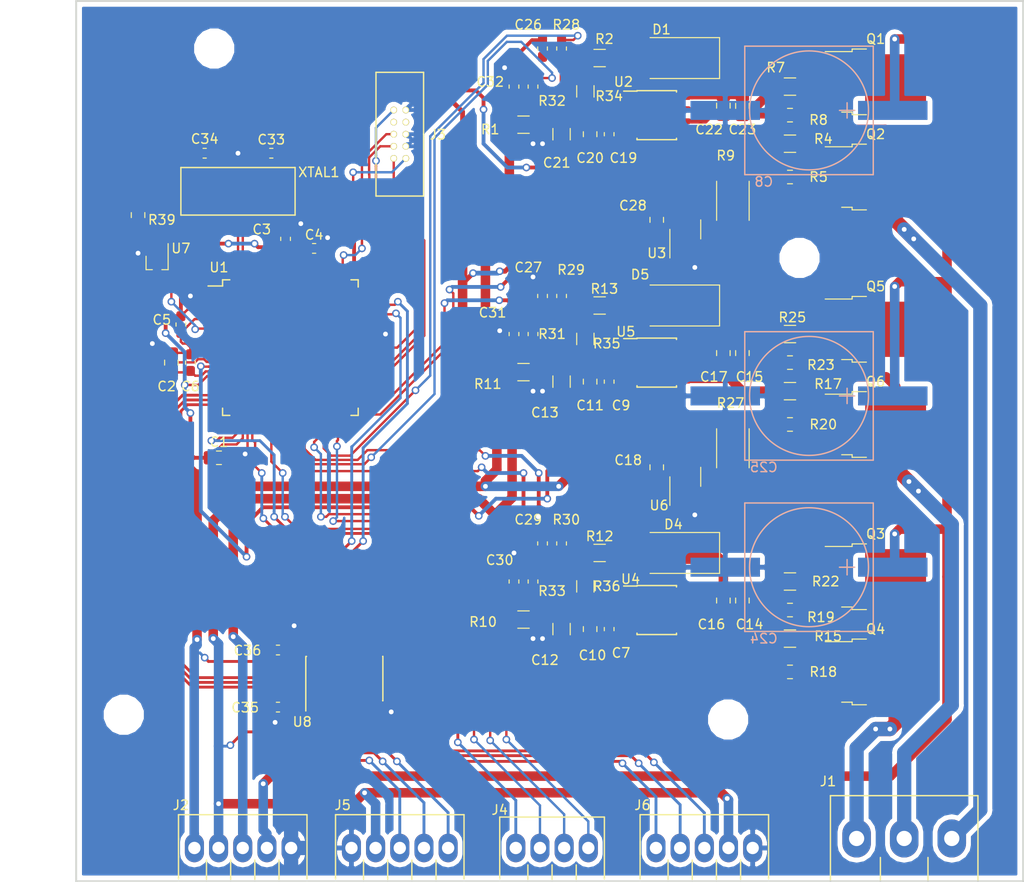
<source format=kicad_pcb>
(kicad_pcb (version 20171130) (host pcbnew 5.0.2+dfsg1-1~bpo9+1)
  (layers (0 F.Cu signal) (31 B.Cu signal) (34 B.Paste user) (35 F.Paste user) (36 B.SilkS user) (37 F.SilkS user) (38 B.Mask user) (39 F.Mask user) (44 Edge.Cuts user))
  (net 0 "")
  (net 1 GND)
  (net 2 3V3)
  (net 3 "Net-(C2-Pad1)")
  (net 4 "Net-(C10-Pad1)")
  (net 5 24V)
  (net 6 "Net-(C11-Pad1)")
  (net 7 "Net-(C14-Pad2)")
  (net 8 "Net-(C14-Pad1)")
  (net 9 "Net-(C15-Pad1)")
  (net 10 "Net-(C15-Pad2)")
  (net 11 "Net-(C19-Pad1)")
  (net 12 "Net-(C22-Pad2)")
  (net 13 "Net-(C22-Pad1)")
  (net 14 5V)
  (net 15 PhaseWOutput)
  (net 16 PhaseVOutput)
  (net 17 PhaseUOutput)
  (net 18 12V)
  (net 19 "Net-(D1-Pad2)")
  (net 20 "Net-(D4-Pad2)")
  (net 21 "Net-(D5-Pad2)")
  (net 22 "Net-(U1-Pad1)")
  (net 23 "Net-(U1-Pad2)")
  (net 24 "Net-(U1-Pad11)")
  (net 25 "Net-(U1-Pad12)")
  (net 26 "Net-(U1-Pad13)")
  (net 27 "Net-(U1-Pad14)")
  (net 28 "Net-(U1-Pad15)")
  (net 29 "Net-(U1-Pad20)")
  (net 30 "Net-(U1-Pad21)")
  (net 31 "Net-(U1-Pad26)")
  (net 32 "Net-(U1-Pad31)")
  (net 33 "Net-(U1-Pad32)")
  (net 34 "Net-(U1-Pad33)")
  (net 35 "Net-(U1-Pad38)")
  (net 36 "Net-(U1-Pad39)")
  (net 37 "Net-(U1-Pad40)")
  (net 38 "Net-(U1-Pad42)")
  (net 39 "Net-(U1-Pad46)")
  (net 40 "Net-(U1-Pad47)")
  (net 41 "Net-(U1-Pad49)")
  (net 42 "Net-(U1-Pad50)")
  (net 43 "Net-(U1-Pad51)")
  (net 44 "Net-(U1-Pad52)")
  (net 45 "Net-(U1-Pad53)")
  (net 46 "Net-(U1-Pad54)")
  (net 47 "Net-(U1-Pad55)")
  (net 48 "Net-(U1-Pad56)")
  (net 49 "Net-(U1-Pad59)")
  (net 50 "Net-(U1-Pad60)")
  (net 51 "Net-(U1-Pad61)")
  (net 52 "Net-(U1-Pad62)")
  (net 53 "Net-(U1-Pad64)")
  (net 54 "Net-(U1-Pad65)")
  (net 55 "Net-(U1-Pad66)")
  (net 56 "Net-(U1-Pad69)")
  (net 57 "Net-(U1-Pad71)")
  (net 58 "Net-(U1-Pad73)")
  (net 59 "Net-(U1-Pad74)")
  (net 60 "Net-(U1-Pad75)")
  (net 61 "Net-(U1-Pad76)")
  (net 62 "Net-(U1-Pad78)")
  (net 63 "Net-(U1-Pad79)")
  (net 64 "Net-(U1-Pad80)")
  (net 65 "Net-(U1-Pad81)")
  (net 66 "Net-(U1-Pad82)")
  (net 67 "Net-(U1-Pad83)")
  (net 68 "Net-(U1-Pad84)")
  (net 69 "Net-(U1-Pad85)")
  (net 70 "Net-(U1-Pad87)")
  (net 71 "Net-(U1-Pad88)")
  (net 72 "Net-(U1-Pad89)")
  (net 73 "Net-(U1-Pad90)")
  (net 74 "Net-(U1-Pad91)")
  (net 75 "Net-(U1-Pad92)")
  (net 76 "Net-(U1-Pad94)")
  (net 77 "Net-(U1-Pad95)")
  (net 78 "Net-(U1-Pad97)")
  (net 79 "Net-(U1-Pad100)")
  (net 80 PhaseULower)
  (net 81 PhaseUUpper)
  (net 82 PhaseWUpper)
  (net 83 PhaseWLower)
  (net 84 PhaseVUpper)
  (net 85 PhaseVLower)
  (net 86 CurrentSenseV)
  (net 87 CurrentSenseU)
  (net 88 IN+2U)
  (net 89 IN+2V)
  (net 90 "Net-(U3-Pad1)")
  (net 91 "Net-(U3-Pad2)")
  (net 92 "Net-(U3-Pad3)")
  (net 93 "Net-(U6-Pad1)")
  (net 94 "Net-(U6-Pad2)")
  (net 95 "Net-(U6-Pad3)")
  (net 96 "Net-(C26-Pad1)")
  (net 97 "Net-(C27-Pad1)")
  (net 98 "Net-(C29-Pad1)")
  (net 99 "Net-(C30-Pad1)")
  (net 100 "Net-(C31-Pad1)")
  (net 101 "Net-(C32-Pad1)")
  (net 102 "Net-(R2-Pad2)")
  (net 103 "Net-(R13-Pad2)")
  (net 104 "Net-(R12-Pad2)")
  (net 105 "Net-(C33-Pad2)")
  (net 106 "Net-(C34-Pad2)")
  (net 107 SWDIO)
  (net 108 SWDCLK)
  (net 109 SWO)
  (net 110 "Net-(J3-Pad7)")
  (net 111 "Net-(J3-Pad8)")
  (net 112 nRESET)
  (net 113 ChannelB)
  (net 114 ChannelA)
  (net 115 Index)
  (net 116 HallU)
  (net 117 HallV)
  (net 118 HallW)
  (net 119 SS)
  (net 120 MOSI)
  (net 121 MISO)
  (net 122 SCLK)
  (net 123 3V3Ref)
  (net 124 "Net-(U7-Pad3)")
  (net 125 HallWShift)
  (net 126 HallVShift)
  (net 127 HallUShift)
  (net 128 IndexShift)
  (net 129 ChannelBShift)
  (net 130 ChannelAShift)
  (net 131 "Net-(U8-Pad9)")
  (net 132 "Net-(U8-Pad10)")
  (net 133 "Net-(U8-Pad14)")
  (net 134 "Net-(U8-Pad15)")
  (net 135 "Net-(Q1-Pad1)")
  (net 136 "Net-(Q2-Pad1)")
  (net 137 "Net-(Q3-Pad1)")
  (net 138 "Net-(Q4-Pad1)")
  (net 139 "Net-(Q5-Pad1)")
  (net 140 "Net-(Q6-Pad1)")
  (net 141 "Net-(R4-Pad2)")
  (net 142 "Net-(R7-Pad2)")
  (net 143 "Net-(R15-Pad2)")
  (net 144 "Net-(R17-Pad2)")
  (net 145 "Net-(R22-Pad2)")
  (net 146 "Net-(R25-Pad2)")
  (module Resistor_SMD:R_1206_3216Metric_Pad1.42x1.75mm_HandSolder (layer F.Cu) (at 75 -51.5 180)
    (fp_text reference R17 (at -4 0.75 180) (layer F.SilkS))
    (fp_text value 3R3)
    (pad 2 smd roundrect (at 1.4875 0 180) (size 1.425 1.75) (layers F.Cu F.Paste F.Mask) (roundrect_rratio 0.175439) (net 144 "Net-(R17-Pad2)"))
    (pad 1 smd roundrect (at -1.4875 0 180) (size 1.425 1.75) (layers F.Cu F.Paste F.Mask) (roundrect_rratio 0.175439) (net 140 "Net-(Q6-Pad1)"))
  )
  (module TedsFootprints:SMDCrystalABLS12 (layer F.Cu) (at 17 -72.5 180)
    (fp_text reference XTAL1 (at -8.5 2 180) (layer F.SilkS))
    (fp_text value 12MHzCrystal)
    (pad 1 smd rect (at -4.75 0 180) (size 5.6 2.1) (layers F.Cu F.Paste F.Mask) (net 105 "Net-(C33-Pad2)"))
    (pad 2 smd rect (at 4.75 0 180) (size 5.6 2.1) (layers F.Cu F.Paste F.Mask) (net 106 "Net-(C34-Pad2)"))
  )
  (module Capacitor_SMD:C_0805_2012Metric_Pad1.15x1.40mm_HandSolder (layer F.Cu) (at 15 -44.5)
    (fp_text reference C1 (at 0 -1.65) (layer F.SilkS))
    (fp_text value 1u)
    (pad 2 smd roundrect (at 1.025 0) (size 1.15 1.4) (layers F.Cu F.Paste F.Mask) (roundrect_rratio 0.217391) (net 1 GND))
    (pad 1 smd roundrect (at -1.025 0) (size 1.15 1.4) (layers F.Cu F.Paste F.Mask) (roundrect_rratio 0.217391) (net 2 3V3))
  )
  (module Capacitor_SMD:C_0805_2012Metric_Pad1.15x1.40mm_HandSolder (layer F.Cu) (at 10 -54.5 90)
    (fp_text reference C2 (at -2.5 -0.5 180) (layer F.SilkS))
    (fp_text value 1u)
    (pad 1 smd roundrect (at -1.025 0 90) (size 1.15 1.4) (layers F.Cu F.Paste F.Mask) (roundrect_rratio 0.217391) (net 3 "Net-(C2-Pad1)"))
    (pad 2 smd roundrect (at 1.025 0 90) (size 1.15 1.4) (layers F.Cu F.Paste F.Mask) (roundrect_rratio 0.217391) (net 1 GND))
  )
  (module Capacitor_SMD:C_0603_1608Metric_Pad1.05x0.95mm_HandSolder (layer F.Cu) (at 22 -67.5 90)
    (fp_text reference C3 (at 1 -2.5 180) (layer F.SilkS))
    (fp_text value 0u1)
    (pad 2 smd roundrect (at 0.875 0 90) (size 1.05 0.95) (layers F.Cu F.Paste F.Mask) (net 1 GND))
    (pad 1 smd roundrect (at -0.875 0 90) (size 1.05 0.95) (layers F.Cu F.Paste F.Mask) (net 2 3V3))
  )
  (module Capacitor_SMD:C_0603_1608Metric_Pad1.05x0.95mm_HandSolder (layer F.Cu) (at 25 -66.5)
    (fp_text reference C4 (at 0 -1.43) (layer F.SilkS))
    (fp_text value 0u1)
    (pad 1 smd roundrect (at -0.875 0) (size 1.05 0.95) (layers F.Cu F.Paste F.Mask) (net 3 "Net-(C2-Pad1)"))
    (pad 2 smd roundrect (at 0.875 0) (size 1.05 0.95) (layers F.Cu F.Paste F.Mask) (net 1 GND))
  )
  (module Capacitor_SMD:C_0603_1608Metric_Pad1.05x0.95mm_HandSolder (layer F.Cu) (at 11 -58.5 270)
    (fp_text reference C5 (at -0.5 2) (layer F.SilkS))
    (fp_text value 10n)
    (pad 1 smd roundrect (at -0.875 0 270) (size 1.05 0.95) (layers F.Cu F.Paste F.Mask) (net 2 3V3))
    (pad 2 smd roundrect (at 0.875 0 270) (size 1.05 0.95) (layers F.Cu F.Paste F.Mask) (net 1 GND))
  )
  (module Capacitor_SMD:C_0603_1608Metric_Pad1.05x0.95mm_HandSolder (layer F.Cu) (at 12 -54.5 90)
    (fp_text reference C6 (at -2.5 0 180) (layer F.SilkS))
    (fp_text value 10n)
    (pad 1 smd roundrect (at -0.875 0 90) (size 1.05 0.95) (layers F.Cu F.Paste F.Mask) (net 3 "Net-(C2-Pad1)"))
    (pad 2 smd roundrect (at 0.875 0 90) (size 1.05 0.95) (layers F.Cu F.Paste F.Mask) (net 1 GND))
  )
  (module Capacitor_SMD:C_0603_1608Metric_Pad1.05x0.95mm_HandSolder (layer F.Cu) (at 56 -26.5 270)
    (fp_text reference C7 (at 2.5 -1.25) (layer F.SilkS))
    (fp_text value 100n)
    (pad 2 smd roundrect (at 0.875 0 270) (size 1.05 0.95) (layers F.Cu F.Paste F.Mask) (net 1 GND))
    (pad 1 smd roundrect (at -0.875 0 270) (size 1.05 0.95) (layers F.Cu F.Paste F.Mask) (net 4 "Net-(C10-Pad1)"))
  )
  (module Capacitor_SMD:C_0603_1608Metric_Pad1.05x0.95mm_HandSolder (layer F.Cu) (at 56 -52.5 270)
    (fp_text reference C9 (at 2.5 -1.25) (layer F.SilkS))
    (fp_text value 100n)
    (pad 2 smd roundrect (at 0.875 0 270) (size 1.05 0.95) (layers F.Cu F.Paste F.Mask) (net 1 GND))
    (pad 1 smd roundrect (at -0.875 0 270) (size 1.05 0.95) (layers F.Cu F.Paste F.Mask) (net 6 "Net-(C11-Pad1)"))
  )
  (module Capacitor_SMD:C_0805_2012Metric_Pad1.15x1.40mm_HandSolder (layer F.Cu) (at 54 -26.5 270)
    (fp_text reference C10 (at 2.75 -0.25) (layer F.SilkS))
    (fp_text value 1u)
    (pad 1 smd roundrect (at -1.025 0 270) (size 1.15 1.4) (layers F.Cu F.Paste F.Mask) (roundrect_rratio 0.217391) (net 4 "Net-(C10-Pad1)"))
    (pad 2 smd roundrect (at 1.025 0 270) (size 1.15 1.4) (layers F.Cu F.Paste F.Mask) (roundrect_rratio 0.217391) (net 1 GND))
  )
  (module Capacitor_SMD:C_0805_2012Metric_Pad1.15x1.40mm_HandSolder (layer F.Cu) (at 54 -52.5 270)
    (fp_text reference C11 (at 2.5 0) (layer F.SilkS))
    (fp_text value 1u)
    (pad 1 smd roundrect (at -1.025 0 270) (size 1.15 1.4) (layers F.Cu F.Paste F.Mask) (roundrect_rratio 0.217391) (net 6 "Net-(C11-Pad1)"))
    (pad 2 smd roundrect (at 1.025 0 270) (size 1.15 1.4) (layers F.Cu F.Paste F.Mask) (roundrect_rratio 0.217391) (net 1 GND))
  )
  (module Capacitor_SMD:C_0805_2012Metric_Pad1.15x1.40mm_HandSolder (layer F.Cu) (at 70 -29.5 270)
    (fp_text reference C14 (at 2.5 -0.75) (layer F.SilkS))
    (fp_text value 220n)
    (pad 2 smd roundrect (at 1.025 0 270) (size 1.15 1.4) (layers F.Cu F.Paste F.Mask) (roundrect_rratio 0.217391) (net 7 "Net-(C14-Pad2)"))
    (pad 1 smd roundrect (at -1.025 0 270) (size 1.15 1.4) (layers F.Cu F.Paste F.Mask) (roundrect_rratio 0.217391) (net 8 "Net-(C14-Pad1)"))
  )
  (module Capacitor_SMD:C_0805_2012Metric_Pad1.15x1.40mm_HandSolder (layer F.Cu) (at 70 -55.5 270)
    (fp_text reference C15 (at 2.5 -0.75) (layer F.SilkS))
    (fp_text value 220n)
    (pad 1 smd roundrect (at -1.025 0 270) (size 1.15 1.4) (layers F.Cu F.Paste F.Mask) (roundrect_rratio 0.217391) (net 9 "Net-(C15-Pad1)"))
    (pad 2 smd roundrect (at 1.025 0 270) (size 1.15 1.4) (layers F.Cu F.Paste F.Mask) (roundrect_rratio 0.217391) (net 10 "Net-(C15-Pad2)"))
  )
  (module Capacitor_SMD:C_0805_2012Metric_Pad1.15x1.40mm_HandSolder (layer F.Cu) (at 68 -29.5 270)
    (fp_text reference C16 (at 2.5 1.25) (layer F.SilkS))
    (fp_text value 220n)
    (pad 1 smd roundrect (at -1.025 0 270) (size 1.15 1.4) (layers F.Cu F.Paste F.Mask) (roundrect_rratio 0.217391) (net 8 "Net-(C14-Pad1)"))
    (pad 2 smd roundrect (at 1.025 0 270) (size 1.15 1.4) (layers F.Cu F.Paste F.Mask) (roundrect_rratio 0.217391) (net 7 "Net-(C14-Pad2)"))
  )
  (module Capacitor_SMD:C_0805_2012Metric_Pad1.15x1.40mm_HandSolder (layer F.Cu) (at 68 -55.5 270)
    (fp_text reference C17 (at 2.5 1) (layer F.SilkS))
    (fp_text value 220n)
    (pad 2 smd roundrect (at 1.025 0 270) (size 1.15 1.4) (layers F.Cu F.Paste F.Mask) (roundrect_rratio 0.217391) (net 10 "Net-(C15-Pad2)"))
    (pad 1 smd roundrect (at -1.025 0 270) (size 1.15 1.4) (layers F.Cu F.Paste F.Mask) (roundrect_rratio 0.217391) (net 9 "Net-(C15-Pad1)"))
  )
  (module Capacitor_SMD:C_0603_1608Metric_Pad1.05x0.95mm_HandSolder (layer F.Cu) (at 56 -78.5 270)
    (fp_text reference C19 (at 2.5 -1.5) (layer F.SilkS))
    (fp_text value 100n)
    (pad 1 smd roundrect (at -0.875 0 270) (size 1.05 0.95) (layers F.Cu F.Paste F.Mask) (net 11 "Net-(C19-Pad1)"))
    (pad 2 smd roundrect (at 0.875 0 270) (size 1.05 0.95) (layers F.Cu F.Paste F.Mask) (net 1 GND))
  )
  (module Capacitor_SMD:C_0805_2012Metric_Pad1.15x1.40mm_HandSolder (layer F.Cu) (at 54 -78.5 270)
    (fp_text reference C20 (at 2.5 0) (layer F.SilkS))
    (fp_text value 1u)
    (pad 1 smd roundrect (at -1.025 0 270) (size 1.15 1.4) (layers F.Cu F.Paste F.Mask) (roundrect_rratio 0.217391) (net 11 "Net-(C19-Pad1)"))
    (pad 2 smd roundrect (at 1.025 0 270) (size 1.15 1.4) (layers F.Cu F.Paste F.Mask) (roundrect_rratio 0.217391) (net 1 GND))
  )
  (module Capacitor_SMD:C_0805_2012Metric_Pad1.15x1.40mm_HandSolder (layer F.Cu) (at 68 -81.5 270)
    (fp_text reference C22 (at 2.5 1.5) (layer F.SilkS))
    (fp_text value 220n)
    (pad 2 smd roundrect (at 1.025 0 270) (size 1.15 1.4) (layers F.Cu F.Paste F.Mask) (roundrect_rratio 0.217391) (net 12 "Net-(C22-Pad2)"))
    (pad 1 smd roundrect (at -1.025 0 270) (size 1.15 1.4) (layers F.Cu F.Paste F.Mask) (roundrect_rratio 0.217391) (net 13 "Net-(C22-Pad1)"))
  )
  (module Capacitor_SMD:C_0805_2012Metric_Pad1.15x1.40mm_HandSolder (layer F.Cu) (at 70 -81.475 270)
    (fp_text reference C23 (at 2.475 0) (layer F.SilkS))
    (fp_text value 220n)
    (pad 1 smd roundrect (at -1.025 0 270) (size 1.15 1.4) (layers F.Cu F.Paste F.Mask) (roundrect_rratio 0.217391) (net 13 "Net-(C22-Pad1)"))
    (pad 2 smd roundrect (at 1.025 0 270) (size 1.15 1.4) (layers F.Cu F.Paste F.Mask) (roundrect_rratio 0.217391) (net 12 "Net-(C22-Pad2)"))
  )
  (module Capacitor_SMD:C_0805_2012Metric_Pad1.15x1.40mm_HandSolder (layer F.Cu) (at 61 -69.5 270)
    (fp_text reference C28 (at -1.5 2.5) (layer F.SilkS))
    (fp_text value 0u1)
    (pad 2 smd roundrect (at 1.025 0 270) (size 1.15 1.4) (layers F.Cu F.Paste F.Mask) (roundrect_rratio 0.217391) (net 1 GND))
    (pad 1 smd roundrect (at -1.025 0 270) (size 1.15 1.4) (layers F.Cu F.Paste F.Mask) (roundrect_rratio 0.217391) (net 14 5V))
  )
  (module Package_TO_SOT_SMD:TO-252-2 (layer F.Cu) (at 84 -84)
    (fp_text reference Q1 (at 0 -4.5) (layer F.SilkS))
    (fp_text value TSM340N06)
    (pad 2 smd rect (at 2.1 0) (size 6.4 5.8) (layers F.Cu F.Mask) (net 5 24V))
    (pad 3 smd rect (at -4.2 2.28) (size 2.2 1.2) (layers F.Cu F.Paste F.Mask) (net 17 PhaseUOutput))
    (pad 1 smd rect (at -4.2 -2.28) (size 2.2 1.2) (layers F.Cu F.Paste F.Mask) (net 135 "Net-(Q1-Pad1)"))
  )
  (module Package_TO_SOT_SMD:TO-252-2 (layer F.Cu) (at 84 -74)
    (fp_text reference Q2 (at 0 -4.5) (layer F.SilkS))
    (fp_text value TSM340N06)
    (pad 1 smd rect (at -4.2 -2.28) (size 2.2 1.2) (layers F.Cu F.Paste F.Mask) (net 136 "Net-(Q2-Pad1)"))
    (pad 3 smd rect (at -4.2 2.28) (size 2.2 1.2) (layers F.Cu F.Paste F.Mask) (net 88 IN+2U))
    (pad 2 smd rect (at 2.1 0) (size 6.4 5.8) (layers F.Cu F.Mask) (net 17 PhaseUOutput))
  )
  (module Package_TO_SOT_SMD:TO-252-2 (layer F.Cu) (at 84 -32)
    (fp_text reference Q3 (at 0 -4.5) (layer F.SilkS))
    (fp_text value TSM340N06)
    (pad 1 smd rect (at -4.2 -2.28) (size 2.2 1.2) (layers F.Cu F.Paste F.Mask) (net 137 "Net-(Q3-Pad1)"))
    (pad 3 smd rect (at -4.2 2.28) (size 2.2 1.2) (layers F.Cu F.Paste F.Mask) (net 15 PhaseWOutput))
    (pad 2 smd rect (at 2.1 0) (size 6.4 5.8) (layers F.Cu F.Mask) (net 5 24V))
  )
  (module Package_TO_SOT_SMD:TO-252-2 (layer F.Cu) (at 84 -22)
    (fp_text reference Q4 (at 0 -4.5) (layer F.SilkS))
    (fp_text value TSM340N06)
    (pad 2 smd rect (at 2.1 0) (size 6.4 5.8) (layers F.Cu F.Mask) (net 15 PhaseWOutput))
    (pad 3 smd rect (at -4.2 2.28) (size 2.2 1.2) (layers F.Cu F.Paste F.Mask) (net 1 GND))
    (pad 1 smd rect (at -4.2 -2.28) (size 2.2 1.2) (layers F.Cu F.Paste F.Mask) (net 138 "Net-(Q4-Pad1)"))
  )
  (module Package_TO_SOT_SMD:TO-252-2 (layer F.Cu) (at 84 -58)
    (fp_text reference Q5 (at 0 -4.5) (layer F.SilkS))
    (fp_text value TSM340N06)
    (pad 2 smd rect (at 2.1 0) (size 6.4 5.8) (layers F.Cu F.Mask) (net 5 24V))
    (pad 3 smd rect (at -4.2 2.28) (size 2.2 1.2) (layers F.Cu F.Paste F.Mask) (net 16 PhaseVOutput))
    (pad 1 smd rect (at -4.2 -2.28) (size 2.2 1.2) (layers F.Cu F.Paste F.Mask) (net 139 "Net-(Q5-Pad1)"))
  )
  (module Package_TO_SOT_SMD:TO-252-2 (layer F.Cu) (at 84 -48)
    (fp_text reference Q6 (at 0 -4.5) (layer F.SilkS))
    (fp_text value TSM340N06)
    (pad 1 smd rect (at -4.2 -2.28) (size 2.2 1.2) (layers F.Cu F.Paste F.Mask) (net 140 "Net-(Q6-Pad1)"))
    (pad 3 smd rect (at -4.2 2.28) (size 2.2 1.2) (layers F.Cu F.Paste F.Mask) (net 89 IN+2V))
    (pad 2 smd rect (at 2.1 0) (size 6.4 5.8) (layers F.Cu F.Mask) (net 16 PhaseVOutput))
  )
  (module Resistor_SMD:R_1206_3216Metric_Pad1.42x1.75mm_HandSolder (layer F.Cu) (at 47 -79.5 180)
    (fp_text reference R1 (at 3.5 -0.5 180) (layer F.SilkS))
    (fp_text value 10R)
    (pad 1 smd roundrect (at -1.4875 0 180) (size 1.425 1.75) (layers F.Cu F.Paste F.Mask) (roundrect_rratio 0.175439) (net 11 "Net-(C19-Pad1)"))
    (pad 2 smd roundrect (at 1.4875 0 180) (size 1.425 1.75) (layers F.Cu F.Paste F.Mask) (roundrect_rratio 0.175439) (net 18 12V))
  )
  (module Resistor_SMD:R_1206_3216Metric_Pad1.42x1.75mm_HandSolder (layer F.Cu) (at 55 -86.5 180)
    (fp_text reference R2 (at -0.5 2 180) (layer F.SilkS))
    (fp_text value 2R2)
    (pad 2 smd roundrect (at 1.4875 0 180) (size 1.425 1.75) (layers F.Cu F.Paste F.Mask) (roundrect_rratio 0.175439) (net 102 "Net-(R2-Pad2)"))
    (pad 1 smd roundrect (at -1.4875 0 180) (size 1.425 1.75) (layers F.Cu F.Paste F.Mask) (roundrect_rratio 0.175439) (net 19 "Net-(D1-Pad2)"))
  )
  (module Resistor_SMD:R_1206_3216Metric_Pad1.42x1.75mm_HandSolder (layer F.Cu) (at 75 -77.5 180)
    (fp_text reference R4 (at -3.5 0.5 180) (layer F.SilkS))
    (fp_text value 3R3)
    (pad 1 smd roundrect (at -1.4875 0 180) (size 1.425 1.75) (layers F.Cu F.Paste F.Mask) (roundrect_rratio 0.175439) (net 136 "Net-(Q2-Pad1)"))
    (pad 2 smd roundrect (at 1.4875 0 180) (size 1.425 1.75) (layers F.Cu F.Paste F.Mask) (roundrect_rratio 0.175439) (net 141 "Net-(R4-Pad2)"))
  )
  (module Resistor_SMD:R_1206_3216Metric_Pad1.42x1.75mm_HandSolder (layer F.Cu) (at 75 -83.5 180)
    (fp_text reference R7 (at 1.5 2 180) (layer F.SilkS))
    (fp_text value 3R3)
    (pad 2 smd roundrect (at 1.4875 0 180) (size 1.425 1.75) (layers F.Cu F.Paste F.Mask) (roundrect_rratio 0.175439) (net 142 "Net-(R7-Pad2)"))
    (pad 1 smd roundrect (at -1.4875 0 180) (size 1.425 1.75) (layers F.Cu F.Paste F.Mask) (roundrect_rratio 0.175439) (net 135 "Net-(Q1-Pad1)"))
  )
  (module Resistor_SMD:R_2512_6332Metric_Pad1.52x3.35mm_HandSolder (layer F.Cu) (at 69 -71.5 90)
    (fp_text reference R9 (at 4.75 -0.75 180) (layer F.SilkS))
    (fp_text value R05)
    (pad 2 smd roundrect (at 2.9875 0 90) (size 1.525 3.35) (layers F.Cu F.Paste F.Mask) (roundrect_rratio 0.163934) (net 1 GND))
    (pad 1 smd roundrect (at -2.9875 0 90) (size 1.525 3.35) (layers F.Cu F.Paste F.Mask) (roundrect_rratio 0.163934) (net 88 IN+2U))
  )
  (module Resistor_SMD:R_1206_3216Metric_Pad1.42x1.75mm_HandSolder (layer F.Cu) (at 47 -27.5 180)
    (fp_text reference R10 (at 4.25 -0.25 180) (layer F.SilkS))
    (fp_text value 10R)
    (pad 2 smd roundrect (at 1.4875 0 180) (size 1.425 1.75) (layers F.Cu F.Paste F.Mask) (roundrect_rratio 0.175439) (net 18 12V))
    (pad 1 smd roundrect (at -1.4875 0 180) (size 1.425 1.75) (layers F.Cu F.Paste F.Mask) (roundrect_rratio 0.175439) (net 4 "Net-(C10-Pad1)"))
  )
  (module Resistor_SMD:R_1206_3216Metric_Pad1.42x1.75mm_HandSolder (layer F.Cu) (at 47 -53.5 180)
    (fp_text reference R11 (at 3.75 -1.25 180) (layer F.SilkS))
    (fp_text value 10R)
    (pad 2 smd roundrect (at 1.4875 0 180) (size 1.425 1.75) (layers F.Cu F.Paste F.Mask) (roundrect_rratio 0.175439) (net 18 12V))
    (pad 1 smd roundrect (at -1.4875 0 180) (size 1.425 1.75) (layers F.Cu F.Paste F.Mask) (roundrect_rratio 0.175439) (net 6 "Net-(C11-Pad1)"))
  )
  (module Resistor_SMD:R_1206_3216Metric_Pad1.42x1.75mm_HandSolder (layer F.Cu) (at 55 -34.5 180)
    (fp_text reference R12 (at 0 1.75 180) (layer F.SilkS))
    (fp_text value 2R2)
    (pad 2 smd roundrect (at 1.4875 0 180) (size 1.425 1.75) (layers F.Cu F.Paste F.Mask) (roundrect_rratio 0.175439) (net 104 "Net-(R12-Pad2)"))
    (pad 1 smd roundrect (at -1.4875 0 180) (size 1.425 1.75) (layers F.Cu F.Paste F.Mask) (roundrect_rratio 0.175439) (net 20 "Net-(D4-Pad2)"))
  )
  (module Resistor_SMD:R_1206_3216Metric_Pad1.42x1.75mm_HandSolder (layer F.Cu) (at 55 -60.5 180)
    (fp_text reference R13 (at -0.5 1.75 180) (layer F.SilkS))
    (fp_text value 2R2)
    (pad 1 smd roundrect (at -1.4875 0 180) (size 1.425 1.75) (layers F.Cu F.Paste F.Mask) (roundrect_rratio 0.175439) (net 21 "Net-(D5-Pad2)"))
    (pad 2 smd roundrect (at 1.4875 0 180) (size 1.425 1.75) (layers F.Cu F.Paste F.Mask) (roundrect_rratio 0.175439) (net 103 "Net-(R13-Pad2)"))
  )
  (module Resistor_SMD:R_1206_3216Metric_Pad1.42x1.75mm_HandSolder (layer F.Cu) (at 75 -25.5 180)
    (fp_text reference R15 (at -4 0.25 180) (layer F.SilkS))
    (fp_text value 3R3)
    (pad 2 smd roundrect (at 1.4875 0 180) (size 1.425 1.75) (layers F.Cu F.Paste F.Mask) (roundrect_rratio 0.175439) (net 143 "Net-(R15-Pad2)"))
    (pad 1 smd roundrect (at -1.4875 0 180) (size 1.425 1.75) (layers F.Cu F.Paste F.Mask) (roundrect_rratio 0.175439) (net 138 "Net-(Q4-Pad1)"))
  )
  (module Resistor_SMD:R_1206_3216Metric_Pad1.42x1.75mm_HandSolder (layer F.Cu) (at 75 -31.5 180)
    (fp_text reference R22 (at -3.75 0 180) (layer F.SilkS))
    (fp_text value 3R3)
    (pad 2 smd roundrect (at 1.4875 0 180) (size 1.425 1.75) (layers F.Cu F.Paste F.Mask) (roundrect_rratio 0.175439) (net 145 "Net-(R22-Pad2)"))
    (pad 1 smd roundrect (at -1.4875 0 180) (size 1.425 1.75) (layers F.Cu F.Paste F.Mask) (roundrect_rratio 0.175439) (net 137 "Net-(Q3-Pad1)"))
  )
  (module Resistor_SMD:R_1206_3216Metric_Pad1.42x1.75mm_HandSolder (layer F.Cu) (at 75 -57.5 180)
    (fp_text reference R25 (at -0.25 1.75 180) (layer F.SilkS))
    (fp_text value 3R3)
    (pad 1 smd roundrect (at -1.4875 0 180) (size 1.425 1.75) (layers F.Cu F.Paste F.Mask) (roundrect_rratio 0.175439) (net 139 "Net-(Q5-Pad1)"))
    (pad 2 smd roundrect (at 1.4875 0 180) (size 1.425 1.75) (layers F.Cu F.Paste F.Mask) (roundrect_rratio 0.175439) (net 146 "Net-(R25-Pad2)"))
  )
  (module Resistor_SMD:R_2512_6332Metric_Pad1.52x3.35mm_HandSolder (layer F.Cu) (at 69 -45.5 90)
    (fp_text reference R27 (at 4.75 -0.25 180) (layer F.SilkS))
    (fp_text value R05)
    (pad 1 smd roundrect (at -2.9875 0 90) (size 1.525 3.35) (layers F.Cu F.Paste F.Mask) (roundrect_rratio 0.163934) (net 89 IN+2V))
    (pad 2 smd roundrect (at 2.9875 0 90) (size 1.525 3.35) (layers F.Cu F.Paste F.Mask) (roundrect_rratio 0.163934) (net 1 GND))
  )
  (module Package_QFP:LQFP-100_14x14mm_P0.5mm (layer F.Cu) (at 22.505001 -56.074999)
    (fp_text reference U1 (at -7.505001 -8.425001) (layer F.SilkS))
    (fp_text value ATSAM4E16CB-AN-ND)
    (pad 1 smd rect (at -7.9 -6) (size 1.5 0.28) (layers F.Cu F.Paste F.Mask) (net 22 "Net-(U1-Pad1)"))
    (pad 2 smd rect (at -7.9 -5.5) (size 1.5 0.28) (layers F.Cu F.Paste F.Mask) (net 23 "Net-(U1-Pad2)"))
    (pad 3 smd rect (at -7.9 -5) (size 1.5 0.28) (layers F.Cu F.Paste F.Mask) (net 1 GND))
    (pad 4 smd rect (at -7.9 -4.5) (size 1.5 0.28) (layers F.Cu F.Paste F.Mask) (net 3 "Net-(C2-Pad1)"))
    (pad 5 smd rect (at -7.9 -4) (size 1.5 0.28) (layers F.Cu F.Paste F.Mask) (net 2 3V3))
    (pad 6 smd rect (at -7.9 -3.5) (size 1.5 0.28) (layers F.Cu F.Paste F.Mask) (net 1 GND))
    (pad 7 smd rect (at -7.9 -3) (size 1.5 0.28) (layers F.Cu F.Paste F.Mask) (net 1 GND))
    (pad 8 smd rect (at -7.9 -2.5) (size 1.5 0.28) (layers F.Cu F.Paste F.Mask) (net 1 GND))
    (pad 9 smd rect (at -7.9 -2) (size 1.5 0.28) (layers F.Cu F.Paste F.Mask) (net 123 3V3Ref))
    (pad 10 smd rect (at -7.9 -1.5) (size 1.5 0.28) (layers F.Cu F.Paste F.Mask) (net 1 GND))
    (pad 11 smd rect (at -7.9 -1) (size 1.5 0.28) (layers F.Cu F.Paste F.Mask) (net 24 "Net-(U1-Pad11)"))
    (pad 12 smd rect (at -7.9 -0.5) (size 1.5 0.28) (layers F.Cu F.Paste F.Mask) (net 25 "Net-(U1-Pad12)"))
    (pad 13 smd rect (at -7.9 0) (size 1.5 0.28) (layers F.Cu F.Paste F.Mask) (net 26 "Net-(U1-Pad13)"))
    (pad 14 smd rect (at -7.9 0.5) (size 1.5 0.28) (layers F.Cu F.Paste F.Mask) (net 27 "Net-(U1-Pad14)"))
    (pad 15 smd rect (at -7.9 1) (size 1.5 0.28) (layers F.Cu F.Paste F.Mask) (net 28 "Net-(U1-Pad15)"))
    (pad 16 smd rect (at -7.9 1.5) (size 1.5 0.28) (layers F.Cu F.Paste F.Mask) (net 87 CurrentSenseU))
    (pad 17 smd rect (at -7.9 2) (size 1.5 0.28) (layers F.Cu F.Paste F.Mask) (net 86 CurrentSenseV))
    (pad 18 smd rect (at -7.9 2.5) (size 1.5 0.28) (layers F.Cu F.Paste F.Mask) (net 3 "Net-(C2-Pad1)"))
    (pad 19 smd rect (at -7.9 3) (size 1.5 0.28) (layers F.Cu F.Paste F.Mask) (net 2 3V3))
    (pad 20 smd rect (at -7.9 3.5) (size 1.5 0.28) (layers F.Cu F.Paste F.Mask) (net 29 "Net-(U1-Pad20)"))
    (pad 21 smd rect (at -7.9 4) (size 1.5 0.28) (layers F.Cu F.Paste F.Mask) (net 30 "Net-(U1-Pad21)"))
    (pad 22 smd rect (at -7.9 4.5) (size 1.5 0.28) (layers F.Cu F.Paste F.Mask) (net 3 "Net-(C2-Pad1)"))
    (pad 23 smd rect (at -7.9 5) (size 1.5 0.28) (layers F.Cu F.Paste F.Mask) (net 127 HallUShift))
    (pad 24 smd rect (at -7.9 5.5) (size 1.5 0.28) (layers F.Cu F.Paste F.Mask) (net 126 HallVShift))
    (pad 25 smd rect (at -7.9 6) (size 1.5 0.28) (layers F.Cu F.Paste F.Mask) (net 125 HallWShift))
    (pad 26 smd rect (at -6 7.9 90) (size 1.5 0.28) (layers F.Cu F.Paste F.Mask) (net 31 "Net-(U1-Pad26)"))
    (pad 27 smd rect (at -5.5 7.9 90) (size 1.5 0.28) (layers F.Cu F.Paste F.Mask) (net 120 MOSI))
    (pad 28 smd rect (at -5 7.9 90) (size 1.5 0.28) (layers F.Cu F.Paste F.Mask) (net 2 3V3))
    (pad 29 smd rect (at -4.5 7.9 90) (size 1.5 0.28) (layers F.Cu F.Paste F.Mask) (net 1 GND))
    (pad 30 smd rect (at -4 7.9 90) (size 1.5 0.28) (layers F.Cu F.Paste F.Mask) (net 128 IndexShift))
    (pad 31 smd rect (at -3.5 7.9 90) (size 1.5 0.28) (layers F.Cu F.Paste F.Mask) (net 32 "Net-(U1-Pad31)"))
    (pad 32 smd rect (at -3 7.9 90) (size 1.5 0.28) (layers F.Cu F.Paste F.Mask) (net 33 "Net-(U1-Pad32)"))
    (pad 33 smd rect (at -2.5 7.9 90) (size 1.5 0.28) (layers F.Cu F.Paste F.Mask) (net 34 "Net-(U1-Pad33)"))
    (pad 34 smd rect (at -2 7.9 90) (size 1.5 0.28) (layers F.Cu F.Paste F.Mask) (net 122 SCLK))
    (pad 35 smd rect (at -1.5 7.9 90) (size 1.5 0.28) (layers F.Cu F.Paste F.Mask) (net 85 PhaseVLower))
    (pad 36 smd rect (at -1 7.9 90) (size 1.5 0.28) (layers F.Cu F.Paste F.Mask) (net 83 PhaseWLower))
    (pad 37 smd rect (at -0.5 7.9 90) (size 1.5 0.28) (layers F.Cu F.Paste F.Mask) (net 80 PhaseULower))
    (pad 38 smd rect (at 0 7.9 90) (size 1.5 0.28) (layers F.Cu F.Paste F.Mask) (net 35 "Net-(U1-Pad38)"))
    (pad 39 smd rect (at 0.5 7.9 90) (size 1.5 0.28) (layers F.Cu F.Paste F.Mask) (net 36 "Net-(U1-Pad39)"))
    (pad 40 smd rect (at 1 7.9 90) (size 1.5 0.28) (layers F.Cu F.Paste F.Mask) (net 37 "Net-(U1-Pad40)"))
    (pad 41 smd rect (at 1.5 7.9 90) (size 1.5 0.28) (layers F.Cu F.Paste F.Mask) (net 82 PhaseWUpper))
    (pad 42 smd rect (at 2 7.9 90) (size 1.5 0.28) (layers F.Cu F.Paste F.Mask) (net 38 "Net-(U1-Pad42)"))
    (pad 43 smd rect (at 2.5 7.9 90) (size 1.5 0.28) (layers F.Cu F.Paste F.Mask) (net 84 PhaseVUpper))
    (pad 44 smd rect (at 3 7.9 90) (size 1.5 0.28) (layers F.Cu F.Paste F.Mask) (net 119 SS))
    (pad 45 smd rect (at 3.5 7.9 90) (size 1.5 0.28) (layers F.Cu F.Paste F.Mask) (net 81 PhaseUUpper))
    (pad 46 smd rect (at 4 7.9 90) (size 1.5 0.28) (layers F.Cu F.Paste F.Mask) (net 39 "Net-(U1-Pad46)"))
    (pad 47 smd rect (at 4.5 7.9 90) (size 1.5 0.28) (layers F.Cu F.Paste F.Mask) (net 40 "Net-(U1-Pad47)"))
    (pad 48 smd rect (at 5 7.9 90) (size 1.5 0.28) (layers F.Cu F.Paste F.Mask) (net 121 MISO))
    (pad 49 smd rect (at 5.5 7.9 90) (size 1.5 0.28) (layers F.Cu F.Paste F.Mask) (net 41 "Net-(U1-Pad49)"))
    (pad 50 smd rect (at 6 7.9 90) (size 1.5 0.28) (layers F.Cu F.Paste F.Mask) (net 42 "Net-(U1-Pad50)"))
    (pad 51 smd rect (at 7.9 6) (size 1.5 0.28) (layers F.Cu F.Paste F.Mask) (net 43 "Net-(U1-Pad51)"))
    (pad 52 smd rect (at 7.9 5.5) (size 1.5 0.28) (layers F.Cu F.Paste F.Mask) (net 44 "Net-(U1-Pad52)"))
    (pad 53 smd rect (at 7.9 5) (size 1.5 0.28) (layers F.Cu F.Paste F.Mask) (net 45 "Net-(U1-Pad53)"))
    (pad 54 smd rect (at 7.9 4.5) (size 1.5 0.28) (layers F.Cu F.Paste F.Mask) (net 46 "Net-(U1-Pad54)"))
    (pad 55 smd rect (at 7.9 4) (size 1.5 0.28) (layers F.Cu F.Paste F.Mask) (net 47 "Net-(U1-Pad55)"))
    (pad 56 smd rect (at 7.9 3.5) (size 1.5 0.28) (layers F.Cu F.Paste F.Mask) (net 48 "Net-(U1-Pad56)"))
    (pad 57 smd rect (at 7.9 3) (size 1.5 0.28) (layers F.Cu F.Paste F.Mask) (net 107 SWDIO))
    (pad 58 smd rect (at 7.9 2.5) (size 1.5 0.28) (layers F.Cu F.Paste F.Mask) (net 112 nRESET))
    (pad 59 smd rect (at 7.9 2) (size 1.5 0.28) (layers F.Cu F.Paste F.Mask) (net 49 "Net-(U1-Pad59)"))
    (pad 60 smd rect (at 7.9 1.5) (size 1.5 0.28) (layers F.Cu F.Paste F.Mask) (net 50 "Net-(U1-Pad60)"))
    (pad 61 smd rect (at 7.9 1) (size 1.5 0.28) (layers F.Cu F.Paste F.Mask) (net 51 "Net-(U1-Pad61)"))
    (pad 62 smd rect (at 7.9 0.5) (size 1.5 0.28) (layers F.Cu F.Paste F.Mask) (net 52 "Net-(U1-Pad62)"))
    (pad 63 smd rect (at 7.9 0) (size 1.5 0.28) (layers F.Cu F.Paste F.Mask) (net 108 SWDCLK))
    (pad 64 smd rect (at 7.9 -0.5) (size 1.5 0.28) (layers F.Cu F.Paste F.Mask) (net 53 "Net-(U1-Pad64)"))
    (pad 65 smd rect (at 7.9 -1) (size 1.5 0.28) (layers F.Cu F.Paste F.Mask) (net 54 "Net-(U1-Pad65)"))
    (pad 66 smd rect (at 7.9 -1.5) (size 1.5 0.28) (layers F.Cu F.Paste F.Mask) (net 55 "Net-(U1-Pad66)"))
    (pad 67 smd rect (at 7.9 -2) (size 1.5 0.28) (layers F.Cu F.Paste F.Mask) (net 1 GND))
    (pad 68 smd rect (at 7.9 -2.5) (size 1.5 0.28) (layers F.Cu F.Paste F.Mask) (net 2 3V3))
    (pad 69 smd rect (at 7.9 -3) (size 1.5 0.28) (layers F.Cu F.Paste F.Mask) (net 56 "Net-(U1-Pad69)"))
    (pad 70 smd rect (at 7.9 -3.5) (size 1.5 0.28) (layers F.Cu F.Paste F.Mask) (net 129 ChannelBShift))
    (pad 71 smd rect (at 7.9 -4) (size 1.5 0.28) (layers F.Cu F.Paste F.Mask) (net 57 "Net-(U1-Pad71)"))
    (pad 72 smd rect (at 7.9 -4.5) (size 1.5 0.28) (layers F.Cu F.Paste F.Mask) (net 130 ChannelAShift))
    (pad 73 smd rect (at 7.9 -5) (size 1.5 0.28) (layers F.Cu F.Paste F.Mask) (net 58 "Net-(U1-Pad73)"))
    (pad 74 smd rect (at 7.9 -5.5) (size 1.5 0.28) (layers F.Cu F.Paste F.Mask) (net 59 "Net-(U1-Pad74)"))
    (pad 75 smd rect (at 7.9 -6) (size 1.5 0.28) (layers F.Cu F.Paste F.Mask) (net 60 "Net-(U1-Pad75)"))
    (pad 76 smd rect (at 6 -7.9 90) (size 1.5 0.28) (layers F.Cu F.Paste F.Mask) (net 61 "Net-(U1-Pad76)"))
    (pad 77 smd rect (at 5.5 -7.9 90) (size 1.5 0.28) (layers F.Cu F.Paste F.Mask) (net 109 SWO))
    (pad 78 smd rect (at 5 -7.9 90) (size 1.5 0.28) (layers F.Cu F.Paste F.Mask) (net 62 "Net-(U1-Pad78)"))
    (pad 79 smd rect (at 4.5 -7.9 90) (size 1.5 0.28) (layers F.Cu F.Paste F.Mask) (net 63 "Net-(U1-Pad79)"))
    (pad 80 smd rect (at 4 -7.9 90) (size 1.5 0.28) (layers F.Cu F.Paste F.Mask) (net 64 "Net-(U1-Pad80)"))
    (pad 81 smd rect (at 3.5 -7.9 90) (size 1.5 0.28) (layers F.Cu F.Paste F.Mask) (net 65 "Net-(U1-Pad81)"))
    (pad 82 smd rect (at 3 -7.9 90) (size 1.5 0.28) (layers F.Cu F.Paste F.Mask) (net 66 "Net-(U1-Pad82)"))
    (pad 83 smd rect (at 2.5 -7.9 90) (size 1.5 0.28) (layers F.Cu F.Paste F.Mask) (net 67 "Net-(U1-Pad83)"))
    (pad 84 smd rect (at 2 -7.9 90) (size 1.5 0.28) (layers F.Cu F.Paste F.Mask) (net 68 "Net-(U1-Pad84)"))
    (pad 85 smd rect (at 1.5 -7.9 90) (size 1.5 0.28) (layers F.Cu F.Paste F.Mask) (net 69 "Net-(U1-Pad85)"))
    (pad 86 smd rect (at 1 -7.9 90) (size 1.5 0.28) (layers F.Cu F.Paste F.Mask) (net 3 "Net-(C2-Pad1)"))
    (pad 87 smd rect (at 0.5 -7.9 90) (size 1.5 0.28) (layers F.Cu F.Paste F.Mask) (net 70 "Net-(U1-Pad87)"))
    (pad 88 smd rect (at 0 -7.9 90) (size 1.5 0.28) (layers F.Cu F.Paste F.Mask) (net 71 "Net-(U1-Pad88)"))
    (pad 89 smd rect (at -0.5 -7.9 90) (size 1.5 0.28) (layers F.Cu F.Paste F.Mask) (net 72 "Net-(U1-Pad89)"))
    (pad 90 smd rect (at -1 -7.9 90) (size 1.5 0.28) (layers F.Cu F.Paste F.Mask) (net 73 "Net-(U1-Pad90)"))
    (pad 91 smd rect (at -1.5 -7.9 90) (size 1.5 0.28) (layers F.Cu F.Paste F.Mask) (net 74 "Net-(U1-Pad91)"))
    (pad 92 smd rect (at -2 -7.9 90) (size 1.5 0.28) (layers F.Cu F.Paste F.Mask) (net 75 "Net-(U1-Pad92)"))
    (pad 93 smd rect (at -2.5 -7.9 90) (size 1.5 0.28) (layers F.Cu F.Paste F.Mask) (net 2 3V3))
    (pad 94 smd rect (at -3 -7.9 90) (size 1.5 0.28) (layers F.Cu F.Paste F.Mask) (net 76 "Net-(U1-Pad94)"))
    (pad 95 smd rect (at -3.5 -7.9 90) (size 1.5 0.28) (layers F.Cu F.Paste F.Mask) (net 77 "Net-(U1-Pad95)"))
    (pad 96 smd rect (at -4 -7.9 90) (size 1.5 0.28) (layers F.Cu F.Paste F.Mask) (net 3 "Net-(C2-Pad1)"))
    (pad 97 smd rect (at -4.5 -7.9 90) (size 1.5 0.28) (layers F.Cu F.Paste F.Mask) (net 78 "Net-(U1-Pad97)"))
    (pad 98 smd rect (at -5 -7.9 90) (size 1.5 0.28) (layers F.Cu F.Paste F.Mask) (net 105 "Net-(C33-Pad2)"))
    (pad 99 smd rect (at -5.5 -7.9 90) (size 1.5 0.28) (layers F.Cu F.Paste F.Mask) (net 106 "Net-(C34-Pad2)"))
    (pad 100 smd rect (at -6 -7.9 90) (size 1.5 0.28) (layers F.Cu F.Paste F.Mask) (net 79 "Net-(U1-Pad100)"))
  )
  (module Package_SO:VSSOP-8_3.0x3.0mm_P0.65mm (layer F.Cu) (at 64 -68.5 90)
    (fp_text reference U3 (at -2.5 -3 180) (layer F.SilkS))
    (fp_text value INA2180)
    (pad 1 smd rect (at -2.2 -0.975) (size 0.45 1.45) (layers F.Cu F.Paste F.Mask) (net 90 "Net-(U3-Pad1)"))
    (pad 2 smd rect (at -2.2 -0.325) (size 0.45 1.45) (layers F.Cu F.Paste F.Mask) (net 91 "Net-(U3-Pad2)"))
    (pad 3 smd rect (at -2.2 0.325) (size 0.45 1.45) (layers F.Cu F.Paste F.Mask) (net 92 "Net-(U3-Pad3)"))
    (pad 4 smd rect (at -2.2 0.975) (size 0.45 1.45) (layers F.Cu F.Paste F.Mask) (net 1 GND))
    (pad 5 smd rect (at 2.2 0.975) (size 0.45 1.45) (layers F.Cu F.Paste F.Mask) (net 88 IN+2U))
    (pad 6 smd rect (at 2.2 0.325) (size 0.45 1.45) (layers F.Cu F.Paste F.Mask) (net 1 GND))
    (pad 7 smd rect (at 2.2 -0.325) (size 0.45 1.45) (layers F.Cu F.Paste F.Mask) (net 87 CurrentSenseU))
    (pad 8 smd rect (at 2.2 -0.975) (size 0.45 1.45) (layers F.Cu F.Paste F.Mask) (net 14 5V))
  )
  (module Diode_SMD:D_SMB_Handsoldering (layer F.Cu) (at 63 -86.5 180)
    (fp_text reference D1 (at 1.5 3 180) (layer F.SilkS))
    (fp_text value US5g-TP)
    (pad 2 smd rect (at 2.7 0 180) (size 3.5 2.3) (layers F.Cu F.Paste F.Mask) (net 19 "Net-(D1-Pad2)"))
    (pad 1 smd rect (at -2.7 0 180) (size 3.5 2.3) (layers F.Cu F.Paste F.Mask) (net 13 "Net-(C22-Pad1)"))
  )
  (module Diode_SMD:D_SMB_Handsoldering (layer F.Cu) (at 63 -34.5 180)
    (fp_text reference D4 (at 0.25 3 180) (layer F.SilkS))
    (fp_text value US5g-TP)
    (pad 1 smd rect (at -2.7 0 180) (size 3.5 2.3) (layers F.Cu F.Paste F.Mask) (net 8 "Net-(C14-Pad1)"))
    (pad 2 smd rect (at 2.7 0 180) (size 3.5 2.3) (layers F.Cu F.Paste F.Mask) (net 20 "Net-(D4-Pad2)"))
  )
  (module Diode_SMD:D_SMB_Handsoldering (layer F.Cu) (at 63 -60.5 180)
    (fp_text reference D5 (at 3.75 3.25 180) (layer F.SilkS))
    (fp_text value US5g-TP)
    (pad 1 smd rect (at -2.7 0 180) (size 3.5 2.3) (layers F.Cu F.Paste F.Mask) (net 9 "Net-(C15-Pad1)"))
    (pad 2 smd rect (at 2.7 0 180) (size 3.5 2.3) (layers F.Cu F.Paste F.Mask) (net 21 "Net-(D5-Pad2)"))
  )
  (module Capacitor_SMD:C_0805_2012Metric_Pad1.15x1.40mm_HandSolder (layer F.Cu) (at 61 -43.5 270)
    (fp_text reference C18 (at -0.75 3) (layer F.SilkS))
    (fp_text value 0u1)
    (pad 1 smd roundrect (at -1.025 0 270) (size 1.15 1.4) (layers F.Cu F.Paste F.Mask) (roundrect_rratio 0.217391) (net 14 5V))
    (pad 2 smd roundrect (at 1.025 0 270) (size 1.15 1.4) (layers F.Cu F.Paste F.Mask) (roundrect_rratio 0.217391) (net 1 GND))
  )
  (module Package_SO:VSSOP-8_3.0x3.0mm_P0.65mm (layer F.Cu) (at 64 -42.5 90)
    (fp_text reference U6 (at -3 -2.75 180) (layer F.SilkS))
    (fp_text value INA2180)
    (pad 1 smd rect (at -2.2 -0.975) (size 0.45 1.45) (layers F.Cu F.Paste F.Mask) (net 93 "Net-(U6-Pad1)"))
    (pad 2 smd rect (at -2.2 -0.325) (size 0.45 1.45) (layers F.Cu F.Paste F.Mask) (net 94 "Net-(U6-Pad2)"))
    (pad 3 smd rect (at -2.2 0.325) (size 0.45 1.45) (layers F.Cu F.Paste F.Mask) (net 95 "Net-(U6-Pad3)"))
    (pad 4 smd rect (at -2.2 0.975) (size 0.45 1.45) (layers F.Cu F.Paste F.Mask) (net 1 GND))
    (pad 5 smd rect (at 2.2 0.975) (size 0.45 1.45) (layers F.Cu F.Paste F.Mask) (net 89 IN+2V))
    (pad 6 smd rect (at 2.2 0.325) (size 0.45 1.45) (layers F.Cu F.Paste F.Mask) (net 1 GND))
    (pad 7 smd rect (at 2.2 -0.325) (size 0.45 1.45) (layers F.Cu F.Paste F.Mask) (net 86 CurrentSenseV))
    (pad 8 smd rect (at 2.2 -0.975) (size 0.45 1.45) (layers F.Cu F.Paste F.Mask) (net 14 5V))
  )
  (module Resistor_SMD:R_0805_2012Metric_Pad1.15x1.40mm_HandSolder (layer F.Cu) (at 75 -74)
    (fp_text reference R5 (at 3 0) (layer F.SilkS))
    (fp_text value 10K)
    (pad 1 smd roundrect (at -1.025 0) (size 1.15 1.4) (layers F.Cu F.Paste F.Mask) (roundrect_rratio 0.217391) (net 1 GND))
    (pad 2 smd roundrect (at 1.025 0) (size 1.15 1.4) (layers F.Cu F.Paste F.Mask) (roundrect_rratio 0.217391) (net 136 "Net-(Q2-Pad1)"))
  )
  (module Resistor_SMD:R_0805_2012Metric_Pad1.15x1.40mm_HandSolder (layer F.Cu) (at 75 -80.5 180)
    (fp_text reference R8 (at -3 -0.5 180) (layer F.SilkS))
    (fp_text value 10K)
    (pad 2 smd roundrect (at 1.025 0 180) (size 1.15 1.4) (layers F.Cu F.Paste F.Mask) (roundrect_rratio 0.217391) (net 12 "Net-(C22-Pad2)"))
    (pad 1 smd roundrect (at -1.025 0 180) (size 1.15 1.4) (layers F.Cu F.Paste F.Mask) (roundrect_rratio 0.217391) (net 135 "Net-(Q1-Pad1)"))
  )
  (module Resistor_SMD:R_0805_2012Metric_Pad1.15x1.40mm_HandSolder (layer F.Cu) (at 75 -22)
    (fp_text reference R18 (at 3.5 0) (layer F.SilkS))
    (fp_text value 10K)
    (pad 1 smd roundrect (at -1.025 0) (size 1.15 1.4) (layers F.Cu F.Paste F.Mask) (roundrect_rratio 0.217391) (net 1 GND))
    (pad 2 smd roundrect (at 1.025 0) (size 1.15 1.4) (layers F.Cu F.Paste F.Mask) (roundrect_rratio 0.217391) (net 138 "Net-(Q4-Pad1)"))
  )
  (module Resistor_SMD:R_0805_2012Metric_Pad1.15x1.40mm_HandSolder (layer F.Cu) (at 75 -28.5 180)
    (fp_text reference R19 (at -3.25 -0.75 180) (layer F.SilkS))
    (fp_text value 10K)
    (pad 1 smd roundrect (at -1.025 0 180) (size 1.15 1.4) (layers F.Cu F.Paste F.Mask) (roundrect_rratio 0.217391) (net 137 "Net-(Q3-Pad1)"))
    (pad 2 smd roundrect (at 1.025 0 180) (size 1.15 1.4) (layers F.Cu F.Paste F.Mask) (roundrect_rratio 0.217391) (net 7 "Net-(C14-Pad2)"))
  )
  (module Resistor_SMD:R_0805_2012Metric_Pad1.15x1.40mm_HandSolder (layer F.Cu) (at 75 -48)
    (fp_text reference R20 (at 3.5 0) (layer F.SilkS))
    (fp_text value 10K)
    (pad 2 smd roundrect (at 1.025 0) (size 1.15 1.4) (layers F.Cu F.Paste F.Mask) (roundrect_rratio 0.217391) (net 140 "Net-(Q6-Pad1)"))
    (pad 1 smd roundrect (at -1.025 0) (size 1.15 1.4) (layers F.Cu F.Paste F.Mask) (roundrect_rratio 0.217391) (net 1 GND))
  )
  (module Resistor_SMD:R_0805_2012Metric_Pad1.15x1.40mm_HandSolder (layer F.Cu) (at 75 -54.5 180)
    (fp_text reference R23 (at -3.25 -0.25 180) (layer F.SilkS))
    (fp_text value 10K)
    (pad 2 smd roundrect (at 1.025 0 180) (size 1.15 1.4) (layers F.Cu F.Paste F.Mask) (roundrect_rratio 0.217391) (net 10 "Net-(C15-Pad2)"))
    (pad 1 smd roundrect (at -1.025 0 180) (size 1.15 1.4) (layers F.Cu F.Paste F.Mask) (roundrect_rratio 0.217391) (net 139 "Net-(Q5-Pad1)"))
  )
  (module Capacitor_SMD:C_0603_1608Metric_Pad1.05x0.95mm_HandSolder (layer F.Cu) (at 49 -87.5 90)
    (fp_text reference C26 (at 2.5 -1.5 180) (layer F.SilkS))
    (fp_text value 120p)
    (pad 2 smd roundrect (at 0.875 0 90) (size 1.05 0.95) (layers F.Cu F.Paste F.Mask) (net 1 GND))
    (pad 1 smd roundrect (at -0.875 0 90) (size 1.05 0.95) (layers F.Cu F.Paste F.Mask) (net 96 "Net-(C26-Pad1)"))
  )
  (module Capacitor_SMD:C_0603_1608Metric_Pad1.05x0.95mm_HandSolder (layer F.Cu) (at 49 -61.5 90)
    (fp_text reference C27 (at 3 -1.5 180) (layer F.SilkS))
    (fp_text value 120p)
    (pad 1 smd roundrect (at -0.875 0 90) (size 1.05 0.95) (layers F.Cu F.Paste F.Mask) (net 97 "Net-(C27-Pad1)"))
    (pad 2 smd roundrect (at 0.875 0 90) (size 1.05 0.95) (layers F.Cu F.Paste F.Mask) (net 1 GND))
  )
  (module Capacitor_SMD:C_0603_1608Metric_Pad1.05x0.95mm_HandSolder (layer F.Cu) (at 49 -35.5 90)
    (fp_text reference C29 (at 2.5 -1.5 180) (layer F.SilkS))
    (fp_text value 120p)
    (pad 1 smd roundrect (at -0.875 0 90) (size 1.05 0.95) (layers F.Cu F.Paste F.Mask) (net 98 "Net-(C29-Pad1)"))
    (pad 2 smd roundrect (at 0.875 0 90) (size 1.05 0.95) (layers F.Cu F.Paste F.Mask) (net 1 GND))
  )
  (module Capacitor_SMD:C_0603_1608Metric_Pad1.05x0.95mm_HandSolder (layer F.Cu) (at 46 -31.5 90)
    (fp_text reference C30 (at 2.25 -1.5 180) (layer F.SilkS))
    (fp_text value 120p)
    (pad 2 smd roundrect (at 0.875 0 90) (size 1.05 0.95) (layers F.Cu F.Paste F.Mask) (net 1 GND))
    (pad 1 smd roundrect (at -0.875 0 90) (size 1.05 0.95) (layers F.Cu F.Paste F.Mask) (net 99 "Net-(C30-Pad1)"))
  )
  (module Capacitor_SMD:C_0603_1608Metric_Pad1.05x0.95mm_HandSolder (layer F.Cu) (at 46 -57.5 90)
    (fp_text reference C31 (at 2.25 -2.25 180) (layer F.SilkS))
    (fp_text value 120p)
    (pad 2 smd roundrect (at 0.875 0 90) (size 1.05 0.95) (layers F.Cu F.Paste F.Mask) (net 1 GND))
    (pad 1 smd roundrect (at -0.875 0 90) (size 1.05 0.95) (layers F.Cu F.Paste F.Mask) (net 100 "Net-(C31-Pad1)"))
  )
  (module Capacitor_SMD:C_0603_1608Metric_Pad1.05x0.95mm_HandSolder (layer F.Cu) (at 46 -83.5 90)
    (fp_text reference C32 (at 0.5 -2.5 180) (layer F.SilkS))
    (fp_text value 120p)
    (pad 1 smd roundrect (at -0.875 0 90) (size 1.05 0.95) (layers F.Cu F.Paste F.Mask) (net 101 "Net-(C32-Pad1)"))
    (pad 2 smd roundrect (at 0.875 0 90) (size 1.05 0.95) (layers F.Cu F.Paste F.Mask) (net 1 GND))
  )
  (module Resistor_SMD:R_0603_1608Metric_Pad1.05x0.95mm_HandSolder (layer F.Cu) (at 51 -87.5 90)
    (fp_text reference R28 (at 2.5 0.5 180) (layer F.SilkS))
    (fp_text value 59R)
    (pad 1 smd roundrect (at -0.875 0 90) (size 1.05 0.95) (layers F.Cu F.Paste F.Mask) (net 96 "Net-(C26-Pad1)"))
    (pad 2 smd roundrect (at 0.875 0 90) (size 1.05 0.95) (layers F.Cu F.Paste F.Mask) (net 81 PhaseUUpper))
  )
  (module Resistor_SMD:R_0603_1608Metric_Pad1.05x0.95mm_HandSolder (layer F.Cu) (at 51 -61.5 90)
    (fp_text reference R29 (at 2.75 1 180) (layer F.SilkS))
    (fp_text value 59R)
    (pad 1 smd roundrect (at -0.875 0 90) (size 1.05 0.95) (layers F.Cu F.Paste F.Mask) (net 97 "Net-(C27-Pad1)"))
    (pad 2 smd roundrect (at 0.875 0 90) (size 1.05 0.95) (layers F.Cu F.Paste F.Mask) (net 84 PhaseVUpper))
  )
  (module Resistor_SMD:R_0603_1608Metric_Pad1.05x0.95mm_HandSolder (layer F.Cu) (at 51 -35.5 90)
    (fp_text reference R30 (at 2.5 0.5 180) (layer F.SilkS))
    (fp_text value 59R)
    (pad 2 smd roundrect (at 0.875 0 90) (size 1.05 0.95) (layers F.Cu F.Paste F.Mask) (net 82 PhaseWUpper))
    (pad 1 smd roundrect (at -0.875 0 90) (size 1.05 0.95) (layers F.Cu F.Paste F.Mask) (net 98 "Net-(C29-Pad1)"))
  )
  (module Resistor_SMD:R_0603_1608Metric_Pad1.05x0.95mm_HandSolder (layer F.Cu) (at 48 -57.5 90)
    (fp_text reference R31 (at 0 2 180) (layer F.SilkS))
    (fp_text value 59R)
    (pad 2 smd roundrect (at 0.875 0 90) (size 1.05 0.95) (layers F.Cu F.Paste F.Mask) (net 85 PhaseVLower))
    (pad 1 smd roundrect (at -0.875 0 90) (size 1.05 0.95) (layers F.Cu F.Paste F.Mask) (net 100 "Net-(C31-Pad1)"))
  )
  (module Resistor_SMD:R_0603_1608Metric_Pad1.05x0.95mm_HandSolder (layer F.Cu) (at 48 -83.5 90)
    (fp_text reference R32 (at -1.5 2 180) (layer F.SilkS))
    (fp_text value 59R)
    (pad 1 smd roundrect (at -0.875 0 90) (size 1.05 0.95) (layers F.Cu F.Paste F.Mask) (net 101 "Net-(C32-Pad1)"))
    (pad 2 smd roundrect (at 0.875 0 90) (size 1.05 0.95) (layers F.Cu F.Paste F.Mask) (net 80 PhaseULower))
  )
  (module Resistor_SMD:R_0603_1608Metric_Pad1.05x0.95mm_HandSolder (layer F.Cu) (at 48 -31.5 90)
    (fp_text reference R33 (at -1 2 180) (layer F.SilkS))
    (fp_text value 59R)
    (pad 2 smd roundrect (at 0.875 0 90) (size 1.05 0.95) (layers F.Cu F.Paste F.Mask) (net 83 PhaseWLower))
    (pad 1 smd roundrect (at -0.875 0 90) (size 1.05 0.95) (layers F.Cu F.Paste F.Mask) (net 99 "Net-(C30-Pad1)"))
  )
  (module Resistor_SMD:R_1206_3216Metric_Pad1.42x1.75mm_HandSolder (layer F.Cu) (at 53.5 -83 270)
    (fp_text reference R34 (at 0.5 -2.5) (layer F.SilkS))
    (fp_text value 0R)
    (pad 1 smd roundrect (at -1.4875 0 270) (size 1.425 1.75) (layers F.Cu F.Paste F.Mask) (roundrect_rratio 0.175439) (net 102 "Net-(R2-Pad2)"))
    (pad 2 smd roundrect (at 1.4875 0 270) (size 1.425 1.75) (layers F.Cu F.Paste F.Mask) (roundrect_rratio 0.175439) (net 11 "Net-(C19-Pad1)"))
  )
  (module Resistor_SMD:R_1206_3216Metric_Pad1.42x1.75mm_HandSolder (layer F.Cu) (at 53.5 -56.9875 270)
    (fp_text reference R35 (at 0.4875 -2.25) (layer F.SilkS))
    (fp_text value 0R)
    (pad 1 smd roundrect (at -1.4875 0 270) (size 1.425 1.75) (layers F.Cu F.Paste F.Mask) (roundrect_rratio 0.175439) (net 103 "Net-(R13-Pad2)"))
    (pad 2 smd roundrect (at 1.4875 0 270) (size 1.425 1.75) (layers F.Cu F.Paste F.Mask) (roundrect_rratio 0.175439) (net 6 "Net-(C11-Pad1)"))
  )
  (module Resistor_SMD:R_1206_3216Metric_Pad1.42x1.75mm_HandSolder (layer F.Cu) (at 53.5 -30.9875 270)
    (fp_text reference R36 (at -0.0125 -2.25) (layer F.SilkS))
    (fp_text value 0R)
    (pad 1 smd roundrect (at -1.4875 0 270) (size 1.425 1.75) (layers F.Cu F.Paste F.Mask) (roundrect_rratio 0.175439) (net 104 "Net-(R12-Pad2)"))
    (pad 2 smd roundrect (at 1.4875 0 270) (size 1.425 1.75) (layers F.Cu F.Paste F.Mask) (roundrect_rratio 0.175439) (net 4 "Net-(C10-Pad1)"))
  )
  (module Capacitor_SMD:C_0603_1608Metric_Pad1.05x0.95mm_HandSolder (layer F.Cu) (at 20.5 -76.5)
    (fp_text reference C33 (at 0 -1.43) (layer F.SilkS))
    (fp_text value 13p)
    (pad 1 smd roundrect (at -0.875 0) (size 1.05 0.95) (layers F.Cu F.Paste F.Mask) (net 1 GND))
    (pad 2 smd roundrect (at 0.875 0) (size 1.05 0.95) (layers F.Cu F.Paste F.Mask) (net 105 "Net-(C33-Pad2)"))
  )
  (module Capacitor_SMD:C_0603_1608Metric_Pad1.05x0.95mm_HandSolder (layer F.Cu) (at 13.5 -76.5 180)
    (fp_text reference C34 (at 0 1.5 180) (layer F.SilkS))
    (fp_text value 13p)
    (pad 2 smd roundrect (at 0.875 0 180) (size 1.05 0.95) (layers F.Cu F.Paste F.Mask) (net 106 "Net-(C34-Pad2)"))
    (pad 1 smd roundrect (at -0.875 0 180) (size 1.05 0.95) (layers F.Cu F.Paste F.Mask) (net 1 GND))
  )
  (module TedsFootprints:SWDHeader (layer F.Cu) (at 34 -78.5 90)
    (fp_text reference J3 (at -0.05 4 180) (layer F.SilkS))
    (fp_text value "SWD/JTAG Header")
    (pad 1 thru_hole circle (at -2.54 0.635 90) (size 0.7 0.7) (drill 0.5) (layers *.Cu *.Mask F.SilkS) (net 2 3V3))
    (pad 2 thru_hole circle (at -2.54 -0.635 90) (size 0.7 0.7) (drill 0.5) (layers *.Cu *.Mask F.SilkS) (net 107 SWDIO))
    (pad 3 thru_hole circle (at -1.27 0.635 90) (size 0.7 0.7) (drill 0.5) (layers *.Cu *.Mask F.SilkS) (net 1 GND))
    (pad 4 thru_hole circle (at -1.27 -0.635 90) (size 0.7 0.7) (drill 0.5) (layers *.Cu *.Mask F.SilkS) (net 108 SWDCLK))
    (pad 5 thru_hole circle (at 0 0.635 90) (size 0.7 0.7) (drill 0.5) (layers *.Cu *.Mask F.SilkS) (net 1 GND))
    (pad 6 thru_hole circle (at 0 -0.635 90) (size 0.7 0.7) (drill 0.5) (layers *.Cu *.Mask F.SilkS) (net 109 SWO))
    (pad 7 thru_hole circle (at 1.27 0.635 90) (size 0.7 0.7) (drill 0.5) (layers *.Cu *.Mask F.SilkS) (net 110 "Net-(J3-Pad7)"))
    (pad 8 thru_hole circle (at 1.27 -0.635 90) (size 0.7 0.7) (drill 0.5) (layers *.Cu *.Mask F.SilkS) (net 111 "Net-(J3-Pad8)"))
    (pad 9 thru_hole circle (at 2.54 0.635 90) (size 0.7 0.7) (drill 0.5) (layers *.Cu *.Mask F.SilkS) (net 1 GND))
    (pad 10 thru_hole circle (at 2.54 -0.635 90) (size 0.7 0.7) (drill 0.5) (layers *.Cu *.Mask F.SilkS) (net 112 nRESET))
  )
  (module MountingHole:MountingHole_3.2mm_M3_ISO7380 (layer F.Cu) (at 76 -65.5)
    (fp_text reference "" (at 0 -3.85) (layer F.SilkS))
    (fp_text value MountingHole_3.2mm_M3_ISO7380)
    (pad 1 np_thru_hole circle (at 0 0) (size 3.2 3.2) (drill 3.2) (layers *.Cu *.Mask))
  )
  (module MountingHole:MountingHole_3.2mm_M3_ISO7380 (layer F.Cu) (at 68.5 -17)
    (fp_text reference "" (at 0 -3.85) (layer F.SilkS))
    (fp_text value MountingHole_3.2mm_M3_ISO7380)
    (pad 1 np_thru_hole circle (at 0 0) (size 3.2 3.2) (drill 3.2) (layers *.Cu *.Mask))
  )
  (module MountingHole:MountingHole_3.2mm_M3_ISO7380 (layer F.Cu) (at 5 -17.5)
    (fp_text reference "" (at 0 -3.85) (layer F.SilkS))
    (fp_text value MountingHole_3.2mm_M3_ISO7380)
    (pad 1 np_thru_hole circle (at 0 0) (size 3.2 3.2) (drill 3.2) (layers *.Cu *.Mask))
  )
  (module MountingHole:MountingHole_3.2mm_M3_ISO7380 (layer F.Cu) (at 14.5 -87.5)
    (fp_text reference "" (at 0 -3.85) (layer F.SilkS))
    (fp_text value MountingHole_3.2mm_M3_ISO7380)
    (pad 1 np_thru_hole circle (at 0 0) (size 3.2 3.2) (drill 3.2) (layers *.Cu *.Mask))
  )
  (module TedsFootprints:5TermScrewTerminal (layer F.Cu) (at 17.5 -3.5 180)
    (fp_text reference J2 (at 6.5 4.5 180) (layer F.SilkS))
    (fp_text value Screw_Terminal_01x05)
    (pad 1 thru_hole oval (at -5.08 0 180) (size 2 3) (drill 1.3) (layers *.Cu *.Mask) (net 1 GND))
    (pad 2 thru_hole oval (at -2.54 0 180) (size 2 3) (drill 1.3) (layers *.Cu *.Mask) (net 5 24V))
    (pad 3 thru_hole oval (at 0 0 180) (size 2 3) (drill 1.3) (layers *.Cu *.Mask) (net 18 12V))
    (pad 4 thru_hole oval (at 2.54 0 180) (size 2 3) (drill 1.3) (layers *.Cu *.Mask) (net 14 5V))
    (pad 5 thru_hole oval (at 5.08 0 180) (size 2 3) (drill 1.3) (layers *.Cu *.Mask) (net 2 3V3))
  )
  (module TedsFootprints:5TermScrewTerminal (layer F.Cu) (at 34 -3.5 180)
    (fp_text reference J5 (at 6 4.5 180) (layer F.SilkS))
    (fp_text value EncoderInput)
    (pad 5 thru_hole oval (at 5.08 0 180) (size 2 3) (drill 1.3) (layers *.Cu *.Mask) (net 1 GND))
    (pad 4 thru_hole oval (at 2.54 0 180) (size 2 3) (drill 1.3) (layers *.Cu *.Mask) (net 14 5V))
    (pad 3 thru_hole oval (at 0 0 180) (size 2 3) (drill 1.3) (layers *.Cu *.Mask) (net 115 Index))
    (pad 2 thru_hole oval (at -2.54 0 180) (size 2 3) (drill 1.3) (layers *.Cu *.Mask) (net 113 ChannelB))
    (pad 1 thru_hole oval (at -5.08 0 180) (size 2 3) (drill 1.3) (layers *.Cu *.Mask) (net 114 ChannelA))
  )
  (module TedsFootprints:5TermScrewTerminal (layer F.Cu) (at 66 -3.5 180)
    (fp_text reference J6 (at 6.5 4.5 180) (layer F.SilkS))
    (fp_text value HallInput)
    (pad 1 thru_hole oval (at -5.08 0 180) (size 2 3) (drill 1.3) (layers *.Cu *.Mask) (net 1 GND))
    (pad 2 thru_hole oval (at -2.54 0 180) (size 2 3) (drill 1.3) (layers *.Cu *.Mask) (net 14 5V))
    (pad 3 thru_hole oval (at 0 0 180) (size 2 3) (drill 1.3) (layers *.Cu *.Mask) (net 116 HallU))
    (pad 4 thru_hole oval (at 2.54 0 180) (size 2 3) (drill 1.3) (layers *.Cu *.Mask) (net 117 HallV))
    (pad 5 thru_hole oval (at 5.08 0 180) (size 2 3) (drill 1.3) (layers *.Cu *.Mask) (net 118 HallW))
  )
  (module TedsFootprints:4TermScrewTerminal (layer F.Cu) (at 50 -3.5 180)
    (fp_text reference J4 (at 5.5 4 180) (layer F.SilkS))
    (fp_text value "SPI Header")
    (pad 1 thru_hole oval (at -3.81 0 180) (size 2 3) (drill 1.3) (layers *.Cu *.Mask) (net 119 SS))
    (pad 2 thru_hole oval (at -1.27 0 180) (size 2 3) (drill 1.3) (layers *.Cu *.Mask) (net 121 MISO))
    (pad 3 thru_hole oval (at 1.27 0 180) (size 2 3) (drill 1.3) (layers *.Cu *.Mask) (net 122 SCLK))
    (pad 4 thru_hole oval (at 3.81 0 180) (size 2 3) (drill 1.3) (layers *.Cu *.Mask) (net 120 MOSI))
  )
  (module TedsFootprints:3TermScrewTerminal (layer F.Cu) (at 87 -4.5 180)
    (fp_text reference J1 (at 8 6 180) (layer F.SilkS))
    (fp_text value Screw_Terminal_1x03)
    (pad 1 thru_hole oval (at 5 0 180) (size 3 4) (drill 1.6) (layers *.Cu *.Mask) (net 15 PhaseWOutput))
    (pad 2 thru_hole oval (at 0 0 180) (size 3 4) (drill 1.6) (layers *.Cu *.Mask) (net 16 PhaseVOutput))
    (pad 3 thru_hole oval (at -5 0 180) (size 3 4) (drill 1.6) (layers *.Cu *.Mask) (net 17 PhaseUOutput))
  )
  (module Resistor_SMD:R_0805_2012Metric_Pad1.15x1.40mm_HandSolder (layer F.Cu) (at 6.5 -70 270)
    (fp_text reference R39 (at 0.5 -2.5) (layer F.SilkS))
    (fp_text value 120R)
    (pad 1 smd roundrect (at -1.025 0 270) (size 1.15 1.4) (layers F.Cu F.Paste F.Mask) (roundrect_rratio 0.217391) (net 14 5V))
    (pad 2 smd roundrect (at 1.025 0 270) (size 1.15 1.4) (layers F.Cu F.Paste F.Mask) (roundrect_rratio 0.217391) (net 123 3V3Ref))
  )
  (module Package_TO_SOT_SMD:SOT-323_SC-70_Handsoldering (layer F.Cu) (at 8.5 -65 270)
    (fp_text reference U7 (at -1.5 -2.5) (layer F.SilkS))
    (fp_text value LM4040)
    (pad 1 smd rect (at -1.33 -0.65 180) (size 0.45 1.5) (layers F.Cu F.Paste F.Mask) (net 123 3V3Ref))
    (pad 2 smd rect (at -1.33 0.65 180) (size 0.45 1.5) (layers F.Cu F.Paste F.Mask) (net 1 GND))
    (pad 3 smd rect (at 1.33 0 180) (size 0.45 1.5) (layers F.Cu F.Paste F.Mask) (net 124 "Net-(U7-Pad3)"))
  )
  (module Capacitor_SMD:C_0603_1608Metric_Pad1.05x0.95mm_HandSolder (layer F.Cu) (at 21.2 -18.3 180)
    (fp_text reference C35 (at 3.45 -0.05 180) (layer F.SilkS))
    (fp_text value 0u1)
    (pad 1 smd roundrect (at -0.875 0 180) (size 1.05 0.95) (layers F.Cu F.Paste F.Mask) (net 14 5V))
    (pad 2 smd roundrect (at 0.875 0 180) (size 1.05 0.95) (layers F.Cu F.Paste F.Mask) (net 1 GND))
  )
  (module Capacitor_SMD:C_0603_1608Metric_Pad1.05x0.95mm_HandSolder (layer F.Cu) (at 21.2 -24.3 180)
    (fp_text reference C36 (at 3.2 -0.05 180) (layer F.SilkS))
    (fp_text value 0u1)
    (pad 2 smd roundrect (at 0.875 0 180) (size 1.05 0.95) (layers F.Cu F.Paste F.Mask) (net 1 GND))
    (pad 1 smd roundrect (at -0.875 0 180) (size 1.05 0.95) (layers F.Cu F.Paste F.Mask) (net 2 3V3))
  )
  (module Package_SO:TSSOP-24_4.4x7.8mm_P0.65mm (layer F.Cu) (at 28.2 -21.3 90)
    (fp_text reference U8 (at -4.55 -4.45 180) (layer F.SilkS))
    (fp_text value 74LVC4245A)
    (pad 1 smd rect (at -2.85 -3.575 90) (size 1.1 0.4) (layers F.Cu F.Paste F.Mask) (net 14 5V))
    (pad 2 smd rect (at -2.85 -2.925 90) (size 1.1 0.4) (layers F.Cu F.Paste F.Mask) (net 14 5V))
    (pad 3 smd rect (at -2.85 -2.275 90) (size 1.1 0.4) (layers F.Cu F.Paste F.Mask) (net 115 Index))
    (pad 4 smd rect (at -2.85 -1.625 90) (size 1.1 0.4) (layers F.Cu F.Paste F.Mask) (net 113 ChannelB))
    (pad 5 smd rect (at -2.85 -0.975 90) (size 1.1 0.4) (layers F.Cu F.Paste F.Mask) (net 114 ChannelA))
    (pad 6 smd rect (at -2.85 -0.325 90) (size 1.1 0.4) (layers F.Cu F.Paste F.Mask) (net 118 HallW))
    (pad 7 smd rect (at -2.85 0.325 90) (size 1.1 0.4) (layers F.Cu F.Paste F.Mask) (net 117 HallV))
    (pad 8 smd rect (at -2.85 0.975 90) (size 1.1 0.4) (layers F.Cu F.Paste F.Mask) (net 116 HallU))
    (pad 9 smd rect (at -2.85 1.625 90) (size 1.1 0.4) (layers F.Cu F.Paste F.Mask) (net 131 "Net-(U8-Pad9)"))
    (pad 10 smd rect (at -2.85 2.275 90) (size 1.1 0.4) (layers F.Cu F.Paste F.Mask) (net 132 "Net-(U8-Pad10)"))
    (pad 11 smd rect (at -2.85 2.925 90) (size 1.1 0.4) (layers F.Cu F.Paste F.Mask) (net 1 GND))
    (pad 12 smd rect (at -2.85 3.575 90) (size 1.1 0.4) (layers F.Cu F.Paste F.Mask) (net 1 GND))
    (pad 13 smd rect (at 2.85 3.575 90) (size 1.1 0.4) (layers F.Cu F.Paste F.Mask) (net 1 GND))
    (pad 14 smd rect (at 2.85 2.925 90) (size 1.1 0.4) (layers F.Cu F.Paste F.Mask) (net 133 "Net-(U8-Pad14)"))
    (pad 15 smd rect (at 2.85 2.275 90) (size 1.1 0.4) (layers F.Cu F.Paste F.Mask) (net 134 "Net-(U8-Pad15)"))
    (pad 16 smd rect (at 2.85 1.625 90) (size 1.1 0.4) (layers F.Cu F.Paste F.Mask) (net 127 HallUShift))
    (pad 17 smd rect (at 2.85 0.975 90) (size 1.1 0.4) (layers F.Cu F.Paste F.Mask) (net 126 HallVShift))
    (pad 18 smd rect (at 2.85 0.325 90) (size 1.1 0.4) (layers F.Cu F.Paste F.Mask) (net 125 HallWShift))
    (pad 19 smd rect (at 2.85 -0.325 90) (size 1.1 0.4) (layers F.Cu F.Paste F.Mask) (net 130 ChannelAShift))
    (pad 20 smd rect (at 2.85 -0.975 90) (size 1.1 0.4) (layers F.Cu F.Paste F.Mask) (net 129 ChannelBShift))
    (pad 21 smd rect (at 2.85 -1.625 90) (size 1.1 0.4) (layers F.Cu F.Paste F.Mask) (net 128 IndexShift))
    (pad 22 smd rect (at 2.85 -2.275 90) (size 1.1 0.4) (layers F.Cu F.Paste F.Mask) (net 1 GND))
    (pad 23 smd rect (at 2.85 -2.925 90) (size 1.1 0.4) (layers F.Cu F.Paste F.Mask) (net 2 3V3))
    (pad 24 smd rect (at 2.85 -3.575 90) (size 1.1 0.4) (layers F.Cu F.Paste F.Mask) (net 2 3V3))
  )
  (module TedsFootprints:LargeSMDCap (layer B.Cu) (at 77 -81)
    (fp_text reference C8 (at -4.75 7.5) (layer B.SilkS) (effects (justify mirror)))
    (fp_text value 470u)
    (pad 1 smd rect (at 8.8 0) (size 7.3 2) (layers B.Cu B.Paste B.Mask) (net 5 24V))
    (pad 2 smd rect (at -8.8 0) (size 7.3 2) (layers B.Cu B.Paste B.Mask) (net 1 GND))
  )
  (module TedsFootprints:LargeSMDCap (layer B.Cu) (at 77 -33)
    (fp_text reference C24 (at -4.75 7.5) (layer B.SilkS) (effects (justify mirror)))
    (fp_text value 470u)
    (pad 2 smd rect (at -8.8 0) (size 7.3 2) (layers B.Cu B.Paste B.Mask) (net 1 GND))
    (pad 1 smd rect (at 8.8 0) (size 7.3 2) (layers B.Cu B.Paste B.Mask) (net 5 24V))
  )
  (module TedsFootprints:LargeSMDCap (layer B.Cu) (at 77 -51)
    (fp_text reference C25 (at -4.75 7.5) (layer B.SilkS) (effects (justify mirror)))
    (fp_text value 470u)
    (pad 1 smd rect (at 8.8 0) (size 7.3 2) (layers B.Cu B.Paste B.Mask) (net 5 24V))
    (pad 2 smd rect (at -8.8 0) (size 7.3 2) (layers B.Cu B.Paste B.Mask) (net 1 GND))
  )
  (module Capacitor_SMD:C_1206_3216Metric_Pad1.42x1.75mm_HandSolder (layer F.Cu) (at 51 -26.5 270)
    (fp_text reference C12 (at 3.25 1.75) (layer F.SilkS))
    (fp_text value 4u7)
    (pad 1 smd roundrect (at -1.4875 0 270) (size 1.425 1.75) (layers F.Cu F.Paste F.Mask) (roundrect_rratio 0.175439) (net 4 "Net-(C10-Pad1)"))
    (pad 2 smd roundrect (at 1.4875 0 270) (size 1.425 1.75) (layers F.Cu F.Paste F.Mask) (roundrect_rratio 0.175439) (net 1 GND))
  )
  (module Capacitor_SMD:C_1206_3216Metric_Pad1.42x1.75mm_HandSolder (layer F.Cu) (at 51 -52.5 270)
    (fp_text reference C13 (at 3.25 1.75) (layer F.SilkS))
    (fp_text value 4u7)
    (pad 2 smd roundrect (at 1.4875 0 270) (size 1.425 1.75) (layers F.Cu F.Paste F.Mask) (roundrect_rratio 0.175439) (net 1 GND))
    (pad 1 smd roundrect (at -1.4875 0 270) (size 1.425 1.75) (layers F.Cu F.Paste F.Mask) (roundrect_rratio 0.175439) (net 6 "Net-(C11-Pad1)"))
  )
  (module Capacitor_SMD:C_1206_3216Metric_Pad1.42x1.75mm_HandSolder (layer F.Cu) (at 51 -78.5 270)
    (fp_text reference C21 (at 3 0.5) (layer F.SilkS))
    (fp_text value 4u7)
    (pad 1 smd roundrect (at -1.4875 0 270) (size 1.425 1.75) (layers F.Cu F.Paste F.Mask) (roundrect_rratio 0.175439) (net 11 "Net-(C19-Pad1)"))
    (pad 2 smd roundrect (at 1.4875 0 270) (size 1.425 1.75) (layers F.Cu F.Paste F.Mask) (roundrect_rratio 0.175439) (net 1 GND))
  )
  (module Package_SO:SOIC-8_3.9x4.9mm_P1.27mm (layer F.Cu) (at 61 -80.5)
    (fp_text reference U2 (at -3.5 -3.5) (layer F.SilkS))
    (fp_text value UCC27712)
    (pad 1 smd rect (at -2.7 -1.905) (size 1.55 0.6) (layers F.Cu F.Paste F.Mask) (net 96 "Net-(C26-Pad1)"))
    (pad 2 smd rect (at -2.7 -0.635) (size 1.55 0.6) (layers F.Cu F.Paste F.Mask) (net 101 "Net-(C32-Pad1)"))
    (pad 3 smd rect (at -2.7 0.635) (size 1.55 0.6) (layers F.Cu F.Paste F.Mask) (net 11 "Net-(C19-Pad1)"))
    (pad 4 smd rect (at -2.7 1.905) (size 1.55 0.6) (layers F.Cu F.Paste F.Mask) (net 1 GND))
    (pad 5 smd rect (at 2.7 1.905) (size 1.55 0.6) (layers F.Cu F.Paste F.Mask) (net 141 "Net-(R4-Pad2)"))
    (pad 6 smd rect (at 2.7 0.635) (size 1.55 0.6) (layers F.Cu F.Paste F.Mask) (net 12 "Net-(C22-Pad2)"))
    (pad 7 smd rect (at 2.7 -0.635) (size 1.55 0.6) (layers F.Cu F.Paste F.Mask) (net 142 "Net-(R7-Pad2)"))
    (pad 8 smd rect (at 2.7 -1.905) (size 1.55 0.6) (layers F.Cu F.Paste F.Mask) (net 13 "Net-(C22-Pad1)"))
  )
  (module Package_SO:SOIC-8_3.9x4.9mm_P1.27mm (layer F.Cu) (at 61 -28.5)
    (fp_text reference U4 (at -2.75 -3.25) (layer F.SilkS))
    (fp_text value UCC27712)
    (pad 8 smd rect (at 2.7 -1.905) (size 1.55 0.6) (layers F.Cu F.Paste F.Mask) (net 8 "Net-(C14-Pad1)"))
    (pad 7 smd rect (at 2.7 -0.635) (size 1.55 0.6) (layers F.Cu F.Paste F.Mask) (net 145 "Net-(R22-Pad2)"))
    (pad 6 smd rect (at 2.7 0.635) (size 1.55 0.6) (layers F.Cu F.Paste F.Mask) (net 7 "Net-(C14-Pad2)"))
    (pad 5 smd rect (at 2.7 1.905) (size 1.55 0.6) (layers F.Cu F.Paste F.Mask) (net 143 "Net-(R15-Pad2)"))
    (pad 4 smd rect (at -2.7 1.905) (size 1.55 0.6) (layers F.Cu F.Paste F.Mask) (net 1 GND))
    (pad 3 smd rect (at -2.7 0.635) (size 1.55 0.6) (layers F.Cu F.Paste F.Mask) (net 4 "Net-(C10-Pad1)"))
    (pad 2 smd rect (at -2.7 -0.635) (size 1.55 0.6) (layers F.Cu F.Paste F.Mask) (net 99 "Net-(C30-Pad1)"))
    (pad 1 smd rect (at -2.7 -1.905) (size 1.55 0.6) (layers F.Cu F.Paste F.Mask) (net 98 "Net-(C29-Pad1)"))
  )
  (module Package_SO:SOIC-8_3.9x4.9mm_P1.27mm (layer F.Cu) (at 61 -54.5)
    (fp_text reference U5 (at -3.25 -3.25) (layer F.SilkS))
    (fp_text value UCC27712)
    (pad 1 smd rect (at -2.7 -1.905) (size 1.55 0.6) (layers F.Cu F.Paste F.Mask) (net 97 "Net-(C27-Pad1)"))
    (pad 2 smd rect (at -2.7 -0.635) (size 1.55 0.6) (layers F.Cu F.Paste F.Mask) (net 100 "Net-(C31-Pad1)"))
    (pad 3 smd rect (at -2.7 0.635) (size 1.55 0.6) (layers F.Cu F.Paste F.Mask) (net 6 "Net-(C11-Pad1)"))
    (pad 4 smd rect (at -2.7 1.905) (size 1.55 0.6) (layers F.Cu F.Paste F.Mask) (net 1 GND))
    (pad 5 smd rect (at 2.7 1.905) (size 1.55 0.6) (layers F.Cu F.Paste F.Mask) (net 144 "Net-(R17-Pad2)"))
    (pad 6 smd rect (at 2.7 0.635) (size 1.55 0.6) (layers F.Cu F.Paste F.Mask) (net 10 "Net-(C15-Pad2)"))
    (pad 7 smd rect (at 2.7 -0.635) (size 1.55 0.6) (layers F.Cu F.Paste F.Mask) (net 146 "Net-(R25-Pad2)"))
    (pad 8 smd rect (at 2.7 -1.905) (size 1.55 0.6) (layers F.Cu F.Paste F.Mask) (net 9 "Net-(C15-Pad1)"))
  )
  (gr_line (start 0 0) (end 99.5 0) (layer Edge.Cuts) (width 0.2))
  (gr_line (start 0 -92.5) (end 0 0) (layer Edge.Cuts) (width 0.2))
  (gr_line (start 99.5 -92.5) (end 0 -92.5) (layer Edge.Cuts) (width 0.2))
  (gr_line (start 99.5 0) (end 99.5 -92.5) (layer Edge.Cuts) (width 0.2))
  (segment (start 63.925 -68.475) (end 64.975 -67.425) (width 0.4) (layer F.Cu) (net 1))
  (segment (start 64.975 -67.425) (end 64.975 -66.3) (width 0.4) (layer F.Cu) (net 1))
  (segment (start 61 -68.475) (end 63.925 -68.475) (width 0.4) (layer F.Cu) (net 1))
  (via (at 65 -64.5) (size 0.8) (drill 0.5) (layers F.Cu B.Cu) (net 1))
  (segment (start 64.975 -64.525) (end 65 -64.5) (width 0.4) (layer F.Cu) (net 1))
  (segment (start 64.975 -66.3) (end 64.975 -64.525) (width 0.4) (layer F.Cu) (net 1))
  (via (at 48 -51.5) (size 0.8) (drill 0.5) (layers F.Cu B.Cu) (net 1))
  (segment (start 49 -51.5) (end 48 -51.5) (width 1) (layer F.Cu) (net 1))
  (segment (start 64.975 -41.425) (end 64.975 -40.3) (width 0.4) (layer F.Cu) (net 1))
  (segment (start 63.925 -42.475) (end 64.975 -41.425) (width 0.4) (layer F.Cu) (net 1))
  (segment (start 61 -42.475) (end 63.925 -42.475) (width 0.4) (layer F.Cu) (net 1))
  (segment (start 49.025 -77.475) (end 49 -77.5) (width 1) (layer F.Cu) (net 1))
  (via (at 49 -77.5) (size 0.8) (drill 0.5) (layers F.Cu B.Cu) (net 1))
  (via (at 48 -77.5) (size 0.8) (drill 0.5) (layers F.Cu B.Cu) (net 1))
  (segment (start 49 -77.5) (end 48 -77.5) (width 1) (layer F.Cu) (net 1))
  (via (at 65 -38.5) (size 0.8) (drill 0.5) (layers F.Cu B.Cu) (net 1))
  (segment (start 64.975 -38.525) (end 65 -38.5) (width 0.4) (layer F.Cu) (net 1))
  (segment (start 64.975 -40.3) (end 64.975 -38.525) (width 0.4) (layer F.Cu) (net 1))
  (segment (start 69 -74.4875) (end 57.0125 -74.4875) (width 1) (layer F.Cu) (net 1))
  (segment (start 69 -74.4875) (end 69 -73.5) (width 0.4) (layer F.Cu) (net 1))
  (segment (start 69 -73.5) (end 68 -72.5) (width 0.4) (layer F.Cu) (net 1))
  (segment (start 64.325 -71.825) (end 64.325 -70.7) (width 0.4) (layer F.Cu) (net 1))
  (segment (start 65 -72.5) (end 64.325 -71.825) (width 0.4) (layer F.Cu) (net 1))
  (segment (start 68 -72.5) (end 65 -72.5) (width 0.4) (layer F.Cu) (net 1))
  (segment (start 69 -48.4875) (end 69 -47.5) (width 0.4) (layer F.Cu) (net 1))
  (segment (start 69 -47.5) (end 68 -46.5) (width 0.4) (layer F.Cu) (net 1))
  (segment (start 68 -46.5) (end 65 -46.5) (width 0.4) (layer F.Cu) (net 1))
  (segment (start 64.325 -45.825) (end 64.325 -44.7) (width 0.4) (layer F.Cu) (net 1))
  (segment (start 65 -46.5) (end 64.325 -45.825) (width 0.4) (layer F.Cu) (net 1))
  (via (at 49 -25.5) (size 0.8) (drill 0.5) (layers F.Cu B.Cu) (net 1))
  (segment (start 49.025 -25.475) (end 49 -25.5) (width 1) (layer F.Cu) (net 1))
  (segment (start 49 -25.5) (end 48 -25.5) (width 1) (layer F.Cu) (net 1))
  (via (at 48 -25.5) (size 0.8) (drill 0.5) (layers F.Cu B.Cu) (net 1))
  (segment (start 11.85 -55.525) (end 12 -55.375) (width 0.25) (layer F.Cu) (net 1))
  (segment (start 10 -55.525) (end 11.85 -55.525) (width 0.25) (layer F.Cu) (net 1))
  (segment (start 14.605001 -58.574999) (end 14.605001 -59.074999) (width 0.25) (layer F.Cu) (net 1))
  (segment (start 14.605001 -59.574999) (end 14.605001 -59.074999) (width 0.25) (layer F.Cu) (net 1))
  (via (at 12 -61.5) (size 0.8) (drill 0.5) (layers F.Cu B.Cu) (net 1))
  (segment (start 12.425001 -61.074999) (end 12 -61.5) (width 0.25) (layer F.Cu) (net 1))
  (segment (start 14.605001 -61.074999) (end 12.425001 -61.074999) (width 0.25) (layer F.Cu) (net 1))
  (via (at 8 -56.5) (size 0.8) (drill 0.5) (layers F.Cu B.Cu) (net 1))
  (segment (start 8.975 -55.525) (end 8 -56.5) (width 0.25) (layer F.Cu) (net 1))
  (segment (start 10 -55.525) (end 8.975 -55.525) (width 0.25) (layer F.Cu) (net 1))
  (via (at 48 -63.5) (size 0.8) (drill 0.5) (layers F.Cu B.Cu) (net 1))
  (segment (start 49 -62.5) (end 48 -63.5) (width 0.4) (layer F.Cu) (net 1))
  (segment (start 49 -62.375) (end 49 -62.5) (width 0.4) (layer F.Cu) (net 1))
  (segment (start 46 -34.5) (end 46 -32.375) (width 0.4) (layer F.Cu) (net 1))
  (via (at 46 -34.5) (size 0.8) (drill 0.5) (layers F.Cu B.Cu) (net 1))
  (segment (start 46 -84.375) (end 45.01266 -85.36234) (width 0.4) (layer F.Cu) (net 1))
  (via (at 45.01266 -85.48734) (size 0.8) (drill 0.5) (layers F.Cu B.Cu) (net 1))
  (segment (start 45.01266 -85.36234) (end 45.01266 -85.48734) (width 0.4) (layer F.Cu) (net 1))
  (segment (start 34.635 -78.5) (end 36 -78.5) (width 0.4) (layer B.Cu) (net 1))
  (segment (start 34.635 -77.23) (end 35.73 -77.23) (width 0.4) (layer B.Cu) (net 1))
  (segment (start 34.635 -81.04) (end 35.46 -81.04) (width 0.4) (layer B.Cu) (net 1))
  (via (at 23.6 -69.1) (size 0.8) (drill 0.5) (layers F.Cu B.Cu) (net 1))
  (segment (start 22 -68.375) (end 22.875 -68.375) (width 0.25) (layer F.Cu) (net 1))
  (segment (start 22.875 -68.375) (end 23.6 -69.1) (width 0.25) (layer F.Cu) (net 1))
  (via (at 48.55 -38.299996) (size 0.8) (drill 0.5) (layers F.Cu B.Cu) (net 1))
  (segment (start 49 -37.849996) (end 48.55 -38.299996) (width 0.4) (layer F.Cu) (net 1))
  (segment (start 49 -36.375) (end 49 -37.849996) (width 0.4) (layer F.Cu) (net 1))
  (segment (start 22.58 -3.5) (end 22.58 -6.58) (width 1.5) (layer B.Cu) (net 1))
  (segment (start 22.58 -3.5) (end 24.5 -3.5) (width 1.5) (layer B.Cu) (net 1))
  (segment (start 22.58 -3.5) (end 22.58 -1.58) (width 1.5) (layer B.Cu) (net 1))
  (via (at 6.5 -66) (size 0.8) (drill 0.5) (layers F.Cu B.Cu) (net 1))
  (segment (start 6.83 -66.33) (end 6.5 -66) (width 0.25) (layer F.Cu) (net 1))
  (segment (start 7.85 -66.33) (end 6.83 -66.33) (width 0.25) (layer F.Cu) (net 1))
  (segment (start 14.570002 -57.54) (end 14.605001 -57.574999) (width 0.25) (layer F.Cu) (net 1))
  (segment (start 13.595 -57.54) (end 14.570002 -57.54) (width 0.25) (layer F.Cu) (net 1))
  (segment (start 12 -55.375) (end 12.575 -55.375) (width 0.25) (layer F.Cu) (net 1))
  (segment (start 13 -56.945) (end 13.595 -57.54) (width 0.25) (layer F.Cu) (net 1))
  (segment (start 12.575 -55.375) (end 13 -55.8) (width 0.25) (layer F.Cu) (net 1))
  (segment (start 13 -55.8) (end 13 -56.945) (width 0.25) (layer F.Cu) (net 1))
  (segment (start 12.449999 -59.074999) (end 11 -57.625) (width 0.25) (layer F.Cu) (net 1))
  (segment (start 14.605001 -59.074999) (end 12.449999 -59.074999) (width 0.25) (layer F.Cu) (net 1))
  (segment (start 31.125 -18.45) (end 31.775 -18.45) (width 0.3) (layer F.Cu) (net 1))
  (via (at 33.1 -17.8) (size 0.8) (drill 0.5) (layers F.Cu B.Cu) (net 1))
  (segment (start 32.45 -18.45) (end 33.1 -17.8) (width 0.3) (layer F.Cu) (net 1))
  (segment (start 31.775 -18.45) (end 32.45 -18.45) (width 0.3) (layer F.Cu) (net 1))
  (segment (start 25.925 -25) (end 25.125 -25.8) (width 0.3) (layer F.Cu) (net 1))
  (segment (start 25.925 -24.15) (end 25.925 -25) (width 0.3) (layer F.Cu) (net 1))
  (segment (start 20.325 -25.425) (end 20.325 -24.3) (width 0.3) (layer F.Cu) (net 1))
  (segment (start 20.7 -25.8) (end 20.325 -25.425) (width 0.3) (layer F.Cu) (net 1))
  (via (at 20.9 -16.7) (size 0.8) (drill 0.5) (layers F.Cu B.Cu) (net 1))
  (segment (start 20.325 -17.275) (end 20.9 -16.7) (width 0.3) (layer F.Cu) (net 1))
  (segment (start 20.325 -18.3) (end 20.325 -17.275) (width 0.3) (layer F.Cu) (net 1))
  (via (at 32.5 -57.5) (size 0.8) (drill 0.5) (layers F.Cu B.Cu) (net 1))
  (segment (start 30.405001 -58.074999) (end 31.925001 -58.074999) (width 0.25) (layer F.Cu) (net 1))
  (segment (start 31.925001 -58.074999) (end 32.5 -57.5) (width 0.25) (layer F.Cu) (net 1))
  (segment (start 31.775 -24.15) (end 31.775 -18.45) (width 0.3) (layer F.Cu) (net 1))
  (segment (start 47.90032 -88.375) (end 45.01266 -85.48734) (width 0.4) (layer F.Cu) (net 1))
  (segment (start 49 -88.375) (end 47.90032 -88.375) (width 0.4) (layer F.Cu) (net 1))
  (via (at 44.5 -57.85) (size 0.8) (drill 0.5) (layers F.Cu B.Cu) (net 1))
  (segment (start 45.025 -58.375) (end 44.5 -57.85) (width 0.4) (layer F.Cu) (net 1))
  (segment (start 46 -58.375) (end 45.025 -58.375) (width 0.4) (layer F.Cu) (net 1))
  (via (at 22.9 -26.85) (size 0.8) (drill 0.5) (layers F.Cu B.Cu) (net 1))
  (segment (start 23.2 -25.8) (end 23.1 -25.8) (width 0.3) (layer F.Cu) (net 1))
  (segment (start 23.1 -25.8) (end 22.9 -26) (width 0.3) (layer F.Cu) (net 1))
  (segment (start 23.2 -25.8) (end 22.9 -25.8) (width 0.3) (layer F.Cu) (net 1))
  (segment (start 25.125 -25.8) (end 23.2 -25.8) (width 0.3) (layer F.Cu) (net 1))
  (segment (start 22.9 -25.8) (end 22.9 -26) (width 0.3) (layer F.Cu) (net 1))
  (segment (start 22.9 -26) (end 22.9 -26.85) (width 0.3) (layer F.Cu) (net 1))
  (segment (start 22.7 -25.8) (end 22.9 -26) (width 0.3) (layer F.Cu) (net 1))
  (segment (start 22.6 -25.8) (end 22.7 -25.8) (width 0.3) (layer F.Cu) (net 1))
  (segment (start 22.9 -25.8) (end 22.6 -25.8) (width 0.3) (layer F.Cu) (net 1))
  (segment (start 22.6 -25.8) (end 20.7 -25.8) (width 0.3) (layer F.Cu) (net 1))
  (segment (start 12 -55.375) (end 12 -56.1) (width 0.25) (layer F.Cu) (net 1))
  (segment (start 12 -56.1) (end 11.6 -56.5) (width 0.25) (layer F.Cu) (net 1))
  (segment (start 11.6 -56.5) (end 11.2 -56.5) (width 0.25) (layer F.Cu) (net 1))
  (segment (start 11.2 -56.5) (end 11 -56.7) (width 0.25) (layer F.Cu) (net 1))
  (segment (start 11 -57.625) (end 11 -56.7) (width 0.25) (layer F.Cu) (net 1))
  (via (at 17.75 -44.9) (size 0.8) (drill 0.5) (layers F.Cu B.Cu) (net 1))
  (segment (start 18.005001 -45.155001) (end 17.75 -44.9) (width 0.25) (layer F.Cu) (net 1))
  (segment (start 16.025 -44.5) (end 17.350001 -44.500001) (width 0.4) (layer F.Cu) (net 1))
  (segment (start 18.005001 -48.174999) (end 18.005001 -45.155001) (width 0.25) (layer F.Cu) (net 1))
  (segment (start 17.350001 -44.500001) (end 17.75 -44.9) (width 0.4) (layer F.Cu) (net 1))
  (segment (start 73.975 -74) (end 72.5 -74) (width 1) (layer F.Cu) (net 1))
  (segment (start 72.0125 -74.4875) (end 69 -74.4875) (width 1) (layer F.Cu) (net 1))
  (segment (start 72.5 -74) (end 72.0125 -74.4875) (width 1) (layer F.Cu) (net 1))
  (segment (start 73.975 -48) (end 72.5 -48) (width 1) (layer F.Cu) (net 1))
  (segment (start 72.0125 -48.4875) (end 69 -48.4875) (width 1) (layer F.Cu) (net 1))
  (segment (start 72.5 -48) (end 72.0125 -48.4875) (width 1) (layer F.Cu) (net 1))
  (segment (start 79.8 -19.72) (end 74.72 -19.72) (width 1) (layer F.Cu) (net 1))
  (segment (start 73.975 -20.465) (end 74.72 -19.72) (width 1) (layer F.Cu) (net 1))
  (segment (start 73.975 -22) (end 73.975 -20.465) (width 1) (layer F.Cu) (net 1))
  (segment (start 73.975 -22) (end 72.5 -22) (width 1) (layer F.Cu) (net 1))
  (segment (start 72.5 -22) (end 72 -22) (width 1) (layer F.Cu) (net 1))
  (segment (start 72 -22) (end 70 -24) (width 1) (layer F.Cu) (net 1))
  (segment (start 57.925 -77.625) (end 58.3 -78) (width 0.5) (layer F.Cu) (net 1))
  (segment (start 56 -77.625) (end 57.925 -77.625) (width 0.5) (layer F.Cu) (net 1))
  (segment (start 58.3 -78) (end 58.3 -78.595) (width 0.5) (layer F.Cu) (net 1))
  (segment (start 56 -77.625) (end 56 -75.5) (width 1) (layer F.Cu) (net 1))
  (segment (start 57.0125 -74.4875) (end 56 -75.5) (width 1) (layer F.Cu) (net 1))
  (segment (start 54.15 -77.625) (end 54 -77.475) (width 1) (layer F.Cu) (net 1))
  (segment (start 56 -77.625) (end 54.15 -77.625) (width 1) (layer F.Cu) (net 1))
  (segment (start 53.5375 -77.0125) (end 54 -77.475) (width 1) (layer F.Cu) (net 1))
  (segment (start 51 -77.0125) (end 53.5375 -77.0125) (width 1) (layer F.Cu) (net 1))
  (segment (start 49.4875 -77.0125) (end 49 -77.5) (width 1) (layer F.Cu) (net 1))
  (segment (start 51 -77.0125) (end 49.4875 -77.0125) (width 1) (layer F.Cu) (net 1))
  (segment (start 69 -48.4875) (end 57.0125 -48.4875) (width 1) (layer F.Cu) (net 1))
  (segment (start 56 -51.625) (end 56 -49.5) (width 1) (layer F.Cu) (net 1))
  (segment (start 57.0125 -48.4875) (end 56 -49.5) (width 1) (layer F.Cu) (net 1))
  (segment (start 54.15 -51.625) (end 54 -51.475) (width 1) (layer F.Cu) (net 1))
  (segment (start 56 -51.625) (end 54.15 -51.625) (width 1) (layer F.Cu) (net 1))
  (segment (start 53.5375 -51.0125) (end 54 -51.475) (width 1) (layer F.Cu) (net 1))
  (segment (start 51 -51.0125) (end 53.5375 -51.0125) (width 1) (layer F.Cu) (net 1))
  (segment (start 49.4875 -51.0125) (end 49 -51.5) (width 1) (layer F.Cu) (net 1))
  (segment (start 51 -51.0125) (end 49.4875 -51.0125) (width 1) (layer F.Cu) (net 1))
  (segment (start 49.025 -51.475) (end 49 -51.5) (width 1) (layer F.Cu) (net 1))
  (via (at 49 -51.5) (size 0.8) (drill 0.5) (layers F.Cu B.Cu) (net 1))
  (segment (start 58.3 -52.045) (end 57.88 -51.625) (width 0.5) (layer F.Cu) (net 1))
  (segment (start 57.88 -51.625) (end 56 -51.625) (width 0.5) (layer F.Cu) (net 1))
  (segment (start 58.3 -52.595) (end 58.3 -52.045) (width 0.5) (layer F.Cu) (net 1))
  (segment (start 56 -25) (end 57 -24) (width 1) (layer F.Cu) (net 1))
  (segment (start 56 -25.625) (end 56 -25) (width 1) (layer F.Cu) (net 1))
  (segment (start 70 -24) (end 57 -24) (width 1) (layer F.Cu) (net 1))
  (segment (start 49.4875 -25.0125) (end 49 -25.5) (width 1) (layer F.Cu) (net 1))
  (segment (start 51 -25.0125) (end 49.4875 -25.0125) (width 1) (layer F.Cu) (net 1))
  (segment (start 58.3 -25.9) (end 58.025 -25.625) (width 0.5) (layer F.Cu) (net 1))
  (segment (start 58.025 -25.625) (end 56 -25.625) (width 0.5) (layer F.Cu) (net 1))
  (segment (start 58.3 -26.595) (end 58.3 -25.9) (width 0.5) (layer F.Cu) (net 1))
  (segment (start 53.5375 -25.0125) (end 54 -25.475) (width 1) (layer F.Cu) (net 1))
  (segment (start 51 -25.0125) (end 53.5375 -25.0125) (width 1) (layer F.Cu) (net 1))
  (segment (start 54.15 -25.625) (end 54 -25.475) (width 1) (layer F.Cu) (net 1))
  (segment (start 56 -25.625) (end 54.15 -25.625) (width 1) (layer F.Cu) (net 1))
  (segment (start 26.015891 -67.224993) (end 26.41589 -67.624992) (width 0.25) (layer F.Cu) (net 1))
  (segment (start 25.875 -67.084102) (end 26.015891 -67.224993) (width 0.25) (layer F.Cu) (net 1))
  (segment (start 25.875 -66.5) (end 25.875 -67.084102) (width 0.25) (layer F.Cu) (net 1))
  (via (at 26.41589 -67.624992) (size 0.8) (drill 0.5) (layers F.Cu B.Cu) (net 1))
  (via (at 17 -76.5) (size 0.8) (drill 0.5) (layers F.Cu B.Cu) (net 1))
  (segment (start 14.375 -76.5) (end 17 -76.5) (width 0.5) (layer F.Cu) (net 1))
  (segment (start 17 -76.5) (end 19.625 -76.5) (width 0.5) (layer F.Cu) (net 1))
  (segment (start 11.699999 -60.074999) (end 11 -59.375) (width 0.25) (layer F.Cu) (net 2))
  (segment (start 14.605001 -60.074999) (end 11.699999 -60.074999) (width 0.25) (layer F.Cu) (net 2))
  (segment (start 21.869999 -66.494999) (end 22 -66.625) (width 0.25) (layer F.Cu) (net 2))
  (segment (start 28.2 -68.1) (end 27.874998 -68.425002) (width 0.25) (layer F.Cu) (net 2))
  (segment (start 12.4 -44.5) (end 12 -44.9) (width 0.4) (layer F.Cu) (net 2))
  (segment (start 13.975 -44.5) (end 12.4 -44.5) (width 0.4) (layer F.Cu) (net 2))
  (segment (start 12.4 -44.5) (end 12.35 -44.5) (width 0.4) (layer F.Cu) (net 2))
  (segment (start 12.35 -44.5) (end 12 -44.15) (width 0.4) (layer F.Cu) (net 2))
  (segment (start 12 -44.15) (end 12 -44.9) (width 0.4) (layer F.Cu) (net 2))
  (segment (start 12 -43.5) (end 12 -44.15) (width 0.4) (layer F.Cu) (net 2))
  (via (at 11.4 -52.15) (size 0.8) (drill 0.5) (layers F.Cu B.Cu) (net 2))
  (segment (start 17.505001 -48.174999) (end 17.505001 -46.555001) (width 0.25) (layer F.Cu) (net 2))
  (segment (start 17.505001 -46.555001) (end 16.85 -45.9) (width 0.25) (layer F.Cu) (net 2))
  (segment (start 15.375 -45.9) (end 13.975 -44.5) (width 0.25) (layer F.Cu) (net 2))
  (segment (start 16.85 -45.9) (end 15.375 -45.9) (width 0.25) (layer F.Cu) (net 2))
  (segment (start 22.225 -24.15) (end 22.075 -24.3) (width 0.3) (layer F.Cu) (net 2))
  (segment (start 24.625 -24.15) (end 22.225 -24.15) (width 0.3) (layer F.Cu) (net 2))
  (segment (start 24.625 -24.15) (end 25.275 -24.15) (width 0.3) (layer F.Cu) (net 2))
  (via (at 12.7 -25.4) (size 0.8) (drill 0.5) (layers F.Cu B.Cu) (net 2))
  (segment (start 12.7 -42.8) (end 12.7 -25.4) (width 1) (layer F.Cu) (net 2))
  (segment (start 12 -43.5) (end 12.7 -42.8) (width 0.7) (layer F.Cu) (net 2))
  (segment (start 12.7 -24.834315) (end 12.7 -25.4) (width 1) (layer B.Cu) (net 2))
  (segment (start 12.4 -24.534315) (end 12.7 -24.834315) (width 1) (layer B.Cu) (net 2))
  (segment (start 12.42 -5) (end 12.4 -5.02) (width 1) (layer B.Cu) (net 2))
  (via (at 13.5 -23.5) (size 0.8) (drill 0.5) (layers F.Cu B.Cu) (net 2))
  (segment (start 12.4 -24) (end 12.4 -24.534315) (width 1) (layer B.Cu) (net 2))
  (segment (start 12.4 -24) (end 13 -24) (width 0.3) (layer B.Cu) (net 2))
  (segment (start 13 -24) (end 13.5 -23.5) (width 0.3) (layer B.Cu) (net 2))
  (segment (start 12.4 -5.02) (end 12.4 -24) (width 1) (layer B.Cu) (net 2))
  (segment (start 20.875001 -23.100001) (end 22.075 -24.3) (width 0.3) (layer F.Cu) (net 2))
  (segment (start 13.899999 -23.100001) (end 20.875001 -23.100001) (width 0.3) (layer F.Cu) (net 2))
  (segment (start 13.5 -23.5) (end 13.899999 -23.100001) (width 0.3) (layer F.Cu) (net 2))
  (segment (start 11.4 -49.8) (end 12 -49.2) (width 0.4) (layer B.Cu) (net 2))
  (segment (start 12 -44.9) (end 12 -49.2) (width 0.4) (layer F.Cu) (net 2))
  (via (at 12 -49.2) (size 0.8) (drill 0.5) (layers F.Cu B.Cu) (net 2))
  (segment (start 11.4 -52.15) (end 11.4 -49.8) (width 0.4) (layer B.Cu) (net 2))
  (segment (start 22 -66.625) (end 20.4 -66.625) (width 0.25) (layer F.Cu) (net 2))
  (segment (start 20.005001 -65.705001) (end 20.005001 -63.974999) (width 0.25) (layer F.Cu) (net 2))
  (segment (start 20.4 -66.1) (end 20.005001 -65.705001) (width 0.25) (layer F.Cu) (net 2))
  (segment (start 29 -67.3) (end 28.2 -68.1) (width 0.25) (layer F.Cu) (net 2))
  (segment (start 30.405001 -58.574999) (end 29.405001 -58.574999) (width 0.25) (layer F.Cu) (net 2))
  (via (at 9.4 -57.6) (size 0.8) (drill 0.5) (layers F.Cu B.Cu) (net 2))
  (segment (start 11.4 -55.6) (end 9.4 -57.6) (width 0.4) (layer B.Cu) (net 2))
  (segment (start 11.4 -52.15) (end 11.4 -55.6) (width 0.4) (layer B.Cu) (net 2))
  (segment (start 13.755243 -53.074999) (end 12.830244 -52.15) (width 0.25) (layer F.Cu) (net 2))
  (segment (start 14.605001 -53.074999) (end 13.755243 -53.074999) (width 0.25) (layer F.Cu) (net 2))
  (segment (start 12.830244 -52.15) (end 11.965685 -52.15) (width 0.25) (layer F.Cu) (net 2))
  (segment (start 11.965685 -52.15) (end 11.4 -52.15) (width 0.25) (layer F.Cu) (net 2))
  (segment (start 11 -64.7) (end 13.3 -67) (width 0.4) (layer F.Cu) (net 2))
  (segment (start 11 -59.375) (end 11 -64.7) (width 0.4) (layer F.Cu) (net 2))
  (segment (start 13.3 -67) (end 15.7625 -67) (width 0.4) (layer F.Cu) (net 2))
  (via (at 16 -67) (size 0.8) (drill 0.5) (layers F.Cu B.Cu) (net 2))
  (segment (start 15.7625 -67) (end 16 -67) (width 0.4) (layer F.Cu) (net 2))
  (via (at 18.7375 -67) (size 0.8) (drill 0.5) (layers F.Cu B.Cu) (net 2))
  (segment (start 16 -67) (end 18.7375 -67) (width 0.4) (layer B.Cu) (net 2))
  (segment (start 9.4 -57.6) (end 9.4 -58.9) (width 0.4) (layer F.Cu) (net 2))
  (segment (start 9.875 -59.375) (end 11 -59.375) (width 0.4) (layer F.Cu) (net 2))
  (segment (start 9.4 -58.9) (end 9.875 -59.375) (width 0.4) (layer F.Cu) (net 2))
  (segment (start 19.1125 -66.625) (end 18.7375 -67) (width 0.4) (layer F.Cu) (net 2))
  (segment (start 20.4 -66.3) (end 20.4 -66.325) (width 0.25) (layer F.Cu) (net 2))
  (segment (start 20.4 -66.3) (end 20.4 -66.1) (width 0.25) (layer F.Cu) (net 2))
  (segment (start 20.4 -66.625) (end 20.4 -66.3) (width 0.25) (layer F.Cu) (net 2))
  (segment (start 20.4 -66.325) (end 20.7 -66.625) (width 0.25) (layer F.Cu) (net 2))
  (segment (start 22 -66.625) (end 20.7 -66.625) (width 0.4) (layer F.Cu) (net 2))
  (segment (start 20.4 -66.325) (end 20.1 -66.625) (width 0.25) (layer F.Cu) (net 2))
  (segment (start 20.1 -66.625) (end 19.1125 -66.625) (width 0.4) (layer F.Cu) (net 2))
  (segment (start 20.7 -66.625) (end 20.1 -66.625) (width 0.4) (layer F.Cu) (net 2))
  (segment (start 22 -66.625) (end 23.475 -68.1) (width 0.4) (layer F.Cu) (net 2))
  (segment (start 23.475 -68.1) (end 24.9 -68.1) (width 0.4) (layer F.Cu) (net 2))
  (segment (start 25.225002 -68.425002) (end 27.874998 -68.425002) (width 0.4) (layer F.Cu) (net 2))
  (segment (start 24.9 -68.1) (end 25.225002 -68.425002) (width 0.4) (layer F.Cu) (net 2))
  (segment (start 27.874998 -68.425002) (end 29 -67.3) (width 0.4) (layer F.Cu) (net 2))
  (via (at 29.1 -74.5) (size 0.8) (drill 0.5) (layers F.Cu B.Cu) (net 2))
  (segment (start 33.175 -74.5) (end 29.665685 -74.5) (width 0.25) (layer B.Cu) (net 2))
  (segment (start 28.2 -68.1) (end 29.1 -69) (width 0.25) (layer F.Cu) (net 2))
  (segment (start 29.665685 -74.5) (end 29.1 -74.5) (width 0.25) (layer B.Cu) (net 2))
  (segment (start 29.1 -69) (end 29.1 -73.934315) (width 0.25) (layer F.Cu) (net 2))
  (segment (start 29.1 -73.934315) (end 29.1 -74.5) (width 0.25) (layer F.Cu) (net 2))
  (segment (start 34.635 -75.96) (end 33.175 -74.5) (width 0.25) (layer B.Cu) (net 2))
  (segment (start 29.2 -67.1) (end 29.2 -61.959996) (width 0.4) (layer F.Cu) (net 2))
  (segment (start 29 -67.3) (end 29.2 -67.1) (width 0.4) (layer F.Cu) (net 2))
  (segment (start 29.2 -61.959996) (end 29.2 -58.78) (width 0.4) (layer F.Cu) (net 2))
  (segment (start 29.405001 -58.574999) (end 29.2 -58.78) (width 0.25) (layer F.Cu) (net 2))
  (segment (start 15.605001 -51.574999) (end 16 -51.969998) (width 0.25) (layer F.Cu) (net 3))
  (segment (start 14.605001 -51.574999) (end 15.605001 -51.574999) (width 0.25) (layer F.Cu) (net 3))
  (segment (start 18.505001 -62.685001) (end 18.505001 -63.974999) (width 0.25) (layer F.Cu) (net 3))
  (segment (start 11.85 -53.475) (end 12 -53.625) (width 0.25) (layer F.Cu) (net 3))
  (segment (start 10 -53.475) (end 11.85 -53.475) (width 0.25) (layer F.Cu) (net 3))
  (segment (start 23.505001 -65.880001) (end 24.125 -66.5) (width 0.25) (layer F.Cu) (net 3))
  (segment (start 23.505001 -63.974999) (end 23.505001 -65.880001) (width 0.25) (layer F.Cu) (net 3))
  (segment (start 23.505001 -62.974999) (end 23.505001 -63.974999) (width 0.25) (layer F.Cu) (net 3))
  (segment (start 23.215003 -62.685001) (end 23.505001 -62.974999) (width 0.25) (layer F.Cu) (net 3))
  (segment (start 18.505001 -62.685001) (end 23.215003 -62.685001) (width 0.25) (layer F.Cu) (net 3))
  (segment (start 15.924999 -53.574999) (end 16 -53.65) (width 0.25) (layer F.Cu) (net 3))
  (segment (start 15.6 -53.574999) (end 15.924999 -53.574999) (width 0.25) (layer F.Cu) (net 3))
  (segment (start 14.605001 -53.574999) (end 15.6 -53.574999) (width 0.25) (layer F.Cu) (net 3))
  (segment (start 15.6 -53.574999) (end 15.825001 -53.574999) (width 0.25) (layer F.Cu) (net 3))
  (segment (start 16 -53.4) (end 16 -53.65) (width 0.25) (layer F.Cu) (net 3))
  (segment (start 17.285001 -62.685001) (end 18.505001 -62.685001) (width 0.25) (layer F.Cu) (net 3))
  (segment (start 16 -61.4) (end 17.285001 -62.685001) (width 0.25) (layer F.Cu) (net 3))
  (segment (start 15.974999 -60.574999) (end 16 -60.6) (width 0.25) (layer F.Cu) (net 3))
  (segment (start 14.605001 -60.574999) (end 15.974999 -60.574999) (width 0.25) (layer F.Cu) (net 3))
  (segment (start 16 -60.6) (end 16 -61.4) (width 0.25) (layer F.Cu) (net 3))
  (segment (start 16 -58.1) (end 16 -60.6) (width 0.25) (layer F.Cu) (net 3))
  (segment (start 16 -53.65) (end 16 -58.1) (width 0.25) (layer F.Cu) (net 3))
  (segment (start 16 -51.969998) (end 16 -53.4) (width 0.25) (layer F.Cu) (net 3))
  (segment (start 16 -53.8) (end 16 -58.1) (width 0.25) (layer F.Cu) (net 3))
  (segment (start 16 -53.18) (end 16 -53.4) (width 0.25) (layer F.Cu) (net 3))
  (segment (start 13.15593 -53.125928) (end 12.499072 -53.125928) (width 0.25) (layer F.Cu) (net 3))
  (segment (start 13.605001 -53.574999) (end 13.15593 -53.125928) (width 0.25) (layer F.Cu) (net 3))
  (segment (start 12.499072 -53.125928) (end 12 -53.625) (width 0.25) (layer F.Cu) (net 3))
  (segment (start 14.605001 -53.574999) (end 13.605001 -53.574999) (width 0.25) (layer F.Cu) (net 3))
  (segment (start 48.5125 -27.525) (end 48.4875 -27.5) (width 1) (layer F.Cu) (net 4))
  (segment (start 50.5125 -27.5) (end 51 -27.9875) (width 1) (layer F.Cu) (net 4))
  (segment (start 48.4875 -27.5) (end 50.5125 -27.5) (width 1) (layer F.Cu) (net 4))
  (segment (start 56.49 -27.865) (end 56 -27.375) (width 0.5) (layer F.Cu) (net 4))
  (segment (start 58.3 -27.865) (end 56.49 -27.865) (width 0.5) (layer F.Cu) (net 4))
  (segment (start 53.5 -27.525) (end 55.85 -27.525) (width 0.5) (layer F.Cu) (net 4))
  (segment (start 51.4625 -27.525) (end 51 -27.9875) (width 1) (layer F.Cu) (net 4))
  (segment (start 54 -27.525) (end 51.4625 -27.525) (width 1) (layer F.Cu) (net 4))
  (segment (start 54 -29) (end 53.5 -29.5) (width 1) (layer F.Cu) (net 4))
  (segment (start 54 -27.525) (end 54 -29) (width 1) (layer F.Cu) (net 4))
  (segment (start 55.85 -27.525) (end 56 -27.375) (width 1) (layer F.Cu) (net 4))
  (segment (start 54 -27.525) (end 55.85 -27.525) (width 1) (layer F.Cu) (net 4))
  (via (at 19.65 -10.25) (size 0.8) (drill 0.5) (layers F.Cu B.Cu) (net 5))
  (segment (start 19.65 -5.39) (end 19.65 -10.25) (width 1) (layer B.Cu) (net 5))
  (segment (start 20.04 -5) (end 19.65 -5.39) (width 1) (layer B.Cu) (net 5))
  (segment (start 19.65 -10.25) (end 20.449977 -11.049977) (width 1) (layer F.Cu) (net 5))
  (segment (start 85 -11.049977) (end 85.549977 -11.049977) (width 1) (layer F.Cu) (net 5))
  (segment (start 20.449977 -11.049977) (end 85 -11.049977) (width 1) (layer F.Cu) (net 5))
  (segment (start 91.5 -17) (end 91.5 -32) (width 1) (layer F.Cu) (net 5))
  (segment (start 85.549977 -11.049977) (end 91.5 -17) (width 1) (layer F.Cu) (net 5))
  (via (at 86 -36.5) (size 0.8) (drill 0.5) (layers F.Cu B.Cu) (net 5))
  (via (at 86 -62.5) (size 0.8) (drill 0.5) (layers F.Cu B.Cu) (net 5))
  (segment (start 86.399999 -36.899999) (end 86 -36.5) (width 1) (layer F.Cu) (net 5))
  (segment (start 86.5 -37) (end 86.399999 -36.899999) (width 1) (layer F.Cu) (net 5))
  (segment (start 91.5 -37) (end 86.5 -37) (width 1) (layer F.Cu) (net 5))
  (segment (start 91.5 -37) (end 91.5 -58) (width 1) (layer F.Cu) (net 5))
  (segment (start 91.5 -32) (end 91.5 -37) (width 1) (layer F.Cu) (net 5))
  (segment (start 91.5 -58) (end 91.5 -63) (width 1) (layer F.Cu) (net 5))
  (segment (start 86.5 -63) (end 86 -62.5) (width 1) (layer F.Cu) (net 5))
  (segment (start 91.5 -63) (end 86.5 -63) (width 1) (layer F.Cu) (net 5))
  (segment (start 86 -58.1) (end 86.1 -58) (width 1) (layer F.Cu) (net 5))
  (segment (start 86 -62.5) (end 86 -58.1) (width 1) (layer F.Cu) (net 5))
  (segment (start 86 -32.1) (end 86.1 -32) (width 1) (layer F.Cu) (net 5))
  (segment (start 86 -36.5) (end 86 -32.1) (width 1) (layer F.Cu) (net 5))
  (segment (start 91.5 -87.5) (end 90.5 -88.5) (width 1) (layer F.Cu) (net 5))
  (segment (start 90.5 -88.5) (end 86 -88.5) (width 1) (layer F.Cu) (net 5))
  (segment (start 91.5 -84) (end 91.5 -87.5) (width 1) (layer F.Cu) (net 5))
  (segment (start 91.5 -63) (end 91.5 -84) (width 1) (layer F.Cu) (net 5))
  (via (at 86 -88.5) (size 0.8) (drill 0.5) (layers F.Cu B.Cu) (net 5))
  (segment (start 86 -88.5) (end 86 -84.1) (width 1) (layer F.Cu) (net 5))
  (segment (start 86 -84.1) (end 86.1 -84) (width 1) (layer F.Cu) (net 5))
  (segment (start 86 -33.2) (end 85.8 -33) (width 1) (layer B.Cu) (net 5))
  (segment (start 86 -36.5) (end 86 -33.2) (width 1) (layer B.Cu) (net 5))
  (segment (start 86 -51.2) (end 85.8 -51) (width 1) (layer B.Cu) (net 5))
  (segment (start 86 -62.5) (end 86 -51.2) (width 1) (layer B.Cu) (net 5))
  (segment (start 86 -81.2) (end 85.8 -81) (width 1) (layer B.Cu) (net 5))
  (segment (start 86 -88.5) (end 86 -81.2) (width 1) (layer B.Cu) (net 5))
  (segment (start 54 -55) (end 53.5 -55.5) (width 1) (layer F.Cu) (net 6))
  (segment (start 54 -53.525) (end 54 -55) (width 1) (layer F.Cu) (net 6))
  (segment (start 51.4625 -53.525) (end 51 -53.9875) (width 1) (layer F.Cu) (net 6))
  (segment (start 54 -53.525) (end 51.4625 -53.525) (width 1) (layer F.Cu) (net 6))
  (segment (start 50.5125 -53.5) (end 51 -53.9875) (width 1) (layer F.Cu) (net 6))
  (segment (start 48.4875 -53.5) (end 50.5125 -53.5) (width 1) (layer F.Cu) (net 6))
  (segment (start 55.85 -53.525) (end 56 -53.375) (width 1) (layer F.Cu) (net 6))
  (segment (start 54 -53.525) (end 55.85 -53.525) (width 1) (layer F.Cu) (net 6))
  (segment (start 56.49 -53.865) (end 56 -53.375) (width 0.5) (layer F.Cu) (net 6))
  (segment (start 58.3 -53.865) (end 56.49 -53.865) (width 0.5) (layer F.Cu) (net 6))
  (segment (start 70 -28.475) (end 68 -28.475) (width 1) (layer F.Cu) (net 7))
  (segment (start 71.077571 -28.449991) (end 73.924991 -28.449991) (width 0.7) (layer F.Cu) (net 7))
  (segment (start 73.924991 -28.449991) (end 73.975 -28.5) (width 0.7) (layer F.Cu) (net 7))
  (segment (start 71.052562 -28.475) (end 71.077571 -28.449991) (width 0.7) (layer F.Cu) (net 7))
  (segment (start 70 -28.475) (end 71.052562 -28.475) (width 0.7) (layer F.Cu) (net 7))
  (segment (start 66.2 -27.85) (end 64.715 -27.85) (width 0.5) (layer F.Cu) (net 7))
  (segment (start 66.825 -28.475) (end 66.2 -27.85) (width 0.5) (layer F.Cu) (net 7))
  (segment (start 68 -28.475) (end 66.825 -28.475) (width 0.5) (layer F.Cu) (net 7))
  (segment (start 64.7 -27.865) (end 64.715 -27.85) (width 0.5) (layer F.Cu) (net 7))
  (segment (start 63.7 -27.865) (end 64.7 -27.865) (width 0.5) (layer F.Cu) (net 7))
  (segment (start 68 -30.525) (end 70 -30.525) (width 1) (layer F.Cu) (net 8))
  (segment (start 68 -33.5) (end 67 -34.5) (width 1) (layer F.Cu) (net 8))
  (segment (start 67 -34.5) (end 65.7 -34.5) (width 1) (layer F.Cu) (net 8))
  (segment (start 68 -30.525) (end 68 -33.5) (width 1) (layer F.Cu) (net 8))
  (segment (start 67.88 -30.405) (end 68 -30.525) (width 0.5) (layer F.Cu) (net 8))
  (segment (start 63.7 -30.405) (end 67.88 -30.405) (width 0.5) (layer F.Cu) (net 8))
  (segment (start 67 -60.5) (end 65.7 -60.5) (width 1) (layer F.Cu) (net 9))
  (segment (start 68 -59.5) (end 67 -60.5) (width 1) (layer F.Cu) (net 9))
  (segment (start 68 -56.525) (end 68 -59.5) (width 1) (layer F.Cu) (net 9))
  (segment (start 70 -56.525) (end 68 -56.525) (width 1) (layer F.Cu) (net 9))
  (segment (start 64.7 -56.405) (end 67.88 -56.405) (width 0.5) (layer F.Cu) (net 9))
  (segment (start 67.88 -56.405) (end 68 -56.525) (width 0.5) (layer F.Cu) (net 9))
  (segment (start 64.7 -56.405) (end 63.7 -56.405) (width 0.5) (layer F.Cu) (net 9))
  (segment (start 68 -54.475) (end 70 -54.475) (width 1) (layer F.Cu) (net 10))
  (segment (start 73.95 -54.475) (end 73.975 -54.5) (width 0.7) (layer F.Cu) (net 10))
  (segment (start 70 -54.475) (end 73.95 -54.475) (width 0.7) (layer F.Cu) (net 10))
  (segment (start 66.365 -53.865) (end 64.7 -53.865) (width 0.5) (layer F.Cu) (net 10))
  (segment (start 66.975 -54.475) (end 66.365 -53.865) (width 0.5) (layer F.Cu) (net 10))
  (segment (start 68 -54.475) (end 66.975 -54.475) (width 0.5) (layer F.Cu) (net 10))
  (segment (start 64.7 -53.865) (end 63.7 -53.865) (width 0.5) (layer F.Cu) (net 10))
  (segment (start 54 -81.0125) (end 53.5 -81.5125) (width 1) (layer F.Cu) (net 11))
  (segment (start 54 -79.525) (end 54 -81.0125) (width 1) (layer F.Cu) (net 11))
  (segment (start 50.5125 -79.5) (end 51 -79.9875) (width 1) (layer F.Cu) (net 11))
  (segment (start 48.4875 -79.5) (end 50.5125 -79.5) (width 1) (layer F.Cu) (net 11))
  (segment (start 51.4625 -79.525) (end 51 -79.9875) (width 1) (layer F.Cu) (net 11))
  (segment (start 54 -79.525) (end 51.4625 -79.525) (width 1) (layer F.Cu) (net 11))
  (segment (start 55.85 -79.525) (end 56 -79.375) (width 1) (layer F.Cu) (net 11))
  (segment (start 54 -79.525) (end 55.85 -79.525) (width 1) (layer F.Cu) (net 11))
  (segment (start 56.49 -79.865) (end 56 -79.375) (width 0.5) (layer F.Cu) (net 11))
  (segment (start 58.3 -79.865) (end 56.49 -79.865) (width 0.5) (layer F.Cu) (net 11))
  (segment (start 68 -80.475) (end 69.975 -80.475) (width 0.7) (layer F.Cu) (net 12))
  (segment (start 69.975 -80.475) (end 70 -80.45) (width 0.7) (layer F.Cu) (net 12))
  (segment (start 70.05 -80.5) (end 70 -80.45) (width 0.7) (layer F.Cu) (net 12))
  (segment (start 73.975 -80.5) (end 70.05 -80.5) (width 0.7) (layer F.Cu) (net 12))
  (segment (start 66.115 -79.865) (end 64.7 -79.865) (width 0.5) (layer F.Cu) (net 12))
  (segment (start 66.725 -80.475) (end 66.115 -79.865) (width 0.5) (layer F.Cu) (net 12))
  (segment (start 68 -80.475) (end 66.725 -80.475) (width 0.5) (layer F.Cu) (net 12))
  (segment (start 64.7 -79.865) (end 63.7 -79.865) (width 0.5) (layer F.Cu) (net 12))
  (segment (start 67.88 -82.405) (end 68 -82.525) (width 0.5) (layer F.Cu) (net 13))
  (segment (start 64.7 -82.405) (end 67.88 -82.405) (width 0.5) (layer F.Cu) (net 13))
  (segment (start 68 -82.525) (end 68 -85.5) (width 1) (layer F.Cu) (net 13))
  (segment (start 67 -86.5) (end 68 -85.5) (width 1) (layer F.Cu) (net 13))
  (segment (start 65.7 -86.5) (end 67 -86.5) (width 1) (layer F.Cu) (net 13))
  (segment (start 69.975 -82.525) (end 70 -82.5) (width 0.7) (layer F.Cu) (net 13))
  (segment (start 68 -82.525) (end 69.975 -82.525) (width 0.7) (layer F.Cu) (net 13))
  (segment (start 64.7 -82.405) (end 63.7 -82.405) (width 0.5) (layer F.Cu) (net 13))
  (segment (start 62.85 -70.525) (end 63.025 -70.7) (width 0.4) (layer F.Cu) (net 14))
  (segment (start 61 -70.525) (end 62.85 -70.525) (width 0.4) (layer F.Cu) (net 14))
  (segment (start 62.85 -44.525) (end 63.025 -44.7) (width 0.4) (layer F.Cu) (net 14))
  (segment (start 61 -44.525) (end 62.85 -44.525) (width 0.4) (layer F.Cu) (net 14))
  (via (at 43 -41.5) (size 0.8) (drill 0.5) (layers F.Cu B.Cu) (net 14))
  (segment (start 60.975 -70.5) (end 61 -70.525) (width 1) (layer F.Cu) (net 14))
  (via (at 30.3 -9.299998) (size 0.8) (drill 0.5) (layers F.Cu B.Cu) (net 14))
  (segment (start 31.46 -8.139998) (end 30.3 -9.299998) (width 1) (layer B.Cu) (net 14))
  (segment (start 31.46 -3.5) (end 31.46 -8.139998) (width 1) (layer B.Cu) (net 14))
  (via (at 68.4 -8.7) (size 0.8) (drill 0.5) (layers F.Cu B.Cu) (net 14))
  (segment (start 30.3 -9.299998) (end 67.800002 -9.299998) (width 1) (layer F.Cu) (net 14))
  (segment (start 68.54 -8.56) (end 68.4 -8.7) (width 1) (layer B.Cu) (net 14))
  (segment (start 67.800002 -9.299998) (end 68.4 -8.7) (width 1) (layer F.Cu) (net 14))
  (segment (start 68.54 -3.5) (end 68.54 -8.56) (width 1) (layer B.Cu) (net 14))
  (segment (start 22.225 -18.45) (end 22.075 -18.3) (width 0.3) (layer F.Cu) (net 14))
  (segment (start 24.625 -18.45) (end 22.225 -18.45) (width 0.3) (layer F.Cu) (net 14))
  (segment (start 24.625 -18.45) (end 25.275 -18.45) (width 0.3) (layer F.Cu) (net 14))
  (segment (start 14.96 -24.94) (end 14.4 -25.5) (width 1) (layer B.Cu) (net 14))
  (via (at 14.4 -25.5) (size 0.8) (drill 0.5) (layers F.Cu B.Cu) (net 14))
  (via (at 16.2 -14.3) (size 0.8) (drill 0.5) (layers F.Cu B.Cu) (net 14))
  (segment (start 16.1 -14.2) (end 16.2 -14.3) (width 0.3) (layer B.Cu) (net 14))
  (segment (start 14.96 -14.2) (end 16.1 -14.2) (width 0.3) (layer B.Cu) (net 14))
  (segment (start 14.96 -14.2) (end 14.96 -24.94) (width 1) (layer B.Cu) (net 14))
  (segment (start 21.5 -15.7) (end 22.075 -16.275) (width 0.3) (layer F.Cu) (net 14))
  (segment (start 17.6 -15.7) (end 21.5 -15.7) (width 0.3) (layer F.Cu) (net 14))
  (segment (start 22.075 -16.275) (end 22.075 -18.3) (width 0.3) (layer F.Cu) (net 14))
  (segment (start 16.2 -14.3) (end 17.6 -15.7) (width 0.3) (layer F.Cu) (net 14))
  (segment (start 14.96 -5) (end 14.96 -8.15) (width 1) (layer B.Cu) (net 14))
  (segment (start 14.96 -8.15) (end 14.96 -14.2) (width 1) (layer B.Cu) (net 14))
  (via (at 14.96 -8.15) (size 0.8) (drill 0.5) (layers F.Cu B.Cu) (net 14))
  (segment (start 53.725 -44.525) (end 51.099999 -41.899999) (width 1) (layer F.Cu) (net 14))
  (segment (start 61 -44.525) (end 53.725 -44.525) (width 1) (layer F.Cu) (net 14))
  (segment (start 51.099999 -41.899999) (end 50.7 -41.5) (width 1) (layer F.Cu) (net 14))
  (segment (start 43 -41.5) (end 50.7 -41.5) (width 1) (layer B.Cu) (net 14))
  (via (at 50.7 -41.5) (size 0.8) (drill 0.5) (layers F.Cu B.Cu) (net 14))
  (segment (start 42.434315 -41.5) (end 42.434293 -41.500022) (width 1) (layer F.Cu) (net 14))
  (segment (start 14.4 -26.065685) (end 14.4 -25.5) (width 1) (layer F.Cu) (net 14))
  (segment (start 18.000022 -41.500022) (end 14.4 -37.9) (width 1) (layer F.Cu) (net 14))
  (segment (start 42.434293 -41.500022) (end 18.000022 -41.500022) (width 1) (layer F.Cu) (net 14))
  (segment (start 43 -41.5) (end 42.434315 -41.5) (width 1) (layer F.Cu) (net 14))
  (segment (start 14.4 -37.9) (end 14.4 -26.065685) (width 1) (layer F.Cu) (net 14))
  (segment (start 43 -42.065685) (end 43 -41.5) (width 1) (layer F.Cu) (net 14))
  (segment (start 40.6 -54.9) (end 44.2 -51.3) (width 1) (layer F.Cu) (net 14))
  (segment (start 44.2 -43.265685) (end 43 -42.065685) (width 1) (layer F.Cu) (net 14))
  (segment (start 44.2 -51.3) (end 44.2 -43.265685) (width 1) (layer F.Cu) (net 14))
  (via (at 41.7 -63.9) (size 0.8) (drill 0.5) (layers F.Cu B.Cu) (net 14))
  (segment (start 40.6 -70.1) (end 40.6 -63) (width 1) (layer F.Cu) (net 14))
  (segment (start 40.6 -63) (end 40.6 -54.9) (width 1) (layer F.Cu) (net 14))
  (segment (start 40.6 -63) (end 40.8 -63) (width 0.5) (layer F.Cu) (net 14))
  (segment (start 40.8 -63) (end 41.7 -63.9) (width 0.5) (layer F.Cu) (net 14))
  (via (at 44.5 -64.1) (size 0.8) (drill 0.5) (layers F.Cu B.Cu) (net 14))
  (segment (start 44.3 -63.9) (end 44.5 -64.1) (width 0.5) (layer B.Cu) (net 14))
  (segment (start 41.7 -63.9) (end 44.3 -63.9) (width 0.5) (layer B.Cu) (net 14))
  (segment (start 45.065685 -64.1) (end 51.490685 -70.525) (width 0.5) (layer F.Cu) (net 14))
  (segment (start 44.5 -64.1) (end 45.065685 -64.1) (width 0.5) (layer F.Cu) (net 14))
  (segment (start 54.4 -70.525) (end 61 -70.525) (width 0.5) (layer F.Cu) (net 14))
  (segment (start 51.490685 -70.525) (end 54.4 -70.525) (width 0.5) (layer F.Cu) (net 14))
  (segment (start 25.069243 -78.849989) (end 9.949989 -78.849989) (width 0.5) (layer F.Cu) (net 14))
  (segment (start 6.5 -75.4) (end 6.5 -71.7) (width 0.5) (layer F.Cu) (net 14))
  (segment (start 28.669243 -82.449989) (end 25.069243 -78.849989) (width 0.5) (layer F.Cu) (net 14))
  (segment (start 6.5 -71.7) (end 6.5 -71.025) (width 0.5) (layer F.Cu) (net 14))
  (segment (start 9.949989 -78.849989) (end 6.5 -75.4) (width 0.5) (layer F.Cu) (net 14))
  (segment (start 40.6 -70.1) (end 40.6 -80.849989) (width 0.5) (layer F.Cu) (net 14))
  (segment (start 40.6 -80.849989) (end 39 -82.449989) (width 0.5) (layer F.Cu) (net 14))
  (segment (start 39 -82.449989) (end 28.669243 -82.449989) (width 0.5) (layer F.Cu) (net 14))
  (segment (start 25.35 -8.15) (end 14.96 -8.15) (width 1) (layer F.Cu) (net 14))
  (segment (start 29.150002 -8.15) (end 25.35 -8.15) (width 1) (layer F.Cu) (net 14))
  (segment (start 30.3 -9.299998) (end 29.150002 -8.15) (width 1) (layer F.Cu) (net 14))
  (segment (start 79.8 -28.12) (end 80.92 -27) (width 1) (layer F.Cu) (net 15))
  (segment (start 86.1 -25.9) (end 86.1 -22) (width 1) (layer F.Cu) (net 15))
  (segment (start 79.8 -29.72) (end 79.8 -28.12) (width 1) (layer F.Cu) (net 15))
  (segment (start 80.92 -27) (end 85 -27) (width 1) (layer F.Cu) (net 15))
  (segment (start 85 -27) (end 86.1 -25.9) (width 1) (layer F.Cu) (net 15))
  (segment (start 86.1 -16.6) (end 85.5 -16) (width 1.5) (layer F.Cu) (net 15))
  (via (at 85.5 -16) (size 0.8) (drill 0.5) (layers F.Cu B.Cu) (net 15))
  (segment (start 86.1 -22) (end 86.1 -16.6) (width 1.5) (layer F.Cu) (net 15))
  (segment (start 85.5 -16) (end 84 -16) (width 1.5) (layer B.Cu) (net 15))
  (segment (start 82 -14) (end 82 -4.5) (width 1.5) (layer B.Cu) (net 15))
  (segment (start 84 -16) (end 82 -14) (width 1.5) (layer B.Cu) (net 15))
  (via (at 84 -16) (size 0.8) (drill 0.5) (layers F.Cu B.Cu) (net 15))
  (segment (start 85.5 -16) (end 84 -16) (width 1.5) (layer F.Cu) (net 15))
  (segment (start 86.1 -52) (end 86.1 -48) (width 1) (layer F.Cu) (net 16))
  (segment (start 85.1 -53) (end 86.1 -52) (width 1) (layer F.Cu) (net 16))
  (segment (start 80.92 -53) (end 85.1 -53) (width 1) (layer F.Cu) (net 16))
  (segment (start 79.8 -54.12) (end 80.92 -53) (width 1) (layer F.Cu) (net 16))
  (segment (start 79.8 -55.72) (end 79.8 -54.12) (width 1) (layer F.Cu) (net 16))
  (segment (start 86.1 -43.4) (end 87.5 -42) (width 1.5) (layer F.Cu) (net 16))
  (via (at 87.5 -42) (size 0.8) (drill 0.5) (layers F.Cu B.Cu) (net 16))
  (segment (start 86.1 -48) (end 86.1 -43.4) (width 1.5) (layer F.Cu) (net 16))
  (via (at 88.5 -41) (size 0.8) (drill 0.5) (layers F.Cu B.Cu) (net 16))
  (segment (start 87.5 -42) (end 88.5 -41) (width 1.5) (layer F.Cu) (net 16))
  (segment (start 87 -13.5) (end 87 -4.5) (width 1.5) (layer B.Cu) (net 16))
  (segment (start 92 -18.5) (end 87 -13.5) (width 1.5) (layer B.Cu) (net 16))
  (segment (start 92 -37.5) (end 92 -18.5) (width 1.5) (layer B.Cu) (net 16))
  (segment (start 87.5 -42) (end 92 -37.5) (width 1.5) (layer B.Cu) (net 16))
  (segment (start 86.1 -77.9) (end 86.1 -74) (width 1) (layer F.Cu) (net 17))
  (segment (start 79.8 -81.72) (end 79.8 -80.12) (width 1) (layer F.Cu) (net 17))
  (segment (start 79.8 -80.12) (end 80.92 -79) (width 1) (layer F.Cu) (net 17))
  (segment (start 80.92 -79) (end 85 -79) (width 1) (layer F.Cu) (net 17))
  (segment (start 85 -79) (end 86.1 -77.9) (width 1) (layer F.Cu) (net 17))
  (via (at 87 -68.5) (size 0.8) (drill 0.5) (layers F.Cu B.Cu) (net 17))
  (segment (start 86.1 -69.4) (end 87 -68.5) (width 1.5) (layer F.Cu) (net 17))
  (segment (start 86.1 -74) (end 86.1 -69.4) (width 1.5) (layer F.Cu) (net 17))
  (via (at 88 -67.5) (size 0.8) (drill 0.5) (layers F.Cu B.Cu) (net 17))
  (segment (start 87 -68.5) (end 88 -67.5) (width 1.5) (layer F.Cu) (net 17))
  (segment (start 91 -64.5) (end 87 -68.5) (width 1.5) (layer B.Cu) (net 17))
  (segment (start 95 -60.5) (end 91 -64.5) (width 1.5) (layer B.Cu) (net 17))
  (segment (start 95 -7.5) (end 95 -60.5) (width 1.5) (layer B.Cu) (net 17))
  (segment (start 92 -4.5) (end 95 -7.5) (width 1.5) (layer B.Cu) (net 17))
  (segment (start 44 -28.5) (end 44 -38.5) (width 1) (layer F.Cu) (net 18))
  (segment (start 45 -27.5) (end 44 -28.5) (width 1) (layer F.Cu) (net 18))
  (segment (start 45.5125 -27.5) (end 45 -27.5) (width 1) (layer F.Cu) (net 18))
  (segment (start 45 -52.9875) (end 45.5125 -53.5) (width 1) (layer F.Cu) (net 18))
  (segment (start 45.5125 -53.5) (end 44 -53.5) (width 1) (layer F.Cu) (net 18))
  (segment (start 44 -53.5) (end 43 -54.5) (width 1) (layer F.Cu) (net 18))
  (segment (start 45.5125 -70.6125) (end 45.5125 -79.5) (width 1) (layer F.Cu) (net 18))
  (segment (start 43 -54.5) (end 43 -68.1) (width 1) (layer F.Cu) (net 18))
  (segment (start 43 -68.1) (end 45.5125 -70.6125) (width 1) (layer F.Cu) (net 18))
  (segment (start 45.5125 -51.0125) (end 45.5125 -53.5) (width 1) (layer F.Cu) (net 18))
  (segment (start 45.8 -50.725) (end 45.5125 -51.0125) (width 1) (layer F.Cu) (net 18))
  (segment (start 45.8 -40.3) (end 45.8 -50.725) (width 1) (layer F.Cu) (net 18))
  (segment (start 44 -38.5) (end 45.8 -40.3) (width 1) (layer F.Cu) (net 18))
  (segment (start 17.5 -24.7) (end 16.5 -25.7) (width 1) (layer B.Cu) (net 18))
  (segment (start 17.5 -5) (end 17.5 -24.7) (width 1) (layer B.Cu) (net 18))
  (via (at 16.5 -25.7) (size 0.8) (drill 0.5) (layers F.Cu B.Cu) (net 18))
  (segment (start 44 -38.5) (end 42.299989 -40.200011) (width 1) (layer F.Cu) (net 18))
  (segment (start 18.672007 -40.200011) (end 16.5 -38.028004) (width 1) (layer F.Cu) (net 18))
  (segment (start 16.5 -38.028004) (end 16.5 -26.265685) (width 1) (layer F.Cu) (net 18))
  (segment (start 16.5 -26.265685) (end 16.5 -25.7) (width 1) (layer F.Cu) (net 18))
  (segment (start 42.299989 -40.200011) (end 18.672007 -40.200011) (width 1) (layer F.Cu) (net 18))
  (segment (start 60.3 -86.5) (end 56.4875 -86.5) (width 1) (layer F.Cu) (net 19))
  (segment (start 56.4875 -34.5) (end 60.3 -34.5) (width 1) (layer F.Cu) (net 20))
  (segment (start 60.3 -60.5) (end 56.4875 -60.5) (width 1) (layer F.Cu) (net 21))
  (via (at 50 -84.4) (size 0.8) (drill 0.5) (layers F.Cu B.Cu) (net 80))
  (segment (start 48.025 -84.4) (end 48 -84.375) (width 0.25) (layer F.Cu) (net 80))
  (segment (start 50 -84.4) (end 48.025 -84.4) (width 0.25) (layer F.Cu) (net 80))
  (via (at 31 -44.55) (size 0.8) (drill 0.5) (layers F.Cu B.Cu) (net 80))
  (segment (start 22.005001 -48.174999) (end 22.005001 -46.694999) (width 0.25) (layer F.Cu) (net 80))
  (segment (start 24.875033 -43.824967) (end 30.274967 -43.824967) (width 0.25) (layer F.Cu) (net 80))
  (segment (start 30.274967 -43.824967) (end 31 -44.55) (width 0.25) (layer F.Cu) (net 80))
  (segment (start 22.005001 -46.694999) (end 24.875033 -43.824967) (width 0.25) (layer F.Cu) (net 80))
  (segment (start 31 -44.55) (end 37.650011 -51.200011) (width 0.25) (layer B.Cu) (net 80))
  (segment (start 37.650011 -51.200011) (end 37.650011 -78.100011) (width 0.25) (layer B.Cu) (net 80))
  (segment (start 43.250011 -83.700011) (end 43.250011 -86.200011) (width 0.25) (layer B.Cu) (net 80))
  (segment (start 50 -84.965685) (end 50 -84.4) (width 0.25) (layer B.Cu) (net 80))
  (segment (start 43.250011 -86.200011) (end 45.25 -88.2) (width 0.25) (layer B.Cu) (net 80))
  (segment (start 45.25 -88.2) (end 46.765685 -88.2) (width 0.25) (layer B.Cu) (net 80))
  (segment (start 46.765685 -88.2) (end 50 -84.965685) (width 0.25) (layer B.Cu) (net 80))
  (segment (start 37.650011 -78.100011) (end 43.250011 -83.700011) (width 0.25) (layer B.Cu) (net 80))
  (via (at 52.7 -88.85) (size 0.8) (drill 0.5) (layers F.Cu B.Cu) (net 81))
  (via (at 35.65 -51.58641) (size 0.8) (drill 0.5) (layers F.Cu B.Cu) (net 81))
  (segment (start 26.775011 -44.724989) (end 28.788579 -44.724989) (width 0.25) (layer F.Cu) (net 81))
  (segment (start 26.005001 -45.494999) (end 26.775011 -44.724989) (width 0.25) (layer F.Cu) (net 81))
  (segment (start 28.788579 -44.724989) (end 35.65 -51.58641) (width 0.25) (layer F.Cu) (net 81))
  (segment (start 26.005001 -48.174999) (end 26.005001 -45.494999) (width 0.25) (layer F.Cu) (net 81))
  (segment (start 37.2 -53.13641) (end 35.65 -51.58641) (width 0.25) (layer B.Cu) (net 81))
  (segment (start 37.2 -78.286411) (end 37.2 -53.13641) (width 0.25) (layer B.Cu) (net 81))
  (segment (start 42.8 -86.386411) (end 42.8 -83.886411) (width 0.25) (layer B.Cu) (net 81))
  (segment (start 52.7 -88.85) (end 45.263589 -88.85) (width 0.25) (layer B.Cu) (net 81))
  (segment (start 42.8 -83.886411) (end 37.2 -78.286411) (width 0.25) (layer B.Cu) (net 81))
  (segment (start 45.263589 -88.85) (end 42.8 -86.386411) (width 0.25) (layer B.Cu) (net 81))
  (segment (start 51.025 -88.4) (end 51 -88.375) (width 0.25) (layer F.Cu) (net 81))
  (segment (start 52.25 -88.4) (end 51.025 -88.4) (width 0.25) (layer F.Cu) (net 81))
  (segment (start 52.7 -88.85) (end 52.25 -88.4) (width 0.25) (layer F.Cu) (net 81))
  (segment (start 51 -37.1) (end 48.599996 -39.500004) (width 0.4) (layer F.Cu) (net 82))
  (segment (start 51 -36.375) (end 51 -37.1) (width 0.4) (layer F.Cu) (net 82))
  (segment (start 46.799992 -44.7) (end 43 -44.7) (width 0.4) (layer B.Cu) (net 82))
  (segment (start 48.599996 -42.899996) (end 46.799992 -44.7) (width 0.4) (layer B.Cu) (net 82))
  (via (at 43 -44.7) (size 0.8) (drill 0.5) (layers F.Cu B.Cu) (net 82))
  (segment (start 48.599996 -39.500004) (end 48.599996 -42.899996) (width 0.4) (layer F.Cu) (net 82))
  (via (at 48.599996 -42.899996) (size 0.8) (drill 0.5) (layers F.Cu B.Cu) (net 82))
  (segment (start 42.4 -45.3) (end 43 -44.7) (width 0.25) (layer F.Cu) (net 82))
  (segment (start 30.6 -45.3) (end 42.4 -45.3) (width 0.25) (layer F.Cu) (net 82))
  (segment (start 24.005001 -48.174999) (end 24.005001 -45.421997) (width 0.25) (layer F.Cu) (net 82))
  (segment (start 24.005001 -45.421997) (end 25.15202 -44.274978) (width 0.25) (layer F.Cu) (net 82))
  (segment (start 25.15202 -44.274978) (end 29.574978 -44.274978) (width 0.25) (layer F.Cu) (net 82))
  (segment (start 29.574978 -44.274978) (end 30.6 -45.3) (width 0.25) (layer F.Cu) (net 82))
  (segment (start 48 -32.375) (end 47 -33.375) (width 0.4) (layer F.Cu) (net 83))
  (segment (start 21.505001 -46.558588) (end 24.963586 -43.100003) (width 0.25) (layer F.Cu) (net 83))
  (segment (start 21.505001 -48.174999) (end 21.505001 -46.558588) (width 0.25) (layer F.Cu) (net 83))
  (segment (start 42.200001 -43.100003) (end 42.6 -43.500002) (width 0.25) (layer F.Cu) (net 83))
  (segment (start 47 -42.9) (end 43.200002 -42.9) (width 0.4) (layer B.Cu) (net 83))
  (segment (start 43.200002 -42.9) (end 42.6 -43.500002) (width 0.4) (layer B.Cu) (net 83))
  (via (at 42.6 -43.500002) (size 0.8) (drill 0.5) (layers F.Cu B.Cu) (net 83))
  (segment (start 47 -33.375) (end 47 -42.9) (width 0.4) (layer F.Cu) (net 83))
  (via (at 47 -42.9) (size 0.8) (drill 0.5) (layers F.Cu B.Cu) (net 83))
  (segment (start 24.963586 -43.100003) (end 42.200001 -43.100003) (width 0.25) (layer F.Cu) (net 83))
  (via (at 44.6 -62.45) (size 0.8) (drill 0.5) (layers F.Cu B.Cu) (net 84))
  (segment (start 51 -62.375) (end 49.025001 -64.349999) (width 0.4) (layer F.Cu) (net 84))
  (segment (start 49.025001 -64.349999) (end 46.499999 -64.349999) (width 0.4) (layer F.Cu) (net 84))
  (segment (start 46.499999 -64.349999) (end 44.6 -62.45) (width 0.4) (layer F.Cu) (net 84))
  (via (at 39.225 -62.175) (size 0.8) (drill 0.5) (layers F.Cu B.Cu) (net 84))
  (segment (start 39.5 -62.45) (end 39.225 -62.175) (width 0.4) (layer B.Cu) (net 84))
  (segment (start 44.6 -62.45) (end 39.5 -62.45) (width 0.4) (layer B.Cu) (net 84))
  (segment (start 39.624999 -61.775001) (end 39.225 -62.175) (width 0.25) (layer F.Cu) (net 84))
  (segment (start 29.200011 -49.049989) (end 31.949989 -49.049989) (width 0.25) (layer F.Cu) (net 84))
  (segment (start 25.330002 -49.5) (end 28.75 -49.5) (width 0.25) (layer F.Cu) (net 84))
  (segment (start 39.624999 -56.724999) (end 39.624999 -61.775001) (width 0.25) (layer F.Cu) (net 84))
  (segment (start 25.005001 -49.174999) (end 25.330002 -49.5) (width 0.25) (layer F.Cu) (net 84))
  (segment (start 28.75 -49.5) (end 29.200011 -49.049989) (width 0.25) (layer F.Cu) (net 84))
  (segment (start 31.949989 -49.049989) (end 39.624999 -56.724999) (width 0.25) (layer F.Cu) (net 84))
  (segment (start 25.005001 -48.174999) (end 25.005001 -49.174999) (width 0.25) (layer F.Cu) (net 84))
  (via (at 44.45 -61.05) (size 0.8) (drill 0.5) (layers F.Cu B.Cu) (net 85))
  (segment (start 45.325 -61.05) (end 44.45 -61.05) (width 0.4) (layer F.Cu) (net 85))
  (segment (start 48 -58.375) (end 45.325 -61.05) (width 0.4) (layer F.Cu) (net 85))
  (via (at 38.7 -60.75) (size 0.8) (drill 0.5) (layers F.Cu B.Cu) (net 85))
  (segment (start 38.7 -56.563589) (end 38.7 -60.75) (width 0.25) (layer F.Cu) (net 85))
  (segment (start 21.005001 -49.174999) (end 21.780013 -49.950011) (width 0.25) (layer F.Cu) (net 85))
  (segment (start 39 -61.05) (end 38.7 -60.75) (width 0.4) (layer B.Cu) (net 85))
  (segment (start 31.636411 -49.5) (end 38.7 -56.563589) (width 0.25) (layer F.Cu) (net 85))
  (segment (start 21.780013 -49.950011) (end 28.9364 -49.950011) (width 0.25) (layer F.Cu) (net 85))
  (segment (start 21.005001 -48.174999) (end 21.005001 -49.174999) (width 0.25) (layer F.Cu) (net 85))
  (segment (start 28.9364 -49.950011) (end 29.38641 -49.5) (width 0.25) (layer F.Cu) (net 85))
  (segment (start 29.38641 -49.5) (end 31.636411 -49.5) (width 0.25) (layer F.Cu) (net 85))
  (segment (start 44.45 -61.05) (end 39 -61.05) (width 0.4) (layer B.Cu) (net 85))
  (via (at 13.091784 -54.120955) (size 0.8) (drill 0.5) (layers F.Cu B.Cu) (net 86))
  (segment (start 13.13774 -54.074999) (end 13.091784 -54.120955) (width 0.25) (layer F.Cu) (net 86))
  (segment (start 14.605001 -54.074999) (end 13.13774 -54.074999) (width 0.25) (layer F.Cu) (net 86))
  (via (at 49.5 -40.2) (size 0.8) (drill 0.5) (layers F.Cu B.Cu) (net 86))
  (via (at 42.3 -38.4) (size 0.8) (drill 0.5) (layers F.Cu B.Cu) (net 86))
  (segment (start 44.1 -40.2) (end 42.3 -38.4) (width 0.4) (layer B.Cu) (net 86))
  (segment (start 49.5 -40.2) (end 44.1 -40.2) (width 0.4) (layer B.Cu) (net 86))
  (via (at 17.9 -34.1) (size 0.8) (drill 0.5) (layers F.Cu B.Cu) (net 86))
  (segment (start 17.500001 -34.499999) (end 17.9 -34.1) (width 0.4) (layer B.Cu) (net 86))
  (segment (start 13.091784 -54.120955) (end 13.091784 -38.908216) (width 0.4) (layer B.Cu) (net 86))
  (segment (start 17.9 -34.665685) (end 17.9 -34.1) (width 0.4) (layer F.Cu) (net 86))
  (segment (start 13.091784 -38.908216) (end 17.500001 -34.499999) (width 0.4) (layer B.Cu) (net 86))
  (segment (start 17.9 -37.565685) (end 17.9 -34.665685) (width 0.4) (layer F.Cu) (net 86))
  (segment (start 19.634315 -39.3) (end 17.9 -37.565685) (width 0.4) (layer F.Cu) (net 86))
  (segment (start 41.4 -39.3) (end 19.634315 -39.3) (width 0.4) (layer F.Cu) (net 86))
  (segment (start 42.3 -38.4) (end 41.4 -39.3) (width 0.4) (layer F.Cu) (net 86))
  (segment (start 63.675 -44.7) (end 63.675 -45.825) (width 0.4) (layer F.Cu) (net 86))
  (segment (start 49.5 -43.1) (end 49.5 -40.2) (width 0.4) (layer F.Cu) (net 86))
  (segment (start 52.9 -46.5) (end 49.5 -43.1) (width 0.4) (layer F.Cu) (net 86))
  (segment (start 63.675 -45.825) (end 63 -46.5) (width 0.4) (layer F.Cu) (net 86))
  (segment (start 63 -46.5) (end 52.9 -46.5) (width 0.4) (layer F.Cu) (net 86))
  (segment (start 63.675 -71.825) (end 62.7 -72.8) (width 0.4) (layer F.Cu) (net 87))
  (segment (start 63.675 -70.7) (end 63.675 -71.825) (width 0.4) (layer F.Cu) (net 87))
  (segment (start 62.7 -72.8) (end 55 -72.8) (width 0.4) (layer F.Cu) (net 87))
  (via (at 47.3 -75) (size 0.8) (drill 0.5) (layers F.Cu B.Cu) (net 87))
  (segment (start 52.8 -75) (end 47.3 -75) (width 0.4) (layer F.Cu) (net 87))
  (segment (start 55 -72.8) (end 52.8 -75) (width 0.4) (layer F.Cu) (net 87))
  (segment (start 47.3 -75) (end 45.3 -75) (width 0.4) (layer B.Cu) (net 87))
  (segment (start 45.3 -75) (end 42.8 -77.5) (width 0.4) (layer B.Cu) (net 87))
  (via (at 42.8 -81.1) (size 0.8) (drill 0.5) (layers F.Cu B.Cu) (net 87))
  (segment (start 42.8 -77.5) (end 42.8 -81.1) (width 0.4) (layer B.Cu) (net 87))
  (segment (start 13.709584 -54.574999) (end 14.605001 -54.574999) (width 0.25) (layer F.Cu) (net 87))
  (segment (start 12.4705 -54.52499) (end 12.805201 -54.859691) (width 0.25) (layer F.Cu) (net 87))
  (segment (start 13.424892 -54.859691) (end 13.709584 -54.574999) (width 0.25) (layer F.Cu) (net 87))
  (segment (start 12.805201 -54.859691) (end 13.424892 -54.859691) (width 0.25) (layer F.Cu) (net 87))
  (segment (start 8.8 -54.52499) (end 12.4705 -54.52499) (width 0.25) (layer F.Cu) (net 87))
  (segment (start 6.57501 -54.52499) (end 8.8 -54.52499) (width 0.4) (layer F.Cu) (net 87))
  (segment (start 24.8 -79.5) (end 9.1 -79.5) (width 0.4) (layer F.Cu) (net 87))
  (segment (start 42 -83.1) (end 28.4 -83.1) (width 0.4) (layer F.Cu) (net 87))
  (segment (start 4.6 -56.5) (end 6.57501 -54.52499) (width 0.4) (layer F.Cu) (net 87))
  (segment (start 42.8 -82.3) (end 42 -83.1) (width 0.4) (layer F.Cu) (net 87))
  (segment (start 42.8 -81.1) (end 42.8 -82.3) (width 0.4) (layer F.Cu) (net 87))
  (segment (start 28.4 -83.1) (end 24.8 -79.5) (width 0.4) (layer F.Cu) (net 87))
  (segment (start 4.6 -75) (end 4.6 -56.5) (width 0.4) (layer F.Cu) (net 87))
  (segment (start 9.1 -79.5) (end 4.6 -75) (width 0.4) (layer F.Cu) (net 87))
  (segment (start 71.5125 -68.5125) (end 69 -68.5125) (width 1) (layer F.Cu) (net 88))
  (segment (start 79.8 -71.72) (end 74.72 -71.72) (width 1) (layer F.Cu) (net 88))
  (segment (start 74.72 -71.72) (end 71.5125 -68.5125) (width 1) (layer F.Cu) (net 88))
  (segment (start 69 -71.2) (end 69 -68.5125) (width 0.4) (layer F.Cu) (net 88))
  (segment (start 64.975 -70.7) (end 65.7 -70.7) (width 0.4) (layer F.Cu) (net 88))
  (segment (start 68.5 -71.7) (end 69 -71.2) (width 0.4) (layer F.Cu) (net 88))
  (segment (start 65.7 -70.7) (end 66.7 -71.7) (width 0.4) (layer F.Cu) (net 88))
  (segment (start 66.7 -71.7) (end 68.5 -71.7) (width 0.4) (layer F.Cu) (net 88))
  (segment (start 67.8 -44.7) (end 64.975 -44.7) (width 0.4) (layer F.Cu) (net 89))
  (segment (start 69 -43.5) (end 67.8 -44.7) (width 0.4) (layer F.Cu) (net 89))
  (segment (start 69 -42.5125) (end 69 -43.5) (width 0.4) (layer F.Cu) (net 89))
  (segment (start 77.72 -45.72) (end 79.8 -45.72) (width 1) (layer F.Cu) (net 89))
  (segment (start 74.5125 -42.5125) (end 77.72 -45.72) (width 1) (layer F.Cu) (net 89))
  (segment (start 69 -42.5125) (end 74.5125 -42.5125) (width 1) (layer F.Cu) (net 89))
  (segment (start 49 -86.625) (end 51 -86.625) (width 0.4) (layer F.Cu) (net 96))
  (segment (start 55.129989 -83.300011) (end 56.025 -82.405) (width 0.4) (layer F.Cu) (net 96))
  (segment (start 56.025 -82.405) (end 57.3 -82.405) (width 0.4) (layer F.Cu) (net 96))
  (segment (start 51.599989 -83.300011) (end 55.129989 -83.300011) (width 0.4) (layer F.Cu) (net 96))
  (segment (start 51 -83.9) (end 51.599989 -83.300011) (width 0.4) (layer F.Cu) (net 96))
  (segment (start 51 -86.625) (end 51 -83.9) (width 0.4) (layer F.Cu) (net 96))
  (segment (start 57.3 -82.405) (end 58.3 -82.405) (width 0.4) (layer F.Cu) (net 96))
  (segment (start 49 -60.625) (end 51 -60.625) (width 0.4) (layer F.Cu) (net 97))
  (segment (start 51.894712 -57.250011) (end 51 -58.144723) (width 0.4) (layer F.Cu) (net 97))
  (segment (start 51 -58.144723) (end 51 -60.625) (width 0.4) (layer F.Cu) (net 97))
  (segment (start 57.3 -56.405) (end 56.025 -56.405) (width 0.4) (layer F.Cu) (net 97))
  (segment (start 56.025 -56.405) (end 55.179989 -57.250011) (width 0.4) (layer F.Cu) (net 97))
  (segment (start 55.179989 -57.250011) (end 51.894712 -57.250011) (width 0.4) (layer F.Cu) (net 97))
  (segment (start 57.3 -56.405) (end 58.3 -56.405) (width 0.4) (layer F.Cu) (net 97))
  (segment (start 49 -34.625) (end 51 -34.625) (width 0.4) (layer F.Cu) (net 98))
  (segment (start 51 -32) (end 51 -34.625) (width 0.4) (layer F.Cu) (net 98))
  (segment (start 58.3 -30.405) (end 56.025 -30.405) (width 0.4) (layer F.Cu) (net 98))
  (segment (start 56.025 -30.405) (end 55.129989 -31.300011) (width 0.4) (layer F.Cu) (net 98))
  (segment (start 55.129989 -31.300011) (end 51.699989 -31.300011) (width 0.4) (layer F.Cu) (net 98))
  (segment (start 51.699989 -31.300011) (end 51 -32) (width 0.4) (layer F.Cu) (net 98))
  (segment (start 46 -30.625) (end 48 -30.625) (width 0.4) (layer F.Cu) (net 99))
  (segment (start 48.075 -30.7) (end 48 -30.625) (width 0.4) (layer F.Cu) (net 99))
  (segment (start 54.35 -30.7) (end 48.075 -30.7) (width 0.4) (layer F.Cu) (net 99))
  (segment (start 55.915 -29.135) (end 54.35 -30.7) (width 0.4) (layer F.Cu) (net 99))
  (segment (start 58.3 -29.135) (end 55.915 -29.135) (width 0.4) (layer F.Cu) (net 99))
  (segment (start 46 -56.625) (end 48 -56.625) (width 0.4) (layer F.Cu) (net 100))
  (segment (start 57.3 -55.135) (end 58.3 -55.135) (width 0.4) (layer F.Cu) (net 100))
  (segment (start 48.025 -56.65) (end 54.85 -56.65) (width 0.4) (layer F.Cu) (net 100))
  (segment (start 54.85 -56.65) (end 56.365 -55.135) (width 0.4) (layer F.Cu) (net 100))
  (segment (start 48 -56.625) (end 48.025 -56.65) (width 0.4) (layer F.Cu) (net 100))
  (segment (start 56.365 -55.135) (end 57.3 -55.135) (width 0.4) (layer F.Cu) (net 100))
  (segment (start 46 -82.625) (end 48 -82.625) (width 0.4) (layer F.Cu) (net 101))
  (segment (start 57.3 -81.135) (end 58.3 -81.135) (width 0.4) (layer F.Cu) (net 101))
  (segment (start 48 -82.625) (end 48.075 -82.7) (width 0.4) (layer F.Cu) (net 101))
  (segment (start 56.365 -81.135) (end 57.3 -81.135) (width 0.4) (layer F.Cu) (net 101))
  (segment (start 48.075 -82.7) (end 54.8 -82.7) (width 0.4) (layer F.Cu) (net 101))
  (segment (start 54.8 -82.7) (end 56.365 -81.135) (width 0.4) (layer F.Cu) (net 101))
  (segment (start 53.5 -86.4875) (end 53.5125 -86.5) (width 1) (layer F.Cu) (net 102))
  (segment (start 53.5 -84.4875) (end 53.5 -86.4875) (width 1) (layer F.Cu) (net 102))
  (segment (start 53.5 -60.4875) (end 53.5125 -60.5) (width 1) (layer F.Cu) (net 103))
  (segment (start 53.5 -58.475) (end 53.5 -60.4875) (width 1) (layer F.Cu) (net 103))
  (segment (start 53.5 -34.4875) (end 53.5125 -34.5) (width 1) (layer F.Cu) (net 104))
  (segment (start 53.5 -32.475) (end 53.5 -34.4875) (width 1) (layer F.Cu) (net 104))
  (segment (start 20 -72.5) (end 21.75 -72.5) (width 0.25) (layer F.Cu) (net 105))
  (segment (start 17.505001 -70.005001) (end 20 -72.5) (width 0.25) (layer F.Cu) (net 105))
  (segment (start 17.505001 -63.974999) (end 17.505001 -70.005001) (width 0.25) (layer F.Cu) (net 105))
  (segment (start 21.375 -72.875) (end 21.75 -72.5) (width 0.5) (layer F.Cu) (net 105))
  (segment (start 21.375 -76.5) (end 21.375 -72.875) (width 0.5) (layer F.Cu) (net 105))
  (segment (start 12.625 -72.875) (end 12.25 -72.5) (width 0.5) (layer F.Cu) (net 106))
  (segment (start 12.625 -76.5) (end 12.625 -72.875) (width 0.5) (layer F.Cu) (net 106))
  (segment (start 17.005001 -69.494999) (end 17.005001 -63.974999) (width 0.25) (layer F.Cu) (net 106))
  (segment (start 14 -72.5) (end 17.005001 -69.494999) (width 0.25) (layer F.Cu) (net 106))
  (segment (start 12.25 -72.5) (end 14 -72.5) (width 0.25) (layer F.Cu) (net 106))
  (segment (start 32.31141 -53.074999) (end 30.405001 -53.074999) (width 0.25) (layer F.Cu) (net 107))
  (segment (start 33.365 -75.96) (end 33.365 -70.535) (width 0.25) (layer F.Cu) (net 107))
  (segment (start 33.365 -70.535) (end 36.575012 -67.324988) (width 0.25) (layer F.Cu) (net 107))
  (segment (start 36.575012 -67.324988) (end 36.575012 -57.338601) (width 0.25) (layer F.Cu) (net 107))
  (segment (start 36.575012 -57.338601) (end 32.31141 -53.074999) (width 0.25) (layer F.Cu) (net 107))
  (segment (start 31.956998 -77.23) (end 30.774999 -76.048001) (width 0.25) (layer F.Cu) (net 108))
  (segment (start 33.724999 -56.074999) (end 31.405001 -56.074999) (width 0.25) (layer F.Cu) (net 108))
  (segment (start 30.8 -70.86359) (end 35.6 -66.06359) (width 0.25) (layer F.Cu) (net 108))
  (segment (start 30.8 -74.226998) (end 30.8 -70.86359) (width 0.25) (layer F.Cu) (net 108))
  (segment (start 30.774999 -74.251999) (end 30.8 -74.226998) (width 0.25) (layer F.Cu) (net 108))
  (segment (start 30.774999 -76.048001) (end 30.774999 -74.251999) (width 0.25) (layer F.Cu) (net 108))
  (segment (start 31.405001 -56.074999) (end 30.405001 -56.074999) (width 0.25) (layer F.Cu) (net 108))
  (segment (start 33.365 -77.23) (end 31.956998 -77.23) (width 0.25) (layer F.Cu) (net 108))
  (segment (start 35.6 -66.06359) (end 35.6 -57.95) (width 0.25) (layer F.Cu) (net 108))
  (segment (start 35.6 -57.95) (end 33.724999 -56.074999) (width 0.25) (layer F.Cu) (net 108))
  (via (at 28.1 -65.8) (size 0.8) (drill 0.5) (layers F.Cu B.Cu) (net 109))
  (segment (start 28.005001 -65.705001) (end 28.1 -65.8) (width 0.25) (layer F.Cu) (net 109))
  (segment (start 28.005001 -63.974999) (end 28.005001 -65.705001) (width 0.25) (layer F.Cu) (net 109))
  (via (at 30.025 -66.5) (size 0.8) (drill 0.5) (layers F.Cu B.Cu) (net 109))
  (segment (start 29.325 -65.8) (end 30.025 -66.5) (width 0.25) (layer B.Cu) (net 109))
  (segment (start 28.1 -65.8) (end 29.325 -65.8) (width 0.25) (layer B.Cu) (net 109))
  (segment (start 33.365 -78.5) (end 32.590587 -78.5) (width 0.25) (layer F.Cu) (net 109))
  (segment (start 30.025 -67.065685) (end 30.025 -66.5) (width 0.25) (layer F.Cu) (net 109))
  (segment (start 32.590587 -78.5) (end 30.025 -75.934413) (width 0.25) (layer F.Cu) (net 109))
  (segment (start 30.025 -75.934413) (end 30.025 -67.065685) (width 0.25) (layer F.Cu) (net 109))
  (segment (start 33.365 -81.04) (end 31.5 -79.175) (width 0.25) (layer B.Cu) (net 112))
  (segment (start 31.5 -76.265685) (end 31.5 -75.7) (width 0.25) (layer B.Cu) (net 112))
  (segment (start 31.5 -75.134315) (end 31.5 -75.7) (width 0.25) (layer F.Cu) (net 112))
  (segment (start 32.174999 -53.574999) (end 36.050011 -57.450011) (width 0.25) (layer F.Cu) (net 112))
  (segment (start 31.5 -79.175) (end 31.5 -76.265685) (width 0.25) (layer B.Cu) (net 112))
  (segment (start 31.5 -70.800001) (end 31.5 -75.134315) (width 0.25) (layer F.Cu) (net 112))
  (via (at 31.5 -75.7) (size 0.8) (drill 0.5) (layers F.Cu B.Cu) (net 112))
  (segment (start 36.050011 -66.24999) (end 31.5 -70.800001) (width 0.25) (layer F.Cu) (net 112))
  (segment (start 36.050011 -57.450011) (end 36.050011 -66.24999) (width 0.25) (layer F.Cu) (net 112))
  (segment (start 30.405001 -53.574999) (end 32.174999 -53.574999) (width 0.25) (layer F.Cu) (net 112))
  (via (at 32.2 -12.6) (size 0.8) (drill 0.5) (layers F.Cu B.Cu) (net 113))
  (segment (start 36.54 -8.26) (end 32.2 -12.6) (width 0.3) (layer B.Cu) (net 113))
  (segment (start 36.54 -3.5) (end 36.54 -8.26) (width 0.3) (layer B.Cu) (net 113))
  (segment (start 26.575 -15.832122) (end 26.575 -18.45) (width 0.3) (layer F.Cu) (net 113))
  (segment (start 32.2 -12.6) (end 31.3 -13.5) (width 0.3) (layer F.Cu) (net 113))
  (segment (start 28.907122 -13.5) (end 26.575 -15.832122) (width 0.3) (layer F.Cu) (net 113))
  (segment (start 31.3 -13.5) (end 28.907122 -13.5) (width 0.3) (layer F.Cu) (net 113))
  (via (at 33.7 -12.6) (size 0.8) (drill 0.5) (layers F.Cu B.Cu) (net 114))
  (segment (start 39.08 -7.22) (end 33.7 -12.6) (width 0.3) (layer B.Cu) (net 114))
  (segment (start 39.08 -3.5) (end 39.08 -7.22) (width 0.3) (layer B.Cu) (net 114))
  (segment (start 27.225 -15.889244) (end 27.225 -18.45) (width 0.3) (layer F.Cu) (net 114))
  (segment (start 29.014244 -14.1) (end 27.225 -15.889244) (width 0.3) (layer F.Cu) (net 114))
  (segment (start 33.7 -12.6) (end 32.2 -14.1) (width 0.3) (layer F.Cu) (net 114))
  (segment (start 32.2 -14.1) (end 29.014244 -14.1) (width 0.3) (layer F.Cu) (net 114))
  (via (at 30.799996 -12.699996) (size 0.8) (drill 0.5) (layers F.Cu B.Cu) (net 115))
  (segment (start 34 -9.499992) (end 30.799996 -12.699996) (width 0.3) (layer B.Cu) (net 115))
  (segment (start 29.000004 -12.699996) (end 30.799996 -12.699996) (width 0.3) (layer F.Cu) (net 115))
  (segment (start 25.925 -15.775) (end 29.000004 -12.699996) (width 0.3) (layer F.Cu) (net 115))
  (segment (start 34 -3.5) (end 34 -9.499992) (width 0.3) (layer B.Cu) (net 115))
  (segment (start 25.925 -18.45) (end 25.925 -15.775) (width 0.3) (layer F.Cu) (net 115))
  (via (at 60.7 -12.5) (size 0.8) (drill 0.5) (layers F.Cu B.Cu) (net 116))
  (segment (start 66 -7.2) (end 60.7 -12.5) (width 0.3) (layer B.Cu) (net 116))
  (segment (start 66 -3.5) (end 66 -7.2) (width 0.3) (layer B.Cu) (net 116))
  (segment (start 59.5 -13.7) (end 36.7 -13.7) (width 0.3) (layer F.Cu) (net 116))
  (segment (start 36.7 -13.7) (end 34.7 -15.7) (width 0.3) (layer F.Cu) (net 116))
  (segment (start 29.7 -15.7) (end 29.175 -16.225) (width 0.3) (layer F.Cu) (net 116))
  (segment (start 34.7 -15.7) (end 29.7 -15.7) (width 0.3) (layer F.Cu) (net 116))
  (segment (start 29.175 -16.225) (end 29.175 -18.45) (width 0.3) (layer F.Cu) (net 116))
  (segment (start 60.7 -12.5) (end 59.5 -13.7) (width 0.3) (layer F.Cu) (net 116))
  (via (at 59.1 -12.4) (size 0.8) (drill 0.5) (layers F.Cu B.Cu) (net 117))
  (segment (start 63.46 -8.04) (end 59.1 -12.4) (width 0.3) (layer B.Cu) (net 117))
  (segment (start 63.46 -3.5) (end 63.46 -8.04) (width 0.3) (layer B.Cu) (net 117))
  (segment (start 28.525 -16.167878) (end 28.525 -18.45) (width 0.3) (layer F.Cu) (net 117))
  (segment (start 58.3 -13.2) (end 36.4 -13.2) (width 0.3) (layer F.Cu) (net 117))
  (segment (start 29.492888 -15.19999) (end 28.525 -16.167878) (width 0.3) (layer F.Cu) (net 117))
  (segment (start 34.400011 -15.199989) (end 29.492888 -15.19999) (width 0.3) (layer F.Cu) (net 117))
  (segment (start 59.1 -12.4) (end 58.3 -13.2) (width 0.3) (layer F.Cu) (net 117))
  (segment (start 36.4 -13.2) (end 34.400011 -15.199989) (width 0.3) (layer F.Cu) (net 117))
  (via (at 57.4 -12.4) (size 0.8) (drill 0.5) (layers F.Cu B.Cu) (net 118))
  (segment (start 60.92 -8.88) (end 57.4 -12.4) (width 0.3) (layer B.Cu) (net 118))
  (segment (start 60.92 -3.5) (end 60.92 -8.88) (width 0.3) (layer B.Cu) (net 118))
  (segment (start 27.875 -15.946366) (end 27.875 -18.45) (width 0.3) (layer F.Cu) (net 118))
  (segment (start 29.121387 -14.699979) (end 27.875 -15.946366) (width 0.3) (layer F.Cu) (net 118))
  (segment (start 57.4 -12.4) (end 57.2 -12.6) (width 0.3) (layer F.Cu) (net 118))
  (segment (start 57.2 -12.6) (end 36.1 -12.6) (width 0.3) (layer F.Cu) (net 118))
  (segment (start 34.000021 -14.699979) (end 29.121387 -14.699979) (width 0.3) (layer F.Cu) (net 118))
  (segment (start 36.1 -12.6) (end 34.000021 -14.699979) (width 0.3) (layer F.Cu) (net 118))
  (via (at 45.2 -14.9) (size 0.8) (drill 0.5) (layers F.Cu B.Cu) (net 119))
  (via (at 25 -45.6) (size 0.8) (drill 0.5) (layers F.Cu B.Cu) (net 119))
  (segment (start 25.505001 -46.670686) (end 25.505001 -48.174999) (width 0.25) (layer F.Cu) (net 119))
  (segment (start 25 -46.165685) (end 25.505001 -46.670686) (width 0.25) (layer F.Cu) (net 119))
  (segment (start 25 -45.6) (end 25 -46.165685) (width 0.25) (layer F.Cu) (net 119))
  (segment (start 53.81 -6.29) (end 45.2 -14.9) (width 0.25) (layer B.Cu) (net 119))
  (segment (start 53.81 -3.5) (end 53.81 -6.29) (width 0.25) (layer B.Cu) (net 119))
  (via (at 25.710565 -38.29999) (size 0.8) (drill 0.5) (layers F.Cu B.Cu) (net 119))
  (segment (start 26.27625 -38.29999) (end 25.710565 -38.29999) (width 0.25) (layer F.Cu) (net 119))
  (segment (start 45.2 -25.6) (end 32.225011 -38.574989) (width 0.25) (layer F.Cu) (net 119))
  (segment (start 25.710565 -38.865675) (end 25.710565 -38.29999) (width 0.25) (layer B.Cu) (net 119))
  (segment (start 32.225011 -38.574989) (end 26.551249 -38.574989) (width 0.25) (layer F.Cu) (net 119))
  (segment (start 25 -45.6) (end 25.710565 -44.889435) (width 0.25) (layer B.Cu) (net 119))
  (segment (start 45.2 -14.9) (end 45.2 -25.6) (width 0.25) (layer F.Cu) (net 119))
  (segment (start 26.551249 -38.574989) (end 26.27625 -38.29999) (width 0.25) (layer F.Cu) (net 119))
  (segment (start 25.710565 -44.889435) (end 25.710565 -38.865675) (width 0.25) (layer B.Cu) (net 119))
  (via (at 40.1 -14.6) (size 0.8) (drill 0.5) (layers F.Cu B.Cu) (net 120))
  (segment (start 46.19 -8.51) (end 40.1 -14.6) (width 0.3) (layer B.Cu) (net 120))
  (segment (start 46.19 -3.5) (end 46.19 -8.51) (width 0.3) (layer B.Cu) (net 120))
  (segment (start 17.005001 -48.174999) (end 17.005001 -47.174999) (width 0.25) (layer F.Cu) (net 120))
  (segment (start 14.765685 -46.3) (end 14.2 -46.3) (width 0.25) (layer F.Cu) (net 120))
  (segment (start 17.005001 -47.174999) (end 16.430002 -46.6) (width 0.25) (layer F.Cu) (net 120))
  (segment (start 15.065685 -46.6) (end 14.765685 -46.3) (width 0.25) (layer F.Cu) (net 120))
  (via (at 14.2 -46.3) (size 0.8) (drill 0.5) (layers F.Cu B.Cu) (net 120))
  (segment (start 16.430002 -46.6) (end 15.065685 -46.6) (width 0.25) (layer F.Cu) (net 120))
  (segment (start 20.8 -38.865675) (end 20.8 -38.29999) (width 0.3) (layer B.Cu) (net 120))
  (segment (start 14.2 -46.3) (end 19.3 -46.3) (width 0.3) (layer B.Cu) (net 120))
  (segment (start 19.3 -46.3) (end 20.8 -44.8) (width 0.3) (layer B.Cu) (net 120))
  (segment (start 40.1 -14.6) (end 40.1 -28.755414) (width 0.3) (layer F.Cu) (net 120))
  (segment (start 21.199999 -37.899991) (end 20.8 -38.29999) (width 0.3) (layer F.Cu) (net 120))
  (segment (start 32.305414 -36.55) (end 22.54999 -36.55) (width 0.3) (layer F.Cu) (net 120))
  (segment (start 40.1 -28.755414) (end 32.305414 -36.55) (width 0.3) (layer F.Cu) (net 120))
  (segment (start 20.8 -44.8) (end 20.8 -38.865675) (width 0.3) (layer B.Cu) (net 120))
  (segment (start 22.54999 -36.55) (end 21.199999 -37.899991) (width 0.3) (layer F.Cu) (net 120))
  (via (at 20.8 -38.29999) (size 0.8) (drill 0.5) (layers F.Cu B.Cu) (net 120))
  (via (at 43.5 -14.8) (size 0.8) (drill 0.5) (layers F.Cu B.Cu) (net 121))
  (segment (start 51.27 -7.03) (end 43.5 -14.8) (width 0.25) (layer B.Cu) (net 121))
  (segment (start 51.27 -3.5) (end 51.27 -7.03) (width 0.25) (layer B.Cu) (net 121))
  (segment (start 27.4 -46.265685) (end 27.505001 -46.370686) (width 0.25) (layer F.Cu) (net 121))
  (segment (start 27.505001 -46.370686) (end 27.505001 -48.174999) (width 0.25) (layer F.Cu) (net 121))
  (via (at 27.4 -45.7) (size 0.8) (drill 0.5) (layers F.Cu B.Cu) (net 121))
  (segment (start 27.4 -45.7) (end 27.4 -46.265685) (width 0.25) (layer F.Cu) (net 121))
  (via (at 27 -37.849979) (size 0.8) (drill 0.5) (layers F.Cu B.Cu) (net 121))
  (segment (start 27.565685 -37.849979) (end 27 -37.849979) (width 0.25) (layer F.Cu) (net 121))
  (segment (start 27.399999 -38.249978) (end 27 -37.849979) (width 0.25) (layer B.Cu) (net 121))
  (segment (start 43.5 -26.66359) (end 32.313611 -37.849979) (width 0.25) (layer F.Cu) (net 121))
  (segment (start 32.313611 -37.849979) (end 27.565685 -37.849979) (width 0.25) (layer F.Cu) (net 121))
  (segment (start 43.5 -14.8) (end 43.5 -26.66359) (width 0.25) (layer F.Cu) (net 121))
  (segment (start 27.4 -45.7) (end 27.399999 -38.249978) (width 0.25) (layer B.Cu) (net 121))
  (via (at 41.8 -14.9) (size 0.8) (drill 0.5) (layers F.Cu B.Cu) (net 122))
  (segment (start 48.73 -7.97) (end 41.8 -14.9) (width 0.25) (layer B.Cu) (net 122))
  (segment (start 48.73 -3.5) (end 48.73 -7.97) (width 0.25) (layer B.Cu) (net 122))
  (via (at 21.7 -42.9) (size 0.8) (drill 0.5) (layers F.Cu B.Cu) (net 122))
  (segment (start 20.505001 -44.094999) (end 20.505001 -48.174999) (width 0.25) (layer F.Cu) (net 122))
  (segment (start 21.7 -42.9) (end 20.505001 -44.094999) (width 0.25) (layer F.Cu) (net 122))
  (via (at 21.938458 -38.29999) (size 0.8) (drill 0.5) (layers F.Cu B.Cu) (net 122))
  (segment (start 41.8 -14.9) (end 41.8 -27.72718) (width 0.25) (layer F.Cu) (net 122))
  (segment (start 22.338457 -37.899991) (end 21.938458 -38.29999) (width 0.25) (layer F.Cu) (net 122))
  (segment (start 23.213437 -37.025011) (end 22.338457 -37.899991) (width 0.25) (layer F.Cu) (net 122))
  (segment (start 21.7 -38.538448) (end 21.938458 -38.29999) (width 0.25) (layer B.Cu) (net 122))
  (segment (start 21.7 -42.9) (end 21.7 -38.538448) (width 0.25) (layer B.Cu) (net 122))
  (segment (start 41.8 -27.72718) (end 32.502169 -37.025011) (width 0.25) (layer F.Cu) (net 122))
  (segment (start 32.502169 -37.025011) (end 23.213437 -37.025011) (width 0.25) (layer F.Cu) (net 122))
  (via (at 10 -60.9) (size 0.8) (drill 0.5) (layers F.Cu B.Cu) (net 123))
  (segment (start 9.15 -67.85) (end 9.15 -66.33) (width 0.25) (layer F.Cu) (net 123))
  (segment (start 8.025 -68.975) (end 9.15 -67.85) (width 0.25) (layer F.Cu) (net 123))
  (segment (start 6.5 -68.975) (end 8.025 -68.975) (width 0.25) (layer F.Cu) (net 123))
  (segment (start 9.625 -66.33) (end 10 -65.955) (width 0.25) (layer F.Cu) (net 123))
  (segment (start 9.15 -66.33) (end 9.625 -66.33) (width 0.25) (layer F.Cu) (net 123))
  (segment (start 10 -65.955) (end 10 -60.9) (width 0.25) (layer F.Cu) (net 123))
  (segment (start 12.574999 -58.074999) (end 12.5 -58) (width 0.25) (layer F.Cu) (net 123))
  (segment (start 10 -60.9) (end 12.5 -58.4) (width 0.25) (layer B.Cu) (net 123))
  (via (at 12.5 -58) (size 0.8) (drill 0.5) (layers F.Cu B.Cu) (net 123))
  (segment (start 14.605001 -58.074999) (end 12.574999 -58.074999) (width 0.25) (layer F.Cu) (net 123))
  (segment (start 12.5 -58.4) (end 12.5 -58) (width 0.25) (layer B.Cu) (net 123))
  (segment (start 11 -43.714244) (end 11 -49.4) (width 0.3) (layer F.Cu) (net 125))
  (segment (start 11.00002 -43.714224) (end 11 -43.714244) (width 0.3) (layer F.Cu) (net 125))
  (segment (start 11.00002 -23.014224) (end 11.00002 -43.714224) (width 0.3) (layer F.Cu) (net 125))
  (segment (start 28.525 -24.15) (end 28.525 -22.425) (width 0.3) (layer F.Cu) (net 125))
  (segment (start 27.500002 -21.400002) (end 12.614242 -21.400002) (width 0.3) (layer F.Cu) (net 125))
  (segment (start 28.525 -22.425) (end 27.500002 -21.400002) (width 0.3) (layer F.Cu) (net 125))
  (segment (start 12.614242 -21.400002) (end 11.00002 -23.014224) (width 0.3) (layer F.Cu) (net 125))
  (segment (start 11 -49.4) (end 11.674999 -50.074999) (width 0.3) (layer F.Cu) (net 125))
  (segment (start 11.674999 -50.074999) (end 12.9 -50.074999) (width 0.3) (layer F.Cu) (net 125))
  (segment (start 12.9 -50.074999) (end 14.605001 -50.074999) (width 0.25) (layer F.Cu) (net 125))
  (segment (start 14.605001 -50.574999) (end 12.8 -50.574999) (width 0.25) (layer F.Cu) (net 126))
  (segment (start 10.49999 -43.507134) (end 10.49999 -49.60711) (width 0.3) (layer F.Cu) (net 126))
  (segment (start 10.500011 -22.807111) (end 10.50001 -43.507114) (width 0.3) (layer F.Cu) (net 126))
  (segment (start 10.49999 -49.60711) (end 11.467879 -50.574999) (width 0.3) (layer F.Cu) (net 126))
  (segment (start 29.175 -24.15) (end 29.175 -22.367878) (width 0.3) (layer F.Cu) (net 126))
  (segment (start 10.50001 -43.507114) (end 10.49999 -43.507134) (width 0.3) (layer F.Cu) (net 126))
  (segment (start 29.175 -22.367878) (end 27.707113 -20.899991) (width 0.3) (layer F.Cu) (net 126))
  (segment (start 12.407131 -20.899991) (end 10.500011 -22.807111) (width 0.3) (layer F.Cu) (net 126))
  (segment (start 11.467879 -50.574999) (end 12.8 -50.574999) (width 0.3) (layer F.Cu) (net 126))
  (segment (start 27.707113 -20.899991) (end 12.407131 -20.899991) (width 0.3) (layer F.Cu) (net 126))
  (segment (start 14.605001 -51.074999) (end 12.8 -51.074999) (width 0.25) (layer F.Cu) (net 127))
  (segment (start 11.174999 -51.074999) (end 12.8 -51.074999) (width 0.3) (layer F.Cu) (net 127))
  (segment (start 10 -43.300002) (end 9.999979 -43.300023) (width 0.3) (layer F.Cu) (net 127))
  (segment (start 10 -22.6) (end 10 -43.300002) (width 0.3) (layer F.Cu) (net 127))
  (segment (start 9.999979 -43.300023) (end 9.999979 -49.899979) (width 0.3) (layer F.Cu) (net 127))
  (segment (start 29.825 -24.15) (end 29.825 -22.225) (width 0.3) (layer F.Cu) (net 127))
  (segment (start 27.99998 -20.39998) (end 12.200019 -20.399981) (width 0.3) (layer F.Cu) (net 127))
  (segment (start 29.825 -22.225) (end 27.99998 -20.39998) (width 0.3) (layer F.Cu) (net 127))
  (segment (start 9.999979 -49.899979) (end 11.174999 -51.074999) (width 0.3) (layer F.Cu) (net 127))
  (segment (start 12.200019 -20.399981) (end 10 -22.6) (width 0.3) (layer F.Cu) (net 127))
  (via (at 19.5 -42.9) (size 0.8) (drill 0.5) (layers F.Cu B.Cu) (net 128))
  (segment (start 19.5 -42.9) (end 18.8 -43.6) (width 0.25) (layer F.Cu) (net 128))
  (segment (start 18.8 -43.6) (end 18.8 -46.1) (width 0.25) (layer F.Cu) (net 128))
  (segment (start 18.505001 -46.394999) (end 18.505001 -48.174999) (width 0.25) (layer F.Cu) (net 128))
  (segment (start 18.8 -46.1) (end 18.505001 -46.394999) (width 0.25) (layer F.Cu) (net 128))
  (via (at 19.665693 -38.134307) (size 0.8) (drill 0.5) (layers F.Cu B.Cu) (net 128))
  (segment (start 19.5 -42.9) (end 19.5 -38.3) (width 0.3) (layer B.Cu) (net 128))
  (segment (start 20.065692 -37.734308) (end 19.665693 -38.134307) (width 0.3) (layer F.Cu) (net 128))
  (segment (start 19.5 -38.3) (end 19.665693 -38.134307) (width 0.3) (layer B.Cu) (net 128))
  (segment (start 26.575 -24.15) (end 26.575 -31.225) (width 0.3) (layer F.Cu) (net 128))
  (segment (start 26.575 -31.225) (end 20.065692 -37.734308) (width 0.3) (layer F.Cu) (net 128))
  (segment (start 28.95 -45.65) (end 28.95 -35.75) (width 0.3) (layer B.Cu) (net 129))
  (segment (start 27.225 -34.025) (end 28.95 -35.75) (width 0.3) (layer F.Cu) (net 129))
  (segment (start 27.225 -24.15) (end 27.225 -34.025) (width 0.3) (layer F.Cu) (net 129))
  (segment (start 29 -45.7) (end 28.95 -45.65) (width 0.3) (layer B.Cu) (net 129))
  (via (at 28.95 -35.75) (size 0.8) (drill 0.5) (layers F.Cu B.Cu) (net 129))
  (via (at 33.6 -59.675) (size 0.8) (drill 0.5) (layers F.Cu B.Cu) (net 129))
  (segment (start 30.405001 -59.574999) (end 33.499999 -59.574999) (width 0.25) (layer F.Cu) (net 129))
  (segment (start 33.499999 -59.574999) (end 33.6 -59.675) (width 0.25) (layer F.Cu) (net 129))
  (segment (start 34.075 -50.775) (end 34.075 -59.2) (width 0.25) (layer B.Cu) (net 129))
  (segment (start 34.075 -59.2) (end 33.6 -59.675) (width 0.25) (layer B.Cu) (net 129))
  (segment (start 29 -45.7) (end 34.075 -50.775) (width 0.25) (layer B.Cu) (net 129))
  (via (at 30.15 -35.75) (size 0.8) (drill 0.5) (layers F.Cu B.Cu) (net 130))
  (segment (start 27.875 -33.475) (end 30.15 -35.75) (width 0.3) (layer F.Cu) (net 130))
  (segment (start 27.875 -24.15) (end 27.875 -33.475) (width 0.3) (layer F.Cu) (net 130))
  (via (at 33.8 -60.9) (size 0.8) (drill 0.5) (layers F.Cu B.Cu) (net 130))
  (segment (start 30.15 -45.55) (end 34.8 -50.2) (width 0.3) (layer B.Cu) (net 130))
  (segment (start 34.8 -59.9) (end 33.8 -60.9) (width 0.3) (layer B.Cu) (net 130))
  (segment (start 34.8 -50.2) (end 34.8 -59.9) (width 0.3) (layer B.Cu) (net 130))
  (segment (start 30.15 -35.75) (end 30.15 -45.55) (width 0.3) (layer B.Cu) (net 130))
  (segment (start 30.405001 -60.574999) (end 33.474999 -60.574999) (width 0.25) (layer F.Cu) (net 130))
  (segment (start 33.474999 -60.574999) (end 33.8 -60.9) (width 0.25) (layer F.Cu) (net 130))
  (segment (start 76.025 -80.5) (end 76.025 -81.475) (width 1) (layer F.Cu) (net 135))
  (segment (start 76.4875 -81.9375) (end 76.4875 -83.5) (width 1) (layer F.Cu) (net 135))
  (segment (start 76.025 -81.475) (end 76.4875 -81.9375) (width 1) (layer F.Cu) (net 135))
  (segment (start 76.4875 -85.0675) (end 77.7 -86.28) (width 1) (layer F.Cu) (net 135))
  (segment (start 77.7 -86.28) (end 79.8 -86.28) (width 1) (layer F.Cu) (net 135))
  (segment (start 76.4875 -83.5) (end 76.4875 -85.0675) (width 1) (layer F.Cu) (net 135))
  (segment (start 78.58 -77.5) (end 79.8 -76.28) (width 1) (layer F.Cu) (net 136))
  (segment (start 76.4875 -77.5) (end 78.58 -77.5) (width 1) (layer F.Cu) (net 136))
  (segment (start 76.025 -77.0375) (end 76.4875 -77.5) (width 1) (layer F.Cu) (net 136))
  (segment (start 76.025 -74) (end 76.025 -77.0375) (width 1) (layer F.Cu) (net 136))
  (segment (start 76.4875 -31.5) (end 76.4875 -29.9875) (width 1) (layer F.Cu) (net 137))
  (segment (start 76.025 -29.525) (end 76.025 -28.5) (width 1) (layer F.Cu) (net 137))
  (segment (start 76.4875 -29.9875) (end 76.025 -29.525) (width 1) (layer F.Cu) (net 137))
  (segment (start 76.4875 -32.9875) (end 76.4875 -31.5) (width 1) (layer F.Cu) (net 137))
  (segment (start 77.78 -34.28) (end 76.4875 -32.9875) (width 1) (layer F.Cu) (net 137))
  (segment (start 79.8 -34.28) (end 77.78 -34.28) (width 1) (layer F.Cu) (net 137))
  (segment (start 78.58 -25.5) (end 79.8 -24.28) (width 1) (layer F.Cu) (net 138))
  (segment (start 76.4875 -25.5) (end 78.58 -25.5) (width 1) (layer F.Cu) (net 138))
  (segment (start 76.025 -25.0375) (end 76.4875 -25.5) (width 1) (layer F.Cu) (net 138))
  (segment (start 76.025 -22) (end 76.025 -25.0375) (width 1) (layer F.Cu) (net 138))
  (segment (start 76.025 -54.5) (end 76.025 -55.475) (width 1) (layer F.Cu) (net 139))
  (segment (start 76.4875 -55.9375) (end 76.4875 -57.5) (width 1) (layer F.Cu) (net 139))
  (segment (start 76.025 -55.475) (end 76.4875 -55.9375) (width 1) (layer F.Cu) (net 139))
  (segment (start 77.78 -60.28) (end 79.8 -60.28) (width 1) (layer F.Cu) (net 139))
  (segment (start 76.4875 -58.9875) (end 77.78 -60.28) (width 1) (layer F.Cu) (net 139))
  (segment (start 76.4875 -57.5) (end 76.4875 -58.9875) (width 1) (layer F.Cu) (net 139))
  (segment (start 78.58 -51.5) (end 79.8 -50.28) (width 1) (layer F.Cu) (net 140))
  (segment (start 76.4875 -51.5) (end 78.58 -51.5) (width 1) (layer F.Cu) (net 140))
  (segment (start 76.025 -51.0375) (end 76.4875 -51.5) (width 1) (layer F.Cu) (net 140))
  (segment (start 76.025 -48) (end 76.025 -51.0375) (width 1) (layer F.Cu) (net 140))
  (segment (start 73.5125 -77.5) (end 70 -77.5) (width 1) (layer F.Cu) (net 141))
  (segment (start 70 -77.5) (end 69 -78.5) (width 1) (layer F.Cu) (net 141))
  (segment (start 68.905 -78.595) (end 64.7 -78.595) (width 0.5) (layer F.Cu) (net 141))
  (segment (start 69 -78.5) (end 68.905 -78.595) (width 0.5) (layer F.Cu) (net 141))
  (segment (start 64.7 -78.595) (end 63.7 -78.595) (width 0.5) (layer F.Cu) (net 141))
  (segment (start 65.975 -81.135) (end 66.34 -81.5) (width 0.4) (layer F.Cu) (net 142))
  (segment (start 64.7 -81.135) (end 65.975 -81.135) (width 0.4) (layer F.Cu) (net 142))
  (segment (start 66.34 -81.5) (end 71 -81.5) (width 0.4) (layer F.Cu) (net 142))
  (segment (start 71 -81.5) (end 71.56251 -81.55001) (width 0.7) (layer F.Cu) (net 142))
  (segment (start 73.5125 -83.5) (end 71.56251 -81.55001) (width 1) (layer F.Cu) (net 142))
  (segment (start 64.7 -81.135) (end 63.7 -81.135) (width 0.4) (layer F.Cu) (net 142))
  (segment (start 73.5125 -25.5) (end 70 -25.5) (width 1) (layer F.Cu) (net 143))
  (segment (start 70 -25.5) (end 69 -26.5) (width 1) (layer F.Cu) (net 143))
  (segment (start 68.905 -26.595) (end 69 -26.5) (width 0.5) (layer F.Cu) (net 143))
  (segment (start 63.7 -26.595) (end 68.905 -26.595) (width 0.5) (layer F.Cu) (net 143))
  (segment (start 73.5125 -51.5) (end 70.5 -51.5) (width 1) (layer F.Cu) (net 144))
  (segment (start 70.5 -51.5) (end 70 -51.5) (width 1) (layer F.Cu) (net 144))
  (segment (start 70 -51.5) (end 69 -52.5) (width 1) (layer F.Cu) (net 144))
  (segment (start 68.905 -52.595) (end 69 -52.5) (width 0.5) (layer F.Cu) (net 144))
  (segment (start 63.7 -52.595) (end 68.905 -52.595) (width 0.5) (layer F.Cu) (net 144))
  (segment (start 71 -29.5) (end 71.5125 -29.5) (width 0.7) (layer F.Cu) (net 145))
  (segment (start 73.5125 -31.5) (end 71.5125 -29.5) (width 1) (layer F.Cu) (net 145))
  (segment (start 66.34 -29.5) (end 71 -29.5) (width 0.4) (layer F.Cu) (net 145))
  (segment (start 65.975 -29.135) (end 66.34 -29.5) (width 0.4) (layer F.Cu) (net 145))
  (segment (start 63.7 -29.135) (end 65.975 -29.135) (width 0.4) (layer F.Cu) (net 145))
  (segment (start 73.5125 -57.5) (end 71.53751 -55.52501) (width 1) (layer F.Cu) (net 146))
  (segment (start 71 -55.5) (end 71.53751 -55.52501) (width 0.7) (layer F.Cu) (net 146))
  (segment (start 65.975 -55.135) (end 66.34 -55.5) (width 0.4) (layer F.Cu) (net 146))
  (segment (start 66.34 -55.5) (end 71 -55.5) (width 0.4) (layer F.Cu) (net 146))
  (segment (start 63.7 -55.135) (end 65.975 -55.135) (width 0.4) (layer F.Cu) (net 146))
  (zone (net 1) (net_name GND) (layer B.Cu) (connect_pads (clearance 0.508)) (min_thickness 0.254) (fill yes (arc_segments 16) (thermal_gap 0.508) (thermal_bridge_width 0.508))
    (polygon (pts (xy 0 -92.5) (xy 0 0) (xy 99.5 0) (xy 99.5 -92.5)))
  )
)
</source>
